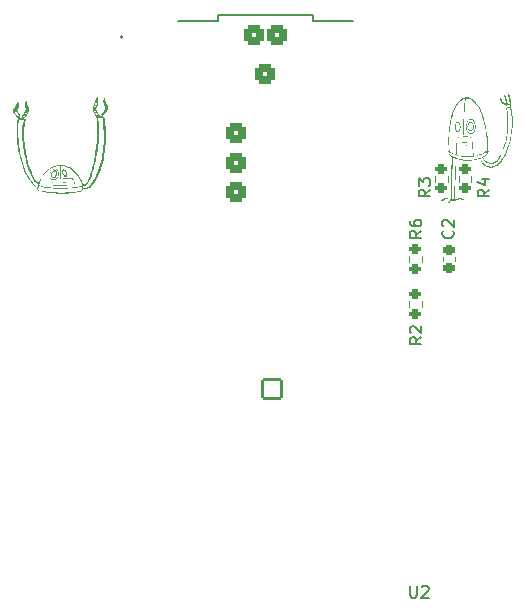
<source format=gto>
G04 #@! TF.GenerationSoftware,KiCad,Pcbnew,8.0.7*
G04 #@! TF.CreationDate,2025-02-13T09:18:49+05:30*
G04 #@! TF.ProjectId,pico_ov7670_adapter,7069636f-5f6f-4763-9736-37305f616461,Ver 1.0*
G04 #@! TF.SameCoordinates,Original*
G04 #@! TF.FileFunction,Legend,Top*
G04 #@! TF.FilePolarity,Positive*
%FSLAX46Y46*%
G04 Gerber Fmt 4.6, Leading zero omitted, Abs format (unit mm)*
G04 Created by KiCad (PCBNEW 8.0.7) date 2025-02-13 09:18:49*
%MOMM*%
%LPD*%
G01*
G04 APERTURE LIST*
G04 Aperture macros list*
%AMRoundRect*
0 Rectangle with rounded corners*
0 $1 Rounding radius*
0 $2 $3 $4 $5 $6 $7 $8 $9 X,Y pos of 4 corners*
0 Add a 4 corners polygon primitive as box body*
4,1,4,$2,$3,$4,$5,$6,$7,$8,$9,$2,$3,0*
0 Add four circle primitives for the rounded corners*
1,1,$1+$1,$2,$3*
1,1,$1+$1,$4,$5*
1,1,$1+$1,$6,$7*
1,1,$1+$1,$8,$9*
0 Add four rect primitives between the rounded corners*
20,1,$1+$1,$2,$3,$4,$5,0*
20,1,$1+$1,$4,$5,$6,$7,0*
20,1,$1+$1,$6,$7,$8,$9,0*
20,1,$1+$1,$8,$9,$2,$3,0*%
G04 Aperture macros list end*
%ADD10C,0.150000*%
%ADD11C,0.000000*%
%ADD12C,0.120000*%
%ADD13C,0.127000*%
%ADD14C,0.200000*%
%ADD15C,0.010000*%
%ADD16R,1.700000X1.700000*%
%ADD17O,1.700000X1.700000*%
%ADD18RoundRect,0.200000X0.275000X-0.200000X0.275000X0.200000X-0.275000X0.200000X-0.275000X-0.200000X0*%
%ADD19C,3.200000*%
%ADD20C,1.000000*%
%ADD21RoundRect,0.200000X-0.275000X0.200000X-0.275000X-0.200000X0.275000X-0.200000X0.275000X0.200000X0*%
%ADD22RoundRect,0.225000X0.250000X-0.225000X0.250000X0.225000X-0.250000X0.225000X-0.250000X-0.225000X0*%
%ADD23C,1.700000*%
%ADD24O,1.304000X2.004000*%
%ADD25O,1.254000X1.654000*%
%ADD26RoundRect,0.102000X-0.787400X-0.787400X0.787400X-0.787400X0.787400X0.787400X-0.787400X0.787400X0*%
%ADD27C,1.778800*%
%ADD28RoundRect,0.340800X-0.511200X-0.511200X0.511200X-0.511200X0.511200X0.511200X-0.511200X0.511200X0*%
G04 APERTURE END LIST*
D10*
X125704819Y-93416666D02*
X125228628Y-93749999D01*
X125704819Y-93988094D02*
X124704819Y-93988094D01*
X124704819Y-93988094D02*
X124704819Y-93607142D01*
X124704819Y-93607142D02*
X124752438Y-93511904D01*
X124752438Y-93511904D02*
X124800057Y-93464285D01*
X124800057Y-93464285D02*
X124895295Y-93416666D01*
X124895295Y-93416666D02*
X125038152Y-93416666D01*
X125038152Y-93416666D02*
X125133390Y-93464285D01*
X125133390Y-93464285D02*
X125181009Y-93511904D01*
X125181009Y-93511904D02*
X125228628Y-93607142D01*
X125228628Y-93607142D02*
X125228628Y-93988094D01*
X124800057Y-93035713D02*
X124752438Y-92988094D01*
X124752438Y-92988094D02*
X124704819Y-92892856D01*
X124704819Y-92892856D02*
X124704819Y-92654761D01*
X124704819Y-92654761D02*
X124752438Y-92559523D01*
X124752438Y-92559523D02*
X124800057Y-92511904D01*
X124800057Y-92511904D02*
X124895295Y-92464285D01*
X124895295Y-92464285D02*
X124990533Y-92464285D01*
X124990533Y-92464285D02*
X125133390Y-92511904D01*
X125133390Y-92511904D02*
X125704819Y-93083332D01*
X125704819Y-93083332D02*
X125704819Y-92464285D01*
X125704819Y-84416666D02*
X125228628Y-84749999D01*
X125704819Y-84988094D02*
X124704819Y-84988094D01*
X124704819Y-84988094D02*
X124704819Y-84607142D01*
X124704819Y-84607142D02*
X124752438Y-84511904D01*
X124752438Y-84511904D02*
X124800057Y-84464285D01*
X124800057Y-84464285D02*
X124895295Y-84416666D01*
X124895295Y-84416666D02*
X125038152Y-84416666D01*
X125038152Y-84416666D02*
X125133390Y-84464285D01*
X125133390Y-84464285D02*
X125181009Y-84511904D01*
X125181009Y-84511904D02*
X125228628Y-84607142D01*
X125228628Y-84607142D02*
X125228628Y-84988094D01*
X124704819Y-83559523D02*
X124704819Y-83749999D01*
X124704819Y-83749999D02*
X124752438Y-83845237D01*
X124752438Y-83845237D02*
X124800057Y-83892856D01*
X124800057Y-83892856D02*
X124942914Y-83988094D01*
X124942914Y-83988094D02*
X125133390Y-84035713D01*
X125133390Y-84035713D02*
X125514342Y-84035713D01*
X125514342Y-84035713D02*
X125609580Y-83988094D01*
X125609580Y-83988094D02*
X125657200Y-83940475D01*
X125657200Y-83940475D02*
X125704819Y-83845237D01*
X125704819Y-83845237D02*
X125704819Y-83654761D01*
X125704819Y-83654761D02*
X125657200Y-83559523D01*
X125657200Y-83559523D02*
X125609580Y-83511904D01*
X125609580Y-83511904D02*
X125514342Y-83464285D01*
X125514342Y-83464285D02*
X125276247Y-83464285D01*
X125276247Y-83464285D02*
X125181009Y-83511904D01*
X125181009Y-83511904D02*
X125133390Y-83559523D01*
X125133390Y-83559523D02*
X125085771Y-83654761D01*
X125085771Y-83654761D02*
X125085771Y-83845237D01*
X125085771Y-83845237D02*
X125133390Y-83940475D01*
X125133390Y-83940475D02*
X125181009Y-83988094D01*
X125181009Y-83988094D02*
X125276247Y-84035713D01*
X131454819Y-80916666D02*
X130978628Y-81249999D01*
X131454819Y-81488094D02*
X130454819Y-81488094D01*
X130454819Y-81488094D02*
X130454819Y-81107142D01*
X130454819Y-81107142D02*
X130502438Y-81011904D01*
X130502438Y-81011904D02*
X130550057Y-80964285D01*
X130550057Y-80964285D02*
X130645295Y-80916666D01*
X130645295Y-80916666D02*
X130788152Y-80916666D01*
X130788152Y-80916666D02*
X130883390Y-80964285D01*
X130883390Y-80964285D02*
X130931009Y-81011904D01*
X130931009Y-81011904D02*
X130978628Y-81107142D01*
X130978628Y-81107142D02*
X130978628Y-81488094D01*
X130788152Y-80059523D02*
X131454819Y-80059523D01*
X130407200Y-80297618D02*
X131121485Y-80535713D01*
X131121485Y-80535713D02*
X131121485Y-79916666D01*
X128359580Y-84416666D02*
X128407200Y-84464285D01*
X128407200Y-84464285D02*
X128454819Y-84607142D01*
X128454819Y-84607142D02*
X128454819Y-84702380D01*
X128454819Y-84702380D02*
X128407200Y-84845237D01*
X128407200Y-84845237D02*
X128311961Y-84940475D01*
X128311961Y-84940475D02*
X128216723Y-84988094D01*
X128216723Y-84988094D02*
X128026247Y-85035713D01*
X128026247Y-85035713D02*
X127883390Y-85035713D01*
X127883390Y-85035713D02*
X127692914Y-84988094D01*
X127692914Y-84988094D02*
X127597676Y-84940475D01*
X127597676Y-84940475D02*
X127502438Y-84845237D01*
X127502438Y-84845237D02*
X127454819Y-84702380D01*
X127454819Y-84702380D02*
X127454819Y-84607142D01*
X127454819Y-84607142D02*
X127502438Y-84464285D01*
X127502438Y-84464285D02*
X127550057Y-84416666D01*
X127550057Y-84035713D02*
X127502438Y-83988094D01*
X127502438Y-83988094D02*
X127454819Y-83892856D01*
X127454819Y-83892856D02*
X127454819Y-83654761D01*
X127454819Y-83654761D02*
X127502438Y-83559523D01*
X127502438Y-83559523D02*
X127550057Y-83511904D01*
X127550057Y-83511904D02*
X127645295Y-83464285D01*
X127645295Y-83464285D02*
X127740533Y-83464285D01*
X127740533Y-83464285D02*
X127883390Y-83511904D01*
X127883390Y-83511904D02*
X128454819Y-84083332D01*
X128454819Y-84083332D02*
X128454819Y-83464285D01*
X126454819Y-80916666D02*
X125978628Y-81249999D01*
X126454819Y-81488094D02*
X125454819Y-81488094D01*
X125454819Y-81488094D02*
X125454819Y-81107142D01*
X125454819Y-81107142D02*
X125502438Y-81011904D01*
X125502438Y-81011904D02*
X125550057Y-80964285D01*
X125550057Y-80964285D02*
X125645295Y-80916666D01*
X125645295Y-80916666D02*
X125788152Y-80916666D01*
X125788152Y-80916666D02*
X125883390Y-80964285D01*
X125883390Y-80964285D02*
X125931009Y-81011904D01*
X125931009Y-81011904D02*
X125978628Y-81107142D01*
X125978628Y-81107142D02*
X125978628Y-81488094D01*
X125454819Y-80583332D02*
X125454819Y-79964285D01*
X125454819Y-79964285D02*
X125835771Y-80297618D01*
X125835771Y-80297618D02*
X125835771Y-80154761D01*
X125835771Y-80154761D02*
X125883390Y-80059523D01*
X125883390Y-80059523D02*
X125931009Y-80011904D01*
X125931009Y-80011904D02*
X126026247Y-79964285D01*
X126026247Y-79964285D02*
X126264342Y-79964285D01*
X126264342Y-79964285D02*
X126359580Y-80011904D01*
X126359580Y-80011904D02*
X126407200Y-80059523D01*
X126407200Y-80059523D02*
X126454819Y-80154761D01*
X126454819Y-80154761D02*
X126454819Y-80440475D01*
X126454819Y-80440475D02*
X126407200Y-80535713D01*
X126407200Y-80535713D02*
X126359580Y-80583332D01*
X124738095Y-114454819D02*
X124738095Y-115264342D01*
X124738095Y-115264342D02*
X124785714Y-115359580D01*
X124785714Y-115359580D02*
X124833333Y-115407200D01*
X124833333Y-115407200D02*
X124928571Y-115454819D01*
X124928571Y-115454819D02*
X125119047Y-115454819D01*
X125119047Y-115454819D02*
X125214285Y-115407200D01*
X125214285Y-115407200D02*
X125261904Y-115359580D01*
X125261904Y-115359580D02*
X125309523Y-115264342D01*
X125309523Y-115264342D02*
X125309523Y-114454819D01*
X125738095Y-114550057D02*
X125785714Y-114502438D01*
X125785714Y-114502438D02*
X125880952Y-114454819D01*
X125880952Y-114454819D02*
X126119047Y-114454819D01*
X126119047Y-114454819D02*
X126214285Y-114502438D01*
X126214285Y-114502438D02*
X126261904Y-114550057D01*
X126261904Y-114550057D02*
X126309523Y-114645295D01*
X126309523Y-114645295D02*
X126309523Y-114740533D01*
X126309523Y-114740533D02*
X126261904Y-114883390D01*
X126261904Y-114883390D02*
X125690476Y-115454819D01*
X125690476Y-115454819D02*
X126309523Y-115454819D01*
D11*
G36*
X128842215Y-76450257D02*
G01*
X128862881Y-76465539D01*
X128867062Y-76482131D01*
X128860233Y-76510097D01*
X128843887Y-76529673D01*
X128822925Y-76538487D01*
X128802244Y-76534168D01*
X128789263Y-76519795D01*
X128779716Y-76488076D01*
X128782441Y-76476089D01*
X128809736Y-76476089D01*
X128812171Y-76489652D01*
X128815070Y-76492998D01*
X128829424Y-76499245D01*
X128837624Y-76489038D01*
X128837953Y-76484826D01*
X128830103Y-76471824D01*
X128823243Y-76470115D01*
X128809736Y-76476089D01*
X128782441Y-76476089D01*
X128785425Y-76462961D01*
X128803631Y-76448073D01*
X128831574Y-76447036D01*
X128842215Y-76450257D01*
G37*
G36*
X129900678Y-76453226D02*
G01*
X129914756Y-76462270D01*
X129925640Y-76482153D01*
X129919056Y-76504584D01*
X129902453Y-76524499D01*
X129880097Y-76543533D01*
X129864309Y-76547171D01*
X129850848Y-76536384D01*
X129850792Y-76536312D01*
X129835508Y-76507230D01*
X129835900Y-76504273D01*
X129860861Y-76504273D01*
X129868644Y-76514477D01*
X129878167Y-76513828D01*
X129886557Y-76500070D01*
X129887297Y-76494054D01*
X129882931Y-76484826D01*
X129897104Y-76484826D01*
X129902007Y-76489729D01*
X129906911Y-76484826D01*
X129902007Y-76479922D01*
X129897104Y-76484826D01*
X129882931Y-76484826D01*
X129881287Y-76481351D01*
X129868848Y-76482982D01*
X129862779Y-76489729D01*
X129860861Y-76504273D01*
X129835900Y-76504273D01*
X129838809Y-76482298D01*
X129848291Y-76469893D01*
X129874686Y-76453147D01*
X129900678Y-76453226D01*
G37*
G36*
X128842165Y-75195189D02*
G01*
X128867962Y-75207582D01*
X128916960Y-75250200D01*
X128955340Y-75305450D01*
X128983587Y-75374549D01*
X129002185Y-75458711D01*
X129011616Y-75559152D01*
X129012055Y-75569637D01*
X129012301Y-75663156D01*
X129004781Y-75743313D01*
X128988654Y-75815096D01*
X128963080Y-75883493D01*
X128956934Y-75896833D01*
X128919180Y-75963313D01*
X128878016Y-76010965D01*
X128833745Y-76039643D01*
X128786665Y-76049204D01*
X128737079Y-76039500D01*
X128700124Y-76020587D01*
X128664198Y-75989409D01*
X128628680Y-75944028D01*
X128596929Y-75889629D01*
X128572309Y-75831399D01*
X128567312Y-75815665D01*
X128550243Y-75735719D01*
X128542636Y-75653897D01*
X128598864Y-75653897D01*
X128616644Y-75762224D01*
X128626901Y-75799820D01*
X128647058Y-75850838D01*
X128674223Y-75896602D01*
X128705669Y-75934213D01*
X128738667Y-75960770D01*
X128770489Y-75973376D01*
X128789538Y-75972640D01*
X128806369Y-75962766D01*
X128829599Y-75942551D01*
X128847658Y-75923618D01*
X128888851Y-75862857D01*
X128919090Y-75787649D01*
X128937820Y-75700174D01*
X128944486Y-75602618D01*
X128943015Y-75548885D01*
X128932566Y-75454772D01*
X128913008Y-75377335D01*
X128884066Y-75315739D01*
X128852807Y-75276134D01*
X128815637Y-75245296D01*
X128782369Y-75232914D01*
X128750195Y-75239011D01*
X128716307Y-75263613D01*
X128702737Y-75277449D01*
X128669518Y-75316927D01*
X128646481Y-75354508D01*
X128629399Y-75398181D01*
X128618906Y-75435917D01*
X128599647Y-75546401D01*
X128598864Y-75653897D01*
X128542636Y-75653897D01*
X128541964Y-75646670D01*
X128542393Y-75554947D01*
X128551448Y-75466977D01*
X128569046Y-75389186D01*
X128572886Y-75377424D01*
X128592815Y-75327120D01*
X128615810Y-75281040D01*
X128639045Y-75244334D01*
X128657099Y-75224156D01*
X128696579Y-75201697D01*
X128745052Y-75189031D01*
X128795815Y-75186687D01*
X128842165Y-75195189D01*
G37*
G36*
X129909565Y-75163712D02*
G01*
X129937947Y-75174222D01*
X129943975Y-75178677D01*
X129960828Y-75193855D01*
X129985875Y-75215859D01*
X130003290Y-75230953D01*
X130050945Y-75284597D01*
X130087495Y-75352992D01*
X130112262Y-75434279D01*
X130124571Y-75526596D01*
X130125862Y-75567876D01*
X130124573Y-75616479D01*
X130120879Y-75664846D01*
X130115484Y-75704717D01*
X130113360Y-75714980D01*
X130088716Y-75793027D01*
X130055332Y-75859932D01*
X130014827Y-75914339D01*
X129968818Y-75954894D01*
X129918924Y-75980240D01*
X129866763Y-75989024D01*
X129813951Y-75979888D01*
X129802519Y-75975388D01*
X129749775Y-75942288D01*
X129702417Y-75892446D01*
X129661967Y-75828353D01*
X129629945Y-75752496D01*
X129607873Y-75667365D01*
X129605336Y-75652858D01*
X129598173Y-75605126D01*
X129595288Y-75572152D01*
X129663471Y-75572152D01*
X129665494Y-75628899D01*
X129670741Y-75666979D01*
X129685374Y-75718815D01*
X129706840Y-75771745D01*
X129732146Y-75819572D01*
X129758297Y-75856100D01*
X129765930Y-75863995D01*
X129794417Y-75886042D01*
X129826337Y-75903914D01*
X129855567Y-75914731D01*
X129875840Y-75915665D01*
X129894159Y-75911397D01*
X129898125Y-75911119D01*
X129909793Y-75904932D01*
X129930526Y-75888907D01*
X129949933Y-75871867D01*
X129993062Y-75819797D01*
X130025733Y-75755154D01*
X130047837Y-75681658D01*
X130059266Y-75603033D01*
X130059909Y-75523000D01*
X130049658Y-75445283D01*
X130028404Y-75373603D01*
X129996038Y-75311682D01*
X129967363Y-75276786D01*
X129948230Y-75259355D01*
X129930825Y-75250450D01*
X129907731Y-75247750D01*
X129877435Y-75248631D01*
X129816470Y-75260588D01*
X129764630Y-75289872D01*
X129722020Y-75336393D01*
X129688747Y-75400061D01*
X129683920Y-75412881D01*
X129673072Y-75456657D01*
X129666127Y-75512243D01*
X129663471Y-75572152D01*
X129595288Y-75572152D01*
X129594961Y-75568416D01*
X129595676Y-75534544D01*
X129600290Y-75495326D01*
X129604752Y-75466854D01*
X129625517Y-75376823D01*
X129655773Y-75300422D01*
X129694742Y-75238877D01*
X129741645Y-75193418D01*
X129795702Y-75165273D01*
X129796101Y-75165141D01*
X129831404Y-75158509D01*
X129871638Y-75158253D01*
X129909565Y-75163712D01*
G37*
G36*
X129895964Y-74932653D02*
G01*
X129964760Y-74944924D01*
X130026637Y-74972336D01*
X130085010Y-75016656D01*
X130113607Y-75045338D01*
X130165548Y-75109999D01*
X130207907Y-75182680D01*
X130243225Y-75268055D01*
X130256395Y-75308255D01*
X130266072Y-75340980D01*
X130273139Y-75369483D01*
X130278014Y-75397869D01*
X130281117Y-75430240D01*
X130282868Y-75470698D01*
X130283687Y-75523347D01*
X130283955Y-75577683D01*
X130283894Y-75644733D01*
X130283046Y-75696175D01*
X130281076Y-75736008D01*
X130277649Y-75768234D01*
X130272430Y-75796851D01*
X130265082Y-75825862D01*
X130262331Y-75835522D01*
X130230821Y-75923800D01*
X130190323Y-76004930D01*
X130142865Y-76075991D01*
X130090473Y-76134063D01*
X130035175Y-76176227D01*
X130020127Y-76184445D01*
X129978589Y-76199650D01*
X129930000Y-76209268D01*
X129882189Y-76212348D01*
X129842989Y-76207938D01*
X129838262Y-76206548D01*
X129764654Y-76172295D01*
X129696267Y-76120582D01*
X129634489Y-76053183D01*
X129580708Y-75971875D01*
X129536311Y-75878432D01*
X129503748Y-75778725D01*
X129492745Y-75726719D01*
X129484389Y-75667527D01*
X129478862Y-75605541D01*
X129476344Y-75545157D01*
X129476671Y-75518727D01*
X129517404Y-75518727D01*
X129522750Y-75617896D01*
X129525585Y-75645671D01*
X129543617Y-75751452D01*
X129572354Y-75848911D01*
X129610666Y-75936302D01*
X129657420Y-76011875D01*
X129711485Y-76073884D01*
X129771730Y-76120579D01*
X129837023Y-76150214D01*
X129855272Y-76155041D01*
X129900051Y-76159776D01*
X129944853Y-76152104D01*
X129996192Y-76130910D01*
X129996228Y-76130891D01*
X130052326Y-76092667D01*
X130103880Y-76037179D01*
X130149494Y-75966524D01*
X130187770Y-75882799D01*
X130212625Y-75806145D01*
X130225236Y-75741663D01*
X130232642Y-75664660D01*
X130234843Y-75581525D01*
X130231845Y-75498644D01*
X130223650Y-75422407D01*
X130212396Y-75366833D01*
X130182962Y-75277475D01*
X130145215Y-75195917D01*
X130100931Y-75124851D01*
X130051886Y-75066967D01*
X129999853Y-75024955D01*
X129979249Y-75013509D01*
X129948556Y-75003001D01*
X129908131Y-74994708D01*
X129875792Y-74991127D01*
X129804389Y-74996015D01*
X129738571Y-75019356D01*
X129678932Y-75060635D01*
X129626068Y-75119335D01*
X129580574Y-75194941D01*
X129546659Y-75276333D01*
X129529582Y-75344034D01*
X129519756Y-75426136D01*
X129517404Y-75518727D01*
X129476671Y-75518727D01*
X129477017Y-75490768D01*
X129481062Y-75446769D01*
X129488661Y-75417552D01*
X129488827Y-75417199D01*
X129499632Y-75388423D01*
X129504833Y-75362786D01*
X129504913Y-75360448D01*
X129508910Y-75335018D01*
X129519528Y-75296909D01*
X129534907Y-75251128D01*
X129553190Y-75202682D01*
X129572517Y-75156579D01*
X129591028Y-75117824D01*
X129602372Y-75097958D01*
X129655816Y-75029029D01*
X129715861Y-74978344D01*
X129782235Y-74946058D01*
X129854668Y-74932321D01*
X129895964Y-74932653D01*
G37*
G36*
X129023708Y-76874747D02*
G01*
X129039457Y-76880874D01*
X129039486Y-76880901D01*
X129057193Y-76889812D01*
X129089720Y-76899588D01*
X129132358Y-76909253D01*
X129180401Y-76917826D01*
X129229140Y-76924331D01*
X129262213Y-76927195D01*
X129327291Y-76927716D01*
X129395583Y-76922606D01*
X129423104Y-76918714D01*
X129464780Y-76912319D01*
X129493176Y-76910100D01*
X129514193Y-76912133D01*
X129533731Y-76918497D01*
X129537792Y-76920215D01*
X129562380Y-76935503D01*
X129575917Y-76953092D01*
X129576490Y-76955180D01*
X129577660Y-76971693D01*
X129578118Y-77002904D01*
X129577921Y-77043914D01*
X129577127Y-77089822D01*
X129575793Y-77135728D01*
X129573976Y-77176731D01*
X129573879Y-77178468D01*
X129564281Y-77190113D01*
X129539488Y-77203039D01*
X129503723Y-77215748D01*
X129461207Y-77226743D01*
X129416161Y-77234527D01*
X129415681Y-77234587D01*
X129375179Y-77239525D01*
X129345121Y-77242320D01*
X129319092Y-77242946D01*
X129290679Y-77241379D01*
X129253470Y-77237594D01*
X129220629Y-77233828D01*
X129145283Y-77221824D01*
X129078604Y-77204754D01*
X129023015Y-77183637D01*
X128980942Y-77159491D01*
X128954810Y-77133334D01*
X128948379Y-77119469D01*
X128948012Y-77117209D01*
X128965444Y-77117209D01*
X128973487Y-77126668D01*
X128994139Y-77140589D01*
X129012027Y-77150361D01*
X129036131Y-77161557D01*
X129061820Y-77170934D01*
X129093679Y-77179788D01*
X129136288Y-77189410D01*
X129186100Y-77199499D01*
X129217227Y-77202944D01*
X129261566Y-77204510D01*
X129313110Y-77204347D01*
X129365851Y-77202607D01*
X129413783Y-77199440D01*
X129450898Y-77194996D01*
X129462681Y-77192565D01*
X129498235Y-77181220D01*
X129528636Y-77167764D01*
X129550129Y-77154370D01*
X129558955Y-77143210D01*
X129556421Y-77138366D01*
X129551479Y-77126309D01*
X129546811Y-77099597D01*
X129543194Y-77063180D01*
X129542284Y-77048359D01*
X129539519Y-77008778D01*
X129535899Y-76976249D01*
X129532068Y-76956128D01*
X129530821Y-76953046D01*
X129521605Y-76948316D01*
X129499765Y-76945660D01*
X129463263Y-76945000D01*
X129410062Y-76946254D01*
X129384301Y-76947247D01*
X129306878Y-76949215D01*
X129242926Y-76947507D01*
X129186530Y-76941437D01*
X129131777Y-76930320D01*
X129072753Y-76913469D01*
X129061177Y-76909760D01*
X129028055Y-76899789D01*
X129002915Y-76893679D01*
X128990836Y-76892650D01*
X128990590Y-76892819D01*
X128987713Y-76904078D01*
X128984185Y-76929788D01*
X128980685Y-76964832D01*
X128980061Y-76972341D01*
X128977777Y-77016974D01*
X128979822Y-77048102D01*
X128986705Y-77071457D01*
X128989355Y-77076974D01*
X129000952Y-77103189D01*
X129004818Y-77120262D01*
X129000688Y-77125022D01*
X128992903Y-77119335D01*
X128976711Y-77108533D01*
X128966636Y-77111519D01*
X128965444Y-77117209D01*
X128948012Y-77117209D01*
X128943301Y-77088233D01*
X128941106Y-77045937D01*
X128941611Y-76999202D01*
X128944631Y-76954646D01*
X128949982Y-76918887D01*
X128954375Y-76904073D01*
X128967149Y-76881741D01*
X128984504Y-76873127D01*
X128998996Y-76872200D01*
X129023708Y-76874747D01*
G37*
G36*
X133091709Y-72860630D02*
G01*
X133127728Y-72882585D01*
X133132607Y-72886044D01*
X133180897Y-72920737D01*
X133206129Y-73026258D01*
X133219627Y-73086720D01*
X133232220Y-73150530D01*
X133243374Y-73214121D01*
X133252553Y-73273926D01*
X133259223Y-73326377D01*
X133262849Y-73367906D01*
X133262896Y-73394948D01*
X133262118Y-73399759D01*
X133260399Y-73418296D01*
X133259888Y-73452207D01*
X133260554Y-73497294D01*
X133262363Y-73549357D01*
X133263449Y-73572162D01*
X133266528Y-73634539D01*
X133269532Y-73700027D01*
X133272146Y-73761432D01*
X133274052Y-73811559D01*
X133274263Y-73817840D01*
X133276106Y-73863313D01*
X133278802Y-73893826D01*
X133283473Y-73914032D01*
X133291239Y-73928582D01*
X133303219Y-73942129D01*
X133304507Y-73943422D01*
X133322409Y-73965104D01*
X133327403Y-73985782D01*
X133325222Y-74003974D01*
X133324449Y-74029925D01*
X133328266Y-74071482D01*
X133336293Y-74125275D01*
X133343120Y-74162793D01*
X133359440Y-74254220D01*
X133374865Y-74355408D01*
X133389799Y-74469280D01*
X133404641Y-74598761D01*
X133410161Y-74650926D01*
X133414292Y-74703977D01*
X133417618Y-74773672D01*
X133420152Y-74857057D01*
X133421907Y-74951180D01*
X133422897Y-75053088D01*
X133423135Y-75159828D01*
X133422635Y-75268446D01*
X133421410Y-75375991D01*
X133419474Y-75479507D01*
X133416840Y-75576044D01*
X133413521Y-75662647D01*
X133409531Y-75736364D01*
X133404964Y-75793436D01*
X133367979Y-76101543D01*
X133320074Y-76401133D01*
X133261584Y-76691127D01*
X133192847Y-76970445D01*
X133114200Y-77238008D01*
X133025977Y-77492738D01*
X132928517Y-77733555D01*
X132822155Y-77959380D01*
X132707229Y-78169134D01*
X132621046Y-78307062D01*
X132513416Y-78461269D01*
X132406587Y-78596503D01*
X132299877Y-78713350D01*
X132192605Y-78812394D01*
X132084089Y-78894221D01*
X131973647Y-78959415D01*
X131860599Y-79008562D01*
X131772613Y-79035518D01*
X131648886Y-79057239D01*
X131526442Y-79059678D01*
X131406200Y-79043162D01*
X131289075Y-79008021D01*
X131175985Y-78954584D01*
X131067847Y-78883177D01*
X130965578Y-78794130D01*
X130899102Y-78722792D01*
X130863697Y-78678791D01*
X130823310Y-78624144D01*
X130781420Y-78563982D01*
X130741501Y-78503440D01*
X130707032Y-78447650D01*
X130681489Y-78401745D01*
X130681052Y-78400881D01*
X130664963Y-78370098D01*
X130652740Y-78352984D01*
X130639519Y-78345646D01*
X130620436Y-78344190D01*
X130610456Y-78344373D01*
X130581837Y-78347349D01*
X130541528Y-78354434D01*
X130496690Y-78364306D01*
X130480617Y-78368341D01*
X130273203Y-78414039D01*
X130057137Y-78445944D01*
X129835581Y-78464115D01*
X129611698Y-78468610D01*
X129388651Y-78459489D01*
X129169601Y-78436812D01*
X128957712Y-78400637D01*
X128756145Y-78351025D01*
X128702736Y-78334968D01*
X128669935Y-78324966D01*
X128652027Y-78320921D01*
X128645241Y-78322760D01*
X128645804Y-78330411D01*
X128646864Y-78333898D01*
X128648194Y-78347564D01*
X128649465Y-78378566D01*
X128650640Y-78424625D01*
X128651677Y-78483465D01*
X128652538Y-78552805D01*
X128653183Y-78630370D01*
X128653574Y-78713879D01*
X128653598Y-78722811D01*
X128653657Y-78831846D01*
X128653154Y-78924909D01*
X128651969Y-79005637D01*
X128649983Y-79077665D01*
X128647075Y-79144630D01*
X128643128Y-79210169D01*
X128638020Y-79277919D01*
X128633669Y-79328841D01*
X128626769Y-79410946D01*
X128619801Y-79501510D01*
X128613242Y-79593770D01*
X128607570Y-79680958D01*
X128603264Y-79756309D01*
X128602812Y-79765250D01*
X128599421Y-79832677D01*
X128595985Y-79899522D01*
X128592753Y-79961051D01*
X128589973Y-80012530D01*
X128587894Y-80049226D01*
X128587869Y-80049652D01*
X128587057Y-80070911D01*
X128586094Y-80109004D01*
X128585000Y-80162208D01*
X128583796Y-80228800D01*
X128582503Y-80307057D01*
X128581143Y-80395258D01*
X128579735Y-80491679D01*
X128578301Y-80594598D01*
X128576862Y-80702293D01*
X128575438Y-80813040D01*
X128574051Y-80925117D01*
X128572721Y-81036801D01*
X128571468Y-81146370D01*
X128570315Y-81252101D01*
X128569281Y-81352272D01*
X128568388Y-81445159D01*
X128567657Y-81529041D01*
X128567108Y-81602195D01*
X128566762Y-81662897D01*
X128566640Y-81709426D01*
X128566763Y-81740059D01*
X128567152Y-81753073D01*
X128567238Y-81753403D01*
X128576521Y-81750437D01*
X128599594Y-81740392D01*
X128632700Y-81724957D01*
X128662211Y-81710685D01*
X128717296Y-81684120D01*
X128774177Y-81657478D01*
X128829796Y-81632105D01*
X128857287Y-81619911D01*
X128976569Y-81619911D01*
X128979751Y-81627918D01*
X128994005Y-81637939D01*
X129008487Y-81630191D01*
X129009618Y-81628502D01*
X129007432Y-81617346D01*
X128999966Y-81612580D01*
X128982190Y-81610643D01*
X128976569Y-81619911D01*
X128857287Y-81619911D01*
X128881094Y-81609351D01*
X128925013Y-81590564D01*
X128958496Y-81577093D01*
X128978483Y-81570288D01*
X128981821Y-81569729D01*
X128996202Y-81575782D01*
X129017966Y-81591035D01*
X129027690Y-81599150D01*
X129049636Y-81616869D01*
X129066026Y-81627351D01*
X129069886Y-81628571D01*
X129082826Y-81633641D01*
X129104655Y-81646318D01*
X129112723Y-81651603D01*
X129135470Y-81665544D01*
X129170543Y-81685409D01*
X129212743Y-81708308D01*
X129247869Y-81726729D01*
X129292407Y-81750317D01*
X129321763Y-81767694D01*
X129338589Y-81780813D01*
X129345538Y-81791625D01*
X129345939Y-81798912D01*
X129336589Y-81815737D01*
X129313043Y-81826669D01*
X129273313Y-81832403D01*
X129246688Y-81833539D01*
X129194004Y-81825506D01*
X129141515Y-81800913D01*
X129094327Y-81762191D01*
X129092338Y-81760079D01*
X129069391Y-81738658D01*
X129039503Y-81714712D01*
X129027032Y-81705717D01*
X128992849Y-81682055D01*
X129036333Y-81682055D01*
X129045098Y-81688077D01*
X129065365Y-81702223D01*
X129090444Y-81719816D01*
X129149525Y-81757207D01*
X129197895Y-81778730D01*
X129229300Y-81784682D01*
X129237697Y-81782727D01*
X129232609Y-81774942D01*
X129212671Y-81759946D01*
X129190072Y-81745014D01*
X129152575Y-81719473D01*
X129115746Y-81692129D01*
X129088800Y-81669967D01*
X129050341Y-81635389D01*
X129042006Y-81657921D01*
X129036609Y-81675604D01*
X129036333Y-81682055D01*
X128992849Y-81682055D01*
X128985648Y-81677070D01*
X128850507Y-81735595D01*
X128760218Y-81773816D01*
X128682667Y-81804819D01*
X128618718Y-81828319D01*
X128569229Y-81844031D01*
X128535063Y-81851669D01*
X128517081Y-81850950D01*
X128514400Y-81846776D01*
X128523013Y-81839817D01*
X128546834Y-81826711D01*
X128582946Y-81808801D01*
X128628430Y-81787433D01*
X128680369Y-81763950D01*
X128735844Y-81739697D01*
X128791939Y-81716019D01*
X128843353Y-81695200D01*
X128889630Y-81675727D01*
X128923485Y-81658979D01*
X128942520Y-81646223D01*
X128945830Y-81640990D01*
X128939791Y-81632637D01*
X128920842Y-81634981D01*
X128887738Y-81648295D01*
X128867231Y-81658272D01*
X128843231Y-81669541D01*
X128807373Y-81685345D01*
X128763121Y-81704262D01*
X128713936Y-81724873D01*
X128663280Y-81745757D01*
X128614617Y-81765493D01*
X128571409Y-81782662D01*
X128537118Y-81795843D01*
X128515206Y-81803616D01*
X128509311Y-81805096D01*
X128502022Y-81813506D01*
X128501593Y-81832065D01*
X128502462Y-81854889D01*
X128496103Y-81870483D01*
X128479531Y-81880498D01*
X128449765Y-81886585D01*
X128403819Y-81890395D01*
X128395341Y-81890872D01*
X128353953Y-81893977D01*
X128319566Y-81898142D01*
X128297206Y-81902683D01*
X128292064Y-81904914D01*
X128275365Y-81906584D01*
X128244084Y-81897896D01*
X128223415Y-81889739D01*
X128166177Y-81865511D01*
X128144617Y-81921114D01*
X128132850Y-81954620D01*
X128124810Y-81983515D01*
X128122552Y-81997662D01*
X128117677Y-82021626D01*
X128107864Y-82045942D01*
X128093165Y-82065455D01*
X128071211Y-82073954D01*
X128056378Y-82075454D01*
X128024459Y-82074983D01*
X127996607Y-82070919D01*
X127994555Y-82070350D01*
X127953692Y-82056770D01*
X127930928Y-82044960D01*
X127926091Y-82035559D01*
X127955328Y-82035559D01*
X127960231Y-82040463D01*
X127965135Y-82035559D01*
X127960231Y-82030656D01*
X127994799Y-82030656D01*
X128022950Y-82030656D01*
X128039988Y-82028336D01*
X128053128Y-82018584D01*
X128066548Y-81997211D01*
X128076512Y-81976987D01*
X128096078Y-81932464D01*
X128107567Y-81899150D01*
X128110385Y-81879120D01*
X128105947Y-81874053D01*
X128098767Y-81877347D01*
X128088310Y-81888429D01*
X128072716Y-81909773D01*
X128050127Y-81943851D01*
X128030645Y-81974266D01*
X127994799Y-82030656D01*
X127960231Y-82030656D01*
X127955328Y-82035559D01*
X127926091Y-82035559D01*
X127925014Y-82033466D01*
X127934701Y-82020836D01*
X127945521Y-82013318D01*
X127960925Y-81998932D01*
X127965135Y-81988619D01*
X127971011Y-81976006D01*
X127986785Y-81952434D01*
X128009672Y-81921904D01*
X128024096Y-81903828D01*
X128049160Y-81872575D01*
X128068360Y-81847671D01*
X128079125Y-81832504D01*
X128080486Y-81829500D01*
X128074311Y-81826446D01*
X128180933Y-81826446D01*
X128188211Y-81832896D01*
X128190694Y-81834517D01*
X128212961Y-81842424D01*
X128225019Y-81843484D01*
X128244633Y-81842945D01*
X128236429Y-81839420D01*
X128367220Y-81839420D01*
X128372062Y-81848292D01*
X128389054Y-81852859D01*
X128421158Y-81854131D01*
X128453686Y-81852810D01*
X128470433Y-81848176D01*
X128475096Y-81839420D01*
X128470254Y-81830549D01*
X128453262Y-81825982D01*
X128421158Y-81824710D01*
X128388630Y-81826031D01*
X128371883Y-81830665D01*
X128367220Y-81839420D01*
X128236429Y-81839420D01*
X128225019Y-81834517D01*
X128202107Y-81827260D01*
X128190694Y-81825549D01*
X128180933Y-81826446D01*
X128074311Y-81826446D01*
X128070323Y-81824474D01*
X128045745Y-81813210D01*
X128010155Y-81797208D01*
X127994838Y-81790386D01*
X128494710Y-81790386D01*
X128499613Y-81795289D01*
X128504517Y-81790386D01*
X128499613Y-81785482D01*
X128494710Y-81790386D01*
X127994838Y-81790386D01*
X127966958Y-81777969D01*
X127919557Y-81756991D01*
X127871357Y-81735777D01*
X127825763Y-81715826D01*
X127786177Y-81698639D01*
X127756004Y-81685715D01*
X127738648Y-81678555D01*
X127735847Y-81677606D01*
X127727077Y-81683992D01*
X127707185Y-81701381D01*
X127679123Y-81727115D01*
X127645873Y-81758513D01*
X127589115Y-81810664D01*
X127543555Y-81847863D01*
X127509422Y-81869950D01*
X127486946Y-81876763D01*
X127480190Y-81874423D01*
X127465169Y-81868502D01*
X127437872Y-81862328D01*
X127417699Y-81859116D01*
X127379787Y-81850938D01*
X127361015Y-81839111D01*
X127361397Y-81823540D01*
X127362168Y-81822774D01*
X127444818Y-81822774D01*
X127452712Y-81822069D01*
X127471905Y-81821079D01*
X127479955Y-81825138D01*
X127491643Y-81826185D01*
X127516535Y-81814647D01*
X127553430Y-81791255D01*
X127601128Y-81756734D01*
X127631698Y-81733138D01*
X127663741Y-81707897D01*
X127689495Y-81687537D01*
X127705404Y-81674872D01*
X127708703Y-81672177D01*
X127706400Y-81662919D01*
X127705471Y-81661376D01*
X127761407Y-81661376D01*
X127762546Y-81664618D01*
X127772496Y-81669229D01*
X127797738Y-81679658D01*
X127835252Y-81694693D01*
X127882019Y-81713122D01*
X127927043Y-81730647D01*
X127986418Y-81753330D01*
X128030107Y-81769163D01*
X128060531Y-81778833D01*
X128080112Y-81783028D01*
X128091271Y-81782436D01*
X128095976Y-81778627D01*
X128101436Y-81764987D01*
X128100879Y-81761668D01*
X128090744Y-81757232D01*
X128066816Y-81747883D01*
X128033730Y-81735421D01*
X128023976Y-81731810D01*
X127976211Y-81712576D01*
X127923371Y-81688860D01*
X127879655Y-81667212D01*
X127831886Y-81644204D01*
X127797735Y-81633345D01*
X127775639Y-81634356D01*
X127764117Y-81646753D01*
X127761407Y-81661376D01*
X127705471Y-81661376D01*
X127697512Y-81648161D01*
X127689106Y-81637517D01*
X127680726Y-81634711D01*
X127668042Y-81641197D01*
X127646727Y-81658430D01*
X127633729Y-81669593D01*
X127567222Y-81725643D01*
X127511200Y-81770022D01*
X127469036Y-81800741D01*
X127448515Y-81816259D01*
X127444818Y-81822774D01*
X127362168Y-81822774D01*
X127380943Y-81804129D01*
X127419666Y-81780782D01*
X127428399Y-81776294D01*
X127461731Y-81756872D01*
X127494013Y-81734210D01*
X127497047Y-81731779D01*
X127557538Y-81685199D01*
X127616418Y-81645115D01*
X127644586Y-81628571D01*
X127719961Y-81628571D01*
X127727424Y-81638093D01*
X127729768Y-81638378D01*
X127739290Y-81630915D01*
X127739575Y-81628571D01*
X127732112Y-81619049D01*
X127729768Y-81618764D01*
X127720246Y-81626227D01*
X127719961Y-81628571D01*
X127644586Y-81628571D01*
X127670803Y-81613173D01*
X127717811Y-81591016D01*
X127754556Y-81580288D01*
X127764056Y-81579536D01*
X127782209Y-81584220D01*
X127811905Y-81596730D01*
X127847896Y-81614757D01*
X127863330Y-81623249D01*
X127908526Y-81647256D01*
X127957500Y-81670843D01*
X128000818Y-81689503D01*
X128007121Y-81691929D01*
X128051318Y-81709802D01*
X128101412Y-81731953D01*
X128143306Y-81751987D01*
X128177298Y-81768832D01*
X128196378Y-81777159D01*
X128203024Y-81777522D01*
X128199716Y-81770474D01*
X128194356Y-81763393D01*
X128190500Y-81757809D01*
X128187221Y-81750624D01*
X128184477Y-81740323D01*
X128182225Y-81725390D01*
X128180424Y-81704311D01*
X128179029Y-81675571D01*
X128177999Y-81637656D01*
X128177292Y-81589050D01*
X128176865Y-81528239D01*
X128176674Y-81453708D01*
X128176679Y-81363942D01*
X128176807Y-81277300D01*
X128258499Y-81277300D01*
X128258554Y-81379737D01*
X128258820Y-81465468D01*
X128259331Y-81535947D01*
X128260120Y-81592627D01*
X128261222Y-81636963D01*
X128262669Y-81670407D01*
X128264495Y-81694413D01*
X128266735Y-81710435D01*
X128269421Y-81719928D01*
X128271765Y-81723652D01*
X128290145Y-81733497D01*
X128322111Y-81742918D01*
X128361662Y-81750500D01*
X128402795Y-81754826D01*
X128404311Y-81754908D01*
X128428443Y-81751919D01*
X128457640Y-81743087D01*
X128460838Y-81741794D01*
X128488546Y-81726520D01*
X128500775Y-81707409D01*
X128499821Y-81679128D01*
X128495524Y-81661335D01*
X128493203Y-81644730D01*
X128491487Y-81613464D01*
X128490377Y-81566861D01*
X128489870Y-81504250D01*
X128489966Y-81424956D01*
X128490663Y-81328307D01*
X128491962Y-81213630D01*
X128493861Y-81080251D01*
X128494646Y-81030347D01*
X128499286Y-80774010D01*
X128504700Y-80536082D01*
X128510937Y-80315370D01*
X128518049Y-80110680D01*
X128526085Y-79920822D01*
X128535098Y-79744603D01*
X128545136Y-79580830D01*
X128556252Y-79428311D01*
X128568495Y-79285854D01*
X128569060Y-79279806D01*
X128572385Y-79236324D01*
X128575631Y-79179032D01*
X128578745Y-79110454D01*
X128581675Y-79033116D01*
X128584368Y-78949541D01*
X128586772Y-78862255D01*
X128588834Y-78773783D01*
X128590502Y-78686648D01*
X128591724Y-78603376D01*
X128592446Y-78526492D01*
X128592618Y-78458520D01*
X128592186Y-78401984D01*
X128591098Y-78359410D01*
X128589302Y-78333322D01*
X128588776Y-78329883D01*
X128581585Y-78305523D01*
X128567586Y-78290291D01*
X128540796Y-78277520D01*
X128514200Y-78265993D01*
X128476316Y-78248172D01*
X128433188Y-78226943D01*
X128407803Y-78214025D01*
X128315992Y-78166663D01*
X128321752Y-78198563D01*
X128338849Y-78316742D01*
X128350462Y-78448537D01*
X128356446Y-78588691D01*
X128356658Y-78731948D01*
X128350955Y-78873052D01*
X128342856Y-78972850D01*
X128338415Y-79022026D01*
X128333364Y-79086452D01*
X128328001Y-79161787D01*
X128322622Y-79243688D01*
X128317527Y-79327812D01*
X128313296Y-79404356D01*
X128308937Y-79485784D01*
X128304352Y-79568259D01*
X128299783Y-79647623D01*
X128295476Y-79719716D01*
X128291672Y-79780381D01*
X128288715Y-79824092D01*
X128283425Y-79909618D01*
X128278528Y-80012897D01*
X128274068Y-80132076D01*
X128270087Y-80265297D01*
X128266625Y-80410704D01*
X128263725Y-80566442D01*
X128261430Y-80730653D01*
X128259780Y-80901483D01*
X128258818Y-81077074D01*
X128258621Y-81156702D01*
X128258499Y-81277300D01*
X128176807Y-81277300D01*
X128176836Y-81257426D01*
X128177070Y-81147209D01*
X128177898Y-80947300D01*
X128179487Y-80764286D01*
X128181918Y-80595456D01*
X128185270Y-80438104D01*
X128189626Y-80289521D01*
X128195065Y-80146998D01*
X128201669Y-80007828D01*
X128209519Y-79869301D01*
X128218695Y-79728710D01*
X128219907Y-79711312D01*
X128224822Y-79634089D01*
X128229236Y-79549092D01*
X128233200Y-79454631D01*
X128236765Y-79349017D01*
X128239983Y-79230561D01*
X128242903Y-79097573D01*
X128245578Y-78948365D01*
X128248059Y-78781247D01*
X128248079Y-78779752D01*
X128251141Y-78554092D01*
X128291802Y-78554092D01*
X128292015Y-78631734D01*
X128292603Y-78695969D01*
X128293533Y-78745659D01*
X128294770Y-78779668D01*
X128296279Y-78796857D01*
X128298028Y-78796089D01*
X128298896Y-78789459D01*
X128301283Y-78756081D01*
X128303333Y-78708142D01*
X128304896Y-78650694D01*
X128305823Y-78588789D01*
X128306013Y-78549189D01*
X128305616Y-78487588D01*
X128304472Y-78427695D01*
X128302729Y-78374407D01*
X128300534Y-78332623D01*
X128298920Y-78313822D01*
X128297056Y-78305946D01*
X128295416Y-78316446D01*
X128294039Y-78344086D01*
X128292959Y-78387629D01*
X128292213Y-78445839D01*
X128291840Y-78517478D01*
X128291802Y-78554092D01*
X128251141Y-78554092D01*
X128256993Y-78122787D01*
X128236102Y-78108987D01*
X128210999Y-78088974D01*
X128177857Y-78057899D01*
X128140757Y-78020121D01*
X128103781Y-77979998D01*
X128071010Y-77941889D01*
X128046525Y-77910153D01*
X128038823Y-77898307D01*
X128018294Y-77852985D01*
X128002883Y-77798915D01*
X127996572Y-77761478D01*
X128033933Y-77761478D01*
X128039552Y-77779547D01*
X128054885Y-77808629D01*
X128077210Y-77844572D01*
X128103806Y-77883221D01*
X128131951Y-77920422D01*
X128158435Y-77951495D01*
X128229255Y-78016783D01*
X128319532Y-78080704D01*
X128429154Y-78143182D01*
X128464800Y-78161144D01*
X128513403Y-78184396D01*
X128547877Y-78199209D01*
X128571266Y-78206622D01*
X128586613Y-78207674D01*
X128594013Y-78205285D01*
X128616169Y-78199943D01*
X128629775Y-78209446D01*
X128632007Y-78220424D01*
X128641328Y-78232101D01*
X128667752Y-78246031D01*
X128708971Y-78261647D01*
X128762679Y-78278383D01*
X128826568Y-78295673D01*
X128898330Y-78312952D01*
X128975659Y-78329652D01*
X129056247Y-78345208D01*
X129137787Y-78359055D01*
X129217971Y-78370626D01*
X129269459Y-78376788D01*
X129339299Y-78382620D01*
X129424038Y-78386907D01*
X129519024Y-78389643D01*
X129619603Y-78390823D01*
X129721121Y-78390444D01*
X129818926Y-78388500D01*
X129908363Y-78384988D01*
X129984780Y-78379902D01*
X130009884Y-78377508D01*
X130208109Y-78351098D01*
X130393178Y-78315433D01*
X130416043Y-78309469D01*
X130683092Y-78309469D01*
X130686167Y-78318988D01*
X130698796Y-78341089D01*
X130718834Y-78372612D01*
X130744137Y-78410396D01*
X130772562Y-78451278D01*
X130801965Y-78492098D01*
X130830201Y-78529695D01*
X130846442Y-78550324D01*
X130946632Y-78663314D01*
X131050553Y-78758884D01*
X131157524Y-78836739D01*
X131266864Y-78896583D01*
X131377895Y-78938122D01*
X131489937Y-78961062D01*
X131602308Y-78965108D01*
X131714330Y-78949965D01*
X131748914Y-78941319D01*
X131868041Y-78898748D01*
X131986687Y-78837254D01*
X132105119Y-78756659D01*
X132223602Y-78656787D01*
X132324948Y-78556183D01*
X132444383Y-78417652D01*
X132558835Y-78261239D01*
X132667727Y-78088171D01*
X132770486Y-77899679D01*
X132866534Y-77696992D01*
X132955296Y-77481339D01*
X133036196Y-77253950D01*
X133108658Y-77016053D01*
X133172106Y-76768877D01*
X133181754Y-76726910D01*
X133198177Y-76651216D01*
X133215169Y-76567456D01*
X133231996Y-76479732D01*
X133247925Y-76392145D01*
X133262223Y-76308797D01*
X133274158Y-76233790D01*
X133282996Y-76171225D01*
X133286655Y-76139936D01*
X133290924Y-76107982D01*
X133295821Y-76085568D01*
X133299955Y-76077837D01*
X133303045Y-76068651D01*
X133306534Y-76043539D01*
X133310023Y-76006174D01*
X133313114Y-75960229D01*
X133313520Y-75952799D01*
X133317064Y-75892110D01*
X133321452Y-75826066D01*
X133326055Y-75763733D01*
X133329280Y-75724787D01*
X133335433Y-75639360D01*
X133340292Y-75539112D01*
X133343793Y-75428795D01*
X133345873Y-75313165D01*
X133346467Y-75196976D01*
X133345514Y-75084980D01*
X133342949Y-74981931D01*
X133340087Y-74916299D01*
X133330254Y-74759339D01*
X133317906Y-74613748D01*
X133302268Y-74473034D01*
X133282561Y-74330704D01*
X133258009Y-74180269D01*
X133239937Y-74079671D01*
X133219533Y-73969343D01*
X133141580Y-73969343D01*
X133080434Y-73971847D01*
X133027866Y-73978890D01*
X132987289Y-73989772D01*
X132962118Y-74003789D01*
X132959324Y-74006793D01*
X132950817Y-74022427D01*
X132948089Y-74043330D01*
X132951495Y-74072822D01*
X132961395Y-74114220D01*
X132976405Y-74165220D01*
X132988087Y-74206889D01*
X132998586Y-74253214D01*
X133008253Y-74306629D01*
X133017437Y-74369568D01*
X133026489Y-74444464D01*
X133035759Y-74533750D01*
X133045597Y-74639859D01*
X133047007Y-74655830D01*
X133050549Y-74708774D01*
X133053506Y-74778337D01*
X133055877Y-74861531D01*
X133057662Y-74955370D01*
X133058861Y-75056867D01*
X133059473Y-75163034D01*
X133059499Y-75270886D01*
X133058937Y-75377434D01*
X133057789Y-75479694D01*
X133056052Y-75574676D01*
X133053728Y-75659396D01*
X133050816Y-75730865D01*
X133047315Y-75786097D01*
X133047112Y-75788532D01*
X133016097Y-76094586D01*
X132976121Y-76388487D01*
X132927374Y-76669564D01*
X132870049Y-76937149D01*
X132804337Y-77190570D01*
X132730429Y-77429159D01*
X132648517Y-77652246D01*
X132558792Y-77859159D01*
X132461445Y-78049231D01*
X132356669Y-78221790D01*
X132348034Y-78234725D01*
X132253573Y-78364215D01*
X132157230Y-78474361D01*
X132058751Y-78565363D01*
X131957885Y-78637425D01*
X131854380Y-78690747D01*
X131747983Y-78725532D01*
X131728965Y-78729745D01*
X131657605Y-78741445D01*
X131594591Y-78744176D01*
X131530842Y-78737966D01*
X131491014Y-78730505D01*
X131388779Y-78699533D01*
X131289002Y-78650324D01*
X131191372Y-78582619D01*
X131095577Y-78496162D01*
X131001304Y-78390693D01*
X130908242Y-78265957D01*
X130882651Y-78227985D01*
X130873751Y-78230573D01*
X130851287Y-78239000D01*
X130819748Y-78251434D01*
X130783620Y-78266044D01*
X130747392Y-78280996D01*
X130715551Y-78294458D01*
X130692585Y-78304598D01*
X130683092Y-78309469D01*
X130416043Y-78309469D01*
X130564322Y-78270793D01*
X130720774Y-78217457D01*
X130861765Y-78155703D01*
X130986528Y-78085811D01*
X131094296Y-78008060D01*
X131141583Y-77966309D01*
X131185800Y-77920791D01*
X131223078Y-77875401D01*
X131252018Y-77832602D01*
X131271222Y-77794855D01*
X131279290Y-77764624D01*
X131274825Y-77744370D01*
X131270077Y-77740115D01*
X131264376Y-77727542D01*
X131260839Y-77702317D01*
X131260270Y-77685801D01*
X131260270Y-77637547D01*
X131184057Y-77699077D01*
X131057115Y-77790527D01*
X130913726Y-77873651D01*
X130755455Y-77947890D01*
X130583866Y-78012685D01*
X130400524Y-78067476D01*
X130206993Y-78111705D01*
X130004837Y-78144812D01*
X129903678Y-78156746D01*
X129846522Y-78161156D01*
X129775019Y-78164381D01*
X129693769Y-78166418D01*
X129607377Y-78167265D01*
X129520445Y-78166922D01*
X129437577Y-78165386D01*
X129363376Y-78162655D01*
X129302444Y-78158729D01*
X129284169Y-78156972D01*
X129100169Y-78131402D01*
X128925583Y-78095868D01*
X128761652Y-78050891D01*
X128609618Y-77996993D01*
X128470722Y-77934695D01*
X128346206Y-77864519D01*
X128237311Y-77786988D01*
X128145279Y-77702622D01*
X128110691Y-77663765D01*
X128060074Y-77602942D01*
X128065615Y-77683782D01*
X128067107Y-77730184D01*
X128064379Y-77760705D01*
X128057727Y-77774318D01*
X128047445Y-77769999D01*
X128042644Y-77763437D01*
X128035357Y-77756506D01*
X128033933Y-77761478D01*
X127996572Y-77761478D01*
X127993177Y-77741340D01*
X127989761Y-77685506D01*
X127993221Y-77636655D01*
X128004143Y-77600032D01*
X128005284Y-77597915D01*
X128011206Y-77592447D01*
X128013689Y-77604873D01*
X128013871Y-77611808D01*
X128015502Y-77630414D01*
X128019020Y-77635556D01*
X128019110Y-77635470D01*
X128019904Y-77624627D01*
X128019236Y-77597263D01*
X128017258Y-77556405D01*
X128014121Y-77505081D01*
X128009975Y-77446316D01*
X128009138Y-77435245D01*
X127996865Y-77233634D01*
X127995908Y-77205668D01*
X128048239Y-77205668D01*
X128048292Y-77290626D01*
X128048795Y-77361071D01*
X128049996Y-77418703D01*
X128052142Y-77465222D01*
X128055481Y-77502327D01*
X128060261Y-77531719D01*
X128066729Y-77555096D01*
X128075132Y-77574158D01*
X128085719Y-77590605D01*
X128098736Y-77606138D01*
X128114432Y-77622454D01*
X128133054Y-77641255D01*
X128145977Y-77654691D01*
X128226982Y-77730151D01*
X128323370Y-77802227D01*
X128430918Y-77868141D01*
X128545403Y-77925114D01*
X128578193Y-77939113D01*
X128646718Y-77967297D01*
X128649206Y-77750733D01*
X128650382Y-77679371D01*
X128652402Y-77591788D01*
X128655144Y-77491354D01*
X128658488Y-77381441D01*
X128662313Y-77265416D01*
X128666499Y-77146651D01*
X128670924Y-77028514D01*
X128675468Y-76914376D01*
X128680010Y-76807608D01*
X128684430Y-76711577D01*
X128688606Y-76629656D01*
X128690704Y-76592702D01*
X128693920Y-76537633D01*
X128696697Y-76488129D01*
X128698824Y-76448105D01*
X128700091Y-76421478D01*
X128700348Y-76413725D01*
X128705132Y-76396989D01*
X128722361Y-76391736D01*
X128726420Y-76391660D01*
X128752183Y-76391660D01*
X128745411Y-76639285D01*
X128743221Y-76713636D01*
X128740345Y-76802536D01*
X128736964Y-76900941D01*
X128733255Y-77003806D01*
X128729397Y-77106086D01*
X128725570Y-77202735D01*
X128724646Y-77225250D01*
X128721036Y-77312654D01*
X128717409Y-77400665D01*
X128713916Y-77485612D01*
X128710708Y-77563821D01*
X128707935Y-77631619D01*
X128705749Y-77685332D01*
X128704922Y-77705791D01*
X128701773Y-77781663D01*
X128699084Y-77840385D01*
X128696675Y-77884409D01*
X128694367Y-77916189D01*
X128691983Y-77938177D01*
X128689344Y-77952826D01*
X128686271Y-77962590D01*
X128686235Y-77962677D01*
X128685783Y-77971106D01*
X128693886Y-77979171D01*
X128713433Y-77988373D01*
X128747310Y-78000212D01*
X128775820Y-78009237D01*
X128866882Y-78034750D01*
X128968757Y-78058690D01*
X129072645Y-78079199D01*
X129169747Y-78094421D01*
X129192943Y-78097300D01*
X129236887Y-78102456D01*
X129276632Y-78107223D01*
X129305877Y-78110840D01*
X129313590Y-78111844D01*
X129339029Y-78113614D01*
X129380855Y-78114619D01*
X129435860Y-78114924D01*
X129500835Y-78114598D01*
X129572572Y-78113708D01*
X129647863Y-78112321D01*
X129723498Y-78110505D01*
X129796270Y-78108327D01*
X129862969Y-78105856D01*
X129920388Y-78103157D01*
X129965316Y-78100300D01*
X129993145Y-78097550D01*
X130037578Y-78090690D01*
X130064965Y-78084420D01*
X130077826Y-78077983D01*
X130079173Y-78071684D01*
X130077136Y-78058736D01*
X130073949Y-78028873D01*
X130069847Y-77984742D01*
X130065065Y-77928994D01*
X130059838Y-77864276D01*
X130054400Y-77793238D01*
X130053896Y-77786462D01*
X130047977Y-77707535D01*
X130040861Y-77614081D01*
X130032936Y-77511120D01*
X130024592Y-77403674D01*
X130016218Y-77296763D01*
X130008203Y-77195411D01*
X130005108Y-77156602D01*
X129997822Y-77064133D01*
X129990486Y-76968576D01*
X129983397Y-76873977D01*
X129976854Y-76784385D01*
X129971152Y-76703844D01*
X129966588Y-76636403D01*
X129964540Y-76604223D01*
X129952594Y-76409798D01*
X129809617Y-76417891D01*
X129697642Y-76422760D01*
X129575902Y-76425457D01*
X129448767Y-76426055D01*
X129320609Y-76424626D01*
X129195799Y-76421244D01*
X129078710Y-76415982D01*
X128973711Y-76408911D01*
X128909380Y-76402886D01*
X128836166Y-76394845D01*
X128780230Y-76388287D01*
X128739329Y-76382812D01*
X128711216Y-76378020D01*
X128693647Y-76373511D01*
X128684378Y-76368887D01*
X128681163Y-76363747D01*
X128681042Y-76362239D01*
X128684663Y-76354689D01*
X128697096Y-76350172D01*
X128720699Y-76348618D01*
X128757829Y-76349954D01*
X128810842Y-76354107D01*
X128844251Y-76357238D01*
X128905998Y-76362613D01*
X128979031Y-76368014D01*
X129055031Y-76372877D01*
X129125679Y-76376637D01*
X129138728Y-76377219D01*
X129297302Y-76384015D01*
X129287966Y-76346158D01*
X129272205Y-76266840D01*
X129259392Y-76169499D01*
X129249563Y-76055508D01*
X129242755Y-75926241D01*
X129239002Y-75783069D01*
X129238473Y-75658656D01*
X129283133Y-75658656D01*
X129283186Y-75743133D01*
X129284577Y-75814183D01*
X129287388Y-75868842D01*
X129287633Y-75871891D01*
X129292679Y-75934389D01*
X129298391Y-76007484D01*
X129304078Y-76082207D01*
X129309049Y-76149590D01*
X129309179Y-76151389D01*
X129313318Y-76207020D01*
X129317443Y-76259277D01*
X129321155Y-76303336D01*
X129324058Y-76334374D01*
X129324822Y-76341381D01*
X129329865Y-76384269D01*
X129424700Y-76377914D01*
X129466191Y-76375344D01*
X129519923Y-76372329D01*
X129582306Y-76369038D01*
X129649749Y-76365642D01*
X129718662Y-76362311D01*
X129785455Y-76359216D01*
X129846535Y-76356528D01*
X129898313Y-76354417D01*
X129937198Y-76353054D01*
X129957648Y-76352608D01*
X129980212Y-76353420D01*
X129990462Y-76359795D01*
X129993037Y-76377203D01*
X129992850Y-76394111D01*
X129993580Y-76416282D01*
X129996092Y-76454360D01*
X130000096Y-76504747D01*
X130005300Y-76563846D01*
X130011414Y-76628060D01*
X130013267Y-76646640D01*
X130018846Y-76704183D01*
X130025631Y-76777712D01*
X130033313Y-76863662D01*
X130041580Y-76958464D01*
X130050122Y-77058550D01*
X130058628Y-77160353D01*
X130066789Y-77260305D01*
X130068307Y-77279189D01*
X130076200Y-77377085D01*
X130084296Y-77476437D01*
X130092316Y-77573880D01*
X130099979Y-77666049D01*
X130107006Y-77749581D01*
X130113115Y-77821110D01*
X130118028Y-77877273D01*
X130119015Y-77888279D01*
X130135926Y-78075670D01*
X130244526Y-78052205D01*
X130303272Y-78038749D01*
X130369064Y-78022489D01*
X130431250Y-78006099D01*
X130456100Y-77999139D01*
X130634228Y-77940115D01*
X130803020Y-77868477D01*
X130960195Y-77785394D01*
X131103471Y-77692034D01*
X131194073Y-77621359D01*
X131260270Y-77565608D01*
X131260248Y-77334136D01*
X131253137Y-76993830D01*
X131232195Y-76648347D01*
X131197915Y-76301489D01*
X131150791Y-75957062D01*
X131091313Y-75618870D01*
X131019977Y-75290716D01*
X130970114Y-75094365D01*
X130948225Y-75017089D01*
X130921187Y-74928179D01*
X130890488Y-74832042D01*
X130857617Y-74733082D01*
X130824063Y-74635704D01*
X130791315Y-74544314D01*
X130760860Y-74463317D01*
X130735762Y-74400849D01*
X130648894Y-74207034D01*
X130557936Y-74028754D01*
X130463264Y-73866413D01*
X130365255Y-73720415D01*
X130264284Y-73591165D01*
X130160730Y-73479067D01*
X130054967Y-73384528D01*
X129947372Y-73307950D01*
X129838322Y-73249740D01*
X129728193Y-73210300D01*
X129617361Y-73190037D01*
X129608898Y-73189291D01*
X129536623Y-73183404D01*
X129500832Y-73240486D01*
X129472663Y-73291365D01*
X129449268Y-73347643D01*
X129430021Y-73411974D01*
X129414294Y-73487010D01*
X129401460Y-73575404D01*
X129390893Y-73679808D01*
X129387718Y-73719266D01*
X129383598Y-73773000D01*
X129378434Y-73839820D01*
X129372728Y-73913260D01*
X129366982Y-73986852D01*
X129363355Y-74033088D01*
X129358825Y-74096255D01*
X129353960Y-74173707D01*
X129349054Y-74260127D01*
X129344399Y-74350197D01*
X129340288Y-74438597D01*
X129337993Y-74494015D01*
X129334464Y-74577153D01*
X129330255Y-74664419D01*
X129325645Y-74750771D01*
X129320913Y-74831166D01*
X129316337Y-74900563D01*
X129313349Y-74940231D01*
X129306327Y-75035737D01*
X129300071Y-75138557D01*
X129294662Y-75245727D01*
X129290182Y-75354286D01*
X129286712Y-75461268D01*
X129284336Y-75563713D01*
X129283133Y-75658656D01*
X129238473Y-75658656D01*
X129238340Y-75627368D01*
X129240804Y-75460509D01*
X129246429Y-75283866D01*
X129255252Y-75098813D01*
X129255617Y-75092239D01*
X129259370Y-75019034D01*
X129263351Y-74930868D01*
X129267383Y-74832392D01*
X129271288Y-74728253D01*
X129274887Y-74623102D01*
X129278004Y-74521587D01*
X129279462Y-74468450D01*
X129283187Y-74341785D01*
X129287472Y-74229955D01*
X129292599Y-74128186D01*
X129298851Y-74031701D01*
X129306509Y-73935725D01*
X129315855Y-73835480D01*
X129318314Y-73810918D01*
X129330935Y-73693321D01*
X129343410Y-73593238D01*
X129356247Y-73508580D01*
X129369953Y-73437258D01*
X129385035Y-73377183D01*
X129402000Y-73326266D01*
X129421357Y-73282417D01*
X129443612Y-73243548D01*
X129462793Y-73216032D01*
X129487168Y-73183531D01*
X129449414Y-73189835D01*
X129335437Y-73218725D01*
X129224358Y-73266534D01*
X129116459Y-73332741D01*
X129012022Y-73416826D01*
X128911327Y-73518270D01*
X128814657Y-73636553D01*
X128722294Y-73771154D01*
X128634518Y-73921553D01*
X128551612Y-74087231D01*
X128473856Y-74267668D01*
X128401533Y-74462343D01*
X128334924Y-74670737D01*
X128274311Y-74892329D01*
X128219974Y-75126600D01*
X128172196Y-75373029D01*
X128132582Y-75621814D01*
X128115237Y-75746442D01*
X128100355Y-75861716D01*
X128087763Y-75970463D01*
X128077286Y-76075511D01*
X128068750Y-76179688D01*
X128061979Y-76285824D01*
X128056800Y-76396745D01*
X128053038Y-76515279D01*
X128050520Y-76644255D01*
X128049070Y-76786501D01*
X128048514Y-76944844D01*
X128048494Y-76985415D01*
X128048389Y-77104497D01*
X128048239Y-77205668D01*
X127995908Y-77205668D01*
X127989498Y-77018462D01*
X127986999Y-76795146D01*
X127989328Y-76569104D01*
X127996446Y-76345756D01*
X128008314Y-76130518D01*
X128019683Y-75984671D01*
X128048750Y-75707072D01*
X128085713Y-75439343D01*
X128130303Y-75182229D01*
X128182255Y-74936475D01*
X128241299Y-74702824D01*
X128307170Y-74482020D01*
X128379598Y-74274806D01*
X128458316Y-74081928D01*
X128543058Y-73904129D01*
X128633555Y-73742153D01*
X128729541Y-73596743D01*
X128830746Y-73468645D01*
X128936905Y-73358601D01*
X128976746Y-73323154D01*
X129086329Y-73240706D01*
X129199551Y-73176513D01*
X129315483Y-73130782D01*
X129433202Y-73103720D01*
X129551781Y-73095533D01*
X129670294Y-73106429D01*
X129787816Y-73136614D01*
X129797160Y-73139873D01*
X129911150Y-73190362D01*
X130023349Y-73259729D01*
X130133400Y-73347290D01*
X130240948Y-73452361D01*
X130345637Y-73574259D01*
X130447109Y-73712300D01*
X130545010Y-73865800D01*
X130638982Y-74034075D01*
X130728670Y-74216443D01*
X130813717Y-74412218D01*
X130893767Y-74620718D01*
X130968463Y-74841259D01*
X131037451Y-75073157D01*
X131100372Y-75315728D01*
X131156872Y-75568289D01*
X131206594Y-75830156D01*
X131210403Y-75852277D01*
X131262388Y-76196571D01*
X131302061Y-76549602D01*
X131329648Y-76913759D01*
X131344857Y-77271833D01*
X131346975Y-77339193D01*
X131349417Y-77399583D01*
X131352034Y-77450391D01*
X131354675Y-77489005D01*
X131357190Y-77512813D01*
X131359094Y-77519459D01*
X131365714Y-77528502D01*
X131371789Y-77552576D01*
X131376961Y-77587098D01*
X131380873Y-77627488D01*
X131383167Y-77669162D01*
X131383487Y-77707539D01*
X131381475Y-77738037D01*
X131377441Y-77754826D01*
X131369749Y-77771663D01*
X131357459Y-77799355D01*
X131347974Y-77821023D01*
X131332076Y-77851543D01*
X131317168Y-77869591D01*
X131310080Y-77872773D01*
X131296114Y-77880698D01*
X131278408Y-77900483D01*
X131270077Y-77912765D01*
X131250826Y-77938779D01*
X131221093Y-77973103D01*
X131185229Y-78011213D01*
X131147585Y-78048586D01*
X131112512Y-78080698D01*
X131093552Y-78096300D01*
X131074009Y-78109982D01*
X131043165Y-78130086D01*
X131006581Y-78153017D01*
X130993067Y-78161277D01*
X130961150Y-78180504D01*
X130939751Y-78195319D01*
X130929148Y-78208926D01*
X130929623Y-78224527D01*
X130941453Y-78245324D01*
X130964920Y-78274520D01*
X131000302Y-78315317D01*
X131007212Y-78323279D01*
X131102574Y-78423131D01*
X131199968Y-78505219D01*
X131298748Y-78569284D01*
X131398266Y-78615066D01*
X131497877Y-78642306D01*
X131596934Y-78650744D01*
X131694789Y-78640121D01*
X131755521Y-78623529D01*
X131842910Y-78586893D01*
X131928305Y-78536334D01*
X132014465Y-78470042D01*
X132077786Y-78412269D01*
X132187676Y-78294062D01*
X132291940Y-78157819D01*
X132390221Y-78004395D01*
X132482165Y-77834648D01*
X132567417Y-77649433D01*
X132645620Y-77449606D01*
X132716419Y-77236024D01*
X132779460Y-77009542D01*
X132834386Y-76771016D01*
X132880842Y-76521304D01*
X132892129Y-76450501D01*
X132919043Y-76263284D01*
X132940540Y-76085070D01*
X132956997Y-75910746D01*
X132968789Y-75735196D01*
X132976291Y-75553306D01*
X132979879Y-75359960D01*
X132980322Y-75249150D01*
X132976773Y-74986672D01*
X132966296Y-74740907D01*
X132948767Y-74510174D01*
X132924062Y-74292792D01*
X132897536Y-74118459D01*
X132889431Y-74069342D01*
X132884902Y-74035754D01*
X132883821Y-74013964D01*
X132886056Y-74000242D01*
X132891479Y-73990856D01*
X132893026Y-73989069D01*
X132904930Y-73971575D01*
X132907837Y-73962033D01*
X132915504Y-73949238D01*
X132918494Y-73947812D01*
X132921982Y-73936504D01*
X132918168Y-73907254D01*
X132907083Y-73860122D01*
X132895971Y-73819515D01*
X132886946Y-73793730D01*
X132877576Y-73778500D01*
X132865427Y-73769560D01*
X132852352Y-73764173D01*
X132828014Y-73757778D01*
X132811405Y-73757662D01*
X132810215Y-73758218D01*
X132792749Y-73758138D01*
X132777630Y-73751838D01*
X132922087Y-73751838D01*
X132925828Y-73770907D01*
X132938381Y-73801818D01*
X132946166Y-73818487D01*
X132962473Y-73854582D01*
X132975508Y-73887017D01*
X132982561Y-73909023D01*
X132982701Y-73909690D01*
X132987769Y-73935019D01*
X133087552Y-73933517D01*
X133132945Y-73932781D01*
X133173631Y-73932027D01*
X133203861Y-73931367D01*
X133214496Y-73931065D01*
X133233580Y-73928045D01*
X133238378Y-73916668D01*
X133236495Y-73903146D01*
X133233017Y-73879722D01*
X133228903Y-73844465D01*
X133225126Y-73805890D01*
X133221283Y-73770163D01*
X133217005Y-73742229D01*
X133213175Y-73727763D01*
X133212934Y-73727384D01*
X133200803Y-73724055D01*
X133173525Y-73722445D01*
X133135473Y-73722345D01*
X133091020Y-73723546D01*
X133044537Y-73725840D01*
X133000398Y-73729017D01*
X132962975Y-73732870D01*
X132936641Y-73737189D01*
X132926244Y-73741068D01*
X132922087Y-73751838D01*
X132777630Y-73751838D01*
X132762228Y-73745420D01*
X132719880Y-73720871D01*
X132710192Y-73714362D01*
X132848996Y-73714362D01*
X132856897Y-73723158D01*
X132863127Y-73724169D01*
X132879824Y-73718193D01*
X132883320Y-73714362D01*
X132880317Y-73706643D01*
X132869188Y-73704555D01*
X132852941Y-73708557D01*
X132848996Y-73714362D01*
X132710192Y-73714362D01*
X132666933Y-73685297D01*
X132604613Y-73639503D01*
X132534148Y-73584296D01*
X132506519Y-73561726D01*
X132565173Y-73561726D01*
X132572793Y-73572716D01*
X132593999Y-73590017D01*
X132620776Y-73608885D01*
X132663292Y-73636282D01*
X132705448Y-73660593D01*
X132743046Y-73679651D01*
X132771892Y-73691289D01*
X132785250Y-73693844D01*
X132801799Y-73690099D01*
X132814671Y-73685615D01*
X132823805Y-73680112D01*
X132822206Y-73675135D01*
X132937258Y-73675135D01*
X132944721Y-73684657D01*
X132947065Y-73684942D01*
X132956587Y-73677479D01*
X132956872Y-73675135D01*
X132949409Y-73665613D01*
X132947065Y-73665328D01*
X132937543Y-73672791D01*
X132937258Y-73675135D01*
X132822206Y-73675135D01*
X132821488Y-73672899D01*
X132805512Y-73661169D01*
X132786314Y-73649528D01*
X132755271Y-73630193D01*
X132715744Y-73604194D01*
X132675108Y-73576405D01*
X132665583Y-73569710D01*
X132633112Y-73547046D01*
X132607089Y-73529470D01*
X132591329Y-73519532D01*
X132588516Y-73518223D01*
X132584649Y-73526197D01*
X132584208Y-73532447D01*
X132576572Y-73549105D01*
X132569231Y-73555051D01*
X132565173Y-73561726D01*
X132506519Y-73561726D01*
X132487954Y-73546561D01*
X132479061Y-73529447D01*
X132477532Y-73509887D01*
X132476809Y-73504348D01*
X132520418Y-73504348D01*
X132521197Y-73509604D01*
X132531965Y-73513983D01*
X132542719Y-73506294D01*
X132544980Y-73498339D01*
X132537773Y-73493430D01*
X132530326Y-73495041D01*
X132520418Y-73504348D01*
X132476809Y-73504348D01*
X132473279Y-73477301D01*
X132454331Y-73437537D01*
X132419852Y-73388866D01*
X132417436Y-73385830D01*
X132396166Y-73355699D01*
X132372850Y-73317134D01*
X132350221Y-73275374D01*
X132331010Y-73235660D01*
X132326868Y-73225375D01*
X132373633Y-73225375D01*
X132374698Y-73236892D01*
X132384369Y-73260954D01*
X132400451Y-73293731D01*
X132420752Y-73331394D01*
X132443078Y-73370115D01*
X132465237Y-73406064D01*
X132485036Y-73435412D01*
X132500281Y-73454330D01*
X132507651Y-73459382D01*
X132511600Y-73451246D01*
X132509419Y-73432413D01*
X132497787Y-73396750D01*
X132480167Y-73357497D01*
X132458734Y-73317971D01*
X132435663Y-73281486D01*
X132413127Y-73251358D01*
X132393303Y-73230904D01*
X132378363Y-73223438D01*
X132373633Y-73225375D01*
X132326868Y-73225375D01*
X132317950Y-73203232D01*
X132313879Y-73187239D01*
X132314087Y-73173119D01*
X132320739Y-73167073D01*
X132336641Y-73169418D01*
X132364604Y-73180476D01*
X132400126Y-73197046D01*
X132430611Y-73212901D01*
X132454235Y-73229427D01*
X132473431Y-73250057D01*
X132490633Y-73278228D01*
X132508275Y-73317375D01*
X132528791Y-73370932D01*
X132534627Y-73386899D01*
X132549488Y-73422046D01*
X132565892Y-73452296D01*
X132577663Y-73468106D01*
X132601438Y-73487642D01*
X132639051Y-73513504D01*
X132686701Y-73543441D01*
X132740591Y-73575195D01*
X132796921Y-73606514D01*
X132851891Y-73635142D01*
X132890425Y-73653714D01*
X132893765Y-73647079D01*
X132894488Y-73626084D01*
X132893066Y-73595741D01*
X132889967Y-73561061D01*
X132885663Y-73527054D01*
X132881712Y-73504858D01*
X132918875Y-73504858D01*
X132921215Y-73534303D01*
X132925058Y-73567296D01*
X132927254Y-73595734D01*
X132927451Y-73602951D01*
X132932820Y-73621641D01*
X132942162Y-73626100D01*
X132955196Y-73619824D01*
X132956872Y-73614432D01*
X132954992Y-73599023D01*
X132950130Y-73571245D01*
X132945103Y-73545783D01*
X132936244Y-73511809D01*
X132927837Y-73493144D01*
X132921506Y-73490567D01*
X132918875Y-73504858D01*
X132881712Y-73504858D01*
X132880622Y-73498732D01*
X132875316Y-73481104D01*
X132874035Y-73478996D01*
X132856836Y-73450648D01*
X132851838Y-73439768D01*
X132898030Y-73439768D01*
X132905069Y-73449294D01*
X132907259Y-73449575D01*
X132920540Y-73442446D01*
X132922548Y-73439768D01*
X132920325Y-73431372D01*
X132913320Y-73429961D01*
X132899902Y-73435081D01*
X132898030Y-73439768D01*
X132851838Y-73439768D01*
X132836969Y-73407397D01*
X132816040Y-73353482D01*
X132795654Y-73293143D01*
X132777417Y-73230621D01*
X132771913Y-73209305D01*
X132757759Y-73155474D01*
X132742104Y-73100822D01*
X132727049Y-73052462D01*
X132716810Y-73022972D01*
X132698716Y-72974472D01*
X132686964Y-72940942D01*
X132683559Y-72928637D01*
X132729423Y-72928637D01*
X132733406Y-72951041D01*
X132736362Y-72959227D01*
X132757219Y-73015700D01*
X132781522Y-73085270D01*
X132807319Y-73162177D01*
X132832656Y-73240664D01*
X132843555Y-73275501D01*
X132861012Y-73328862D01*
X132875323Y-73364799D01*
X132887538Y-73385048D01*
X132898705Y-73391346D01*
X132909874Y-73385427D01*
X132909963Y-73385339D01*
X132911595Y-73371686D01*
X132907064Y-73342982D01*
X132897427Y-73302411D01*
X132883740Y-73253160D01*
X132867057Y-73198413D01*
X132848435Y-73141357D01*
X132828930Y-73085177D01*
X132809596Y-73033059D01*
X132791490Y-72988189D01*
X132775667Y-72953751D01*
X132763184Y-72932933D01*
X132758631Y-72928681D01*
X132737740Y-72921310D01*
X132729423Y-72928637D01*
X132683559Y-72928637D01*
X132680900Y-72919029D01*
X132679874Y-72905380D01*
X132683233Y-72896641D01*
X132690326Y-72889457D01*
X132690783Y-72889065D01*
X132711240Y-72880325D01*
X132743323Y-72875810D01*
X132755649Y-72875527D01*
X132784982Y-72876678D01*
X132800703Y-72881687D01*
X132808799Y-72893695D01*
X132812413Y-72905289D01*
X132819152Y-72927636D01*
X132830317Y-72962509D01*
X132843965Y-73003885D01*
X132850382Y-73022972D01*
X132874577Y-73097019D01*
X132897772Y-73172667D01*
X132918579Y-73245069D01*
X132935610Y-73309375D01*
X132947480Y-73360738D01*
X132948572Y-73366216D01*
X132955934Y-73398229D01*
X132963461Y-73421803D01*
X132968540Y-73430716D01*
X132972210Y-73436272D01*
X132976084Y-73449551D01*
X132980537Y-73472840D01*
X132985946Y-73508421D01*
X132992686Y-73558580D01*
X133001135Y-73625601D01*
X133002606Y-73637514D01*
X133008240Y-73683253D01*
X133083077Y-73677855D01*
X133119189Y-73674885D01*
X133146842Y-73671923D01*
X133160971Y-73669528D01*
X133161718Y-73669175D01*
X133163827Y-73658608D01*
X133166396Y-73632868D01*
X133169030Y-73596379D01*
X133170461Y-73571462D01*
X133170428Y-73562463D01*
X133206949Y-73562463D01*
X133207547Y-73606841D01*
X133209173Y-73642989D01*
X133211573Y-73667031D01*
X133214305Y-73675135D01*
X133217335Y-73666007D01*
X133219758Y-73641335D01*
X133221283Y-73605185D01*
X133221660Y-73572964D01*
X133222214Y-73528757D01*
X133223707Y-73490896D01*
X133225890Y-73464319D01*
X133227655Y-73455169D01*
X133228157Y-73443938D01*
X133220300Y-73444669D01*
X133214188Y-73451941D01*
X133210136Y-73470017D01*
X133207835Y-73501623D01*
X133206976Y-73549488D01*
X133206949Y-73562463D01*
X133170428Y-73562463D01*
X133170105Y-73475809D01*
X133158234Y-73379739D01*
X133133982Y-73276344D01*
X133133052Y-73273050D01*
X133119674Y-73223053D01*
X133105284Y-73164612D01*
X133091046Y-73102968D01*
X133078127Y-73043363D01*
X133067692Y-72991037D01*
X133060906Y-72951232D01*
X133059999Y-72944517D01*
X133057835Y-72928558D01*
X133096382Y-72928558D01*
X133097827Y-72940149D01*
X133103544Y-72967365D01*
X133112763Y-73006874D01*
X133124716Y-73055343D01*
X133134174Y-73092340D01*
X133148761Y-73148940D01*
X133162437Y-73202582D01*
X133174062Y-73248761D01*
X133182499Y-73282969D01*
X133185389Y-73295136D01*
X133194151Y-73324151D01*
X133202593Y-73333631D01*
X133205951Y-73331909D01*
X133210164Y-73315676D01*
X133208859Y-73280839D01*
X133203608Y-73237884D01*
X133190838Y-73159430D01*
X133176583Y-73088972D01*
X133161509Y-73028964D01*
X133146288Y-72981854D01*
X133131586Y-72950096D01*
X133121829Y-72938209D01*
X133104987Y-72928269D01*
X133096388Y-72928540D01*
X133096382Y-72928558D01*
X133057835Y-72928558D01*
X133055452Y-72910980D01*
X133050980Y-72882385D01*
X133049316Y-72873416D01*
X133051133Y-72855838D01*
X133065721Y-72851646D01*
X133091709Y-72860630D01*
G37*
D12*
X124677500Y-90837258D02*
X124677500Y-90362742D01*
X125722500Y-90837258D02*
X125722500Y-90362742D01*
X124677500Y-87037258D02*
X124677500Y-86562742D01*
X125722500Y-87037258D02*
X125722500Y-86562742D01*
D11*
G36*
X96138593Y-80021514D02*
G01*
X96160657Y-80031746D01*
X96166527Y-80039046D01*
X96175712Y-80063589D01*
X96170290Y-80083144D01*
X96157065Y-80098532D01*
X96132000Y-80115748D01*
X96108905Y-80113939D01*
X96094020Y-80102735D01*
X96080959Y-80078674D01*
X96080763Y-80069111D01*
X96108030Y-80069111D01*
X96115493Y-80078633D01*
X96117837Y-80078918D01*
X96127359Y-80071456D01*
X96127644Y-80069111D01*
X96120181Y-80059590D01*
X96117837Y-80059305D01*
X96108315Y-80066767D01*
X96108030Y-80069111D01*
X96080763Y-80069111D01*
X96080394Y-80051139D01*
X96090378Y-80031845D01*
X96112109Y-80021258D01*
X96138593Y-80021514D01*
G37*
G36*
X95392123Y-79201266D02*
G01*
X95460806Y-79216284D01*
X95518828Y-79244856D01*
X95567724Y-79285498D01*
X95632917Y-79362903D01*
X95682301Y-79448004D01*
X95714685Y-79538133D01*
X95728877Y-79630624D01*
X95729409Y-79647413D01*
X95725041Y-79718710D01*
X95710367Y-79775446D01*
X95686006Y-79816873D01*
X95652572Y-79842244D01*
X95610685Y-79850814D01*
X95567093Y-79843797D01*
X95514935Y-79819001D01*
X95462885Y-79777905D01*
X95412945Y-79723729D01*
X95367113Y-79659694D01*
X95327391Y-79589023D01*
X95295779Y-79514936D01*
X95274276Y-79440655D01*
X95264883Y-79369401D01*
X95264633Y-79356686D01*
X95264760Y-79355150D01*
X95358307Y-79355150D01*
X95363211Y-79399433D01*
X95375796Y-79450298D01*
X95395208Y-79504365D01*
X95420594Y-79558251D01*
X95451099Y-79608577D01*
X95453988Y-79612705D01*
X95484961Y-79651544D01*
X95519083Y-79686479D01*
X95552527Y-79714233D01*
X95581467Y-79731532D01*
X95597642Y-79735675D01*
X95614315Y-79726760D01*
X95628752Y-79703803D01*
X95641125Y-79653094D01*
X95640813Y-79594544D01*
X95629420Y-79531640D01*
X95608554Y-79467870D01*
X95579819Y-79406721D01*
X95544821Y-79351680D01*
X95505167Y-79306235D01*
X95462462Y-79273872D01*
X95423956Y-79259049D01*
X95401914Y-79256464D01*
X95393168Y-79262084D01*
X95392123Y-79269990D01*
X95384772Y-79289549D01*
X95374961Y-79299857D01*
X95361939Y-79320831D01*
X95358307Y-79355150D01*
X95264760Y-79355150D01*
X95269116Y-79302521D01*
X95284018Y-79259968D01*
X95311515Y-79222839D01*
X95311840Y-79222497D01*
X95328649Y-79206649D01*
X95344530Y-79199353D01*
X95366870Y-79198656D01*
X95392123Y-79201266D01*
G37*
G36*
X94744503Y-79287301D02*
G01*
X94760897Y-79296646D01*
X94797407Y-79332592D01*
X94826513Y-79383062D01*
X94847397Y-79444107D01*
X94859241Y-79511775D01*
X94861229Y-79582117D01*
X94852543Y-79651181D01*
X94842189Y-79689402D01*
X94823238Y-79736304D01*
X94797429Y-79786885D01*
X94767901Y-79836052D01*
X94737793Y-79878713D01*
X94710244Y-79909774D01*
X94702067Y-79916751D01*
X94671827Y-79933810D01*
X94629978Y-79950083D01*
X94584452Y-79963075D01*
X94543177Y-79970293D01*
X94529503Y-79971005D01*
X94503787Y-79965768D01*
X94476034Y-79953164D01*
X94475173Y-79952634D01*
X94427505Y-79914009D01*
X94388154Y-79861638D01*
X94365921Y-79819034D01*
X94347203Y-79770040D01*
X94337449Y-79721268D01*
X94337353Y-79715836D01*
X94421450Y-79715836D01*
X94426589Y-79743108D01*
X94439358Y-79778572D01*
X94456325Y-79814228D01*
X94474055Y-79842073D01*
X94477232Y-79845827D01*
X94501349Y-79860039D01*
X94537610Y-79861661D01*
X94580114Y-79852977D01*
X94617747Y-79833257D01*
X94656517Y-79795309D01*
X94695272Y-79740383D01*
X94714102Y-79707287D01*
X94742716Y-79645046D01*
X94757315Y-79588890D01*
X94758901Y-79532285D01*
X94749804Y-79474538D01*
X94732831Y-79417783D01*
X94710874Y-79379642D01*
X94683166Y-79359575D01*
X94648938Y-79357039D01*
X94607422Y-79371493D01*
X94605210Y-79372616D01*
X94571402Y-79393728D01*
X94535593Y-79421875D01*
X94503730Y-79451853D01*
X94481764Y-79478456D01*
X94479005Y-79483054D01*
X94471442Y-79502512D01*
X94461404Y-79535732D01*
X94450245Y-79577240D01*
X94439319Y-79621560D01*
X94429978Y-79663218D01*
X94423578Y-79696739D01*
X94421450Y-79715836D01*
X94337353Y-79715836D01*
X94336503Y-79668002D01*
X94344202Y-79605523D01*
X94356643Y-79545027D01*
X94370905Y-79488639D01*
X94384523Y-79448884D01*
X94399153Y-79422912D01*
X94416451Y-79407879D01*
X94438073Y-79400937D01*
X94440663Y-79400561D01*
X94462200Y-79391363D01*
X94486571Y-79372271D01*
X94493838Y-79364697D01*
X94539553Y-79323487D01*
X94591361Y-79294153D01*
X94645378Y-79277684D01*
X94697720Y-79275070D01*
X94744503Y-79287301D01*
G37*
G36*
X94741633Y-79156544D02*
G01*
X94813585Y-79178905D01*
X94875063Y-79217604D01*
X94926435Y-79272942D01*
X94964941Y-79338494D01*
X94994288Y-79420141D01*
X95008247Y-79505925D01*
X95007932Y-79593633D01*
X94994454Y-79681053D01*
X94968926Y-79765971D01*
X94932462Y-79846176D01*
X94886175Y-79919454D01*
X94831177Y-79983593D01*
X94768581Y-80036380D01*
X94699500Y-80075604D01*
X94625047Y-80099050D01*
X94579627Y-80104559D01*
X94541847Y-80105069D01*
X94508719Y-80103130D01*
X94489820Y-80099763D01*
X94412265Y-80064624D01*
X94346890Y-80014800D01*
X94294592Y-79951647D01*
X94256265Y-79876520D01*
X94232804Y-79790776D01*
X94225096Y-79698616D01*
X94225347Y-79690577D01*
X94269227Y-79690577D01*
X94269608Y-79742625D01*
X94271254Y-79780140D01*
X94274919Y-79808198D01*
X94281359Y-79831874D01*
X94291327Y-79856242D01*
X94295070Y-79864342D01*
X94336386Y-79934078D01*
X94387348Y-79988906D01*
X94446330Y-80027280D01*
X94480013Y-80040335D01*
X94503776Y-80044730D01*
X94537779Y-80047824D01*
X94559666Y-80048655D01*
X94594628Y-80047064D01*
X94626917Y-80039687D01*
X94664336Y-80024404D01*
X94683907Y-80014894D01*
X94760235Y-79966051D01*
X94826149Y-79902336D01*
X94880128Y-79826358D01*
X94920650Y-79740726D01*
X94946195Y-79648050D01*
X94955243Y-79550938D01*
X94955245Y-79549343D01*
X94948269Y-79457465D01*
X94927454Y-79378997D01*
X94892978Y-79314209D01*
X94845014Y-79263369D01*
X94783738Y-79226748D01*
X94735233Y-79210278D01*
X94693905Y-79201406D01*
X94660457Y-79199444D01*
X94624587Y-79203947D01*
X94618104Y-79205203D01*
X94533409Y-79231971D01*
X94456166Y-79276785D01*
X94402661Y-79322871D01*
X94373071Y-79356038D01*
X94344715Y-79393904D01*
X94320035Y-79432398D01*
X94301475Y-79467449D01*
X94291477Y-79494984D01*
X94291196Y-79508631D01*
X94290433Y-79526348D01*
X94282626Y-79546891D01*
X94275712Y-79569876D01*
X94271337Y-79609024D01*
X94269371Y-79665745D01*
X94269227Y-79690577D01*
X94225347Y-79690577D01*
X94226467Y-79654743D01*
X94230154Y-79609566D01*
X94235521Y-79567310D01*
X94241931Y-79532203D01*
X94248747Y-79508470D01*
X94254988Y-79500308D01*
X94261921Y-79492134D01*
X94274893Y-79470347D01*
X94291522Y-79439050D01*
X94297917Y-79426303D01*
X94346022Y-79346213D01*
X94404249Y-79278054D01*
X94470388Y-79223168D01*
X94542232Y-79182897D01*
X94617572Y-79158584D01*
X94694201Y-79151571D01*
X94741633Y-79156544D01*
G37*
G36*
X95298084Y-80276714D02*
G01*
X95381170Y-80277902D01*
X95450573Y-80280205D01*
X95507774Y-80283790D01*
X95554254Y-80288825D01*
X95591495Y-80295479D01*
X95620978Y-80303918D01*
X95644184Y-80314311D01*
X95662595Y-80326825D01*
X95677691Y-80341628D01*
X95690956Y-80358888D01*
X95693160Y-80362117D01*
X95709578Y-80395133D01*
X95720196Y-80433393D01*
X95723826Y-80469954D01*
X95719280Y-80497870D01*
X95717107Y-80502092D01*
X95707748Y-80524978D01*
X95705945Y-80537260D01*
X95698734Y-80553284D01*
X95680465Y-80574100D01*
X95669169Y-80583976D01*
X95652876Y-80596414D01*
X95638012Y-80604775D01*
X95620248Y-80609914D01*
X95595254Y-80612685D01*
X95558701Y-80613944D01*
X95514710Y-80614468D01*
X95459614Y-80614348D01*
X95392771Y-80613259D01*
X95322016Y-80611375D01*
X95255180Y-80608873D01*
X95245019Y-80608411D01*
X95176738Y-80605661D01*
X95097824Y-80603197D01*
X95017258Y-80601261D01*
X94944022Y-80600095D01*
X94932169Y-80599985D01*
X94868305Y-80598549D01*
X94799592Y-80595428D01*
X94729548Y-80590939D01*
X94661687Y-80585400D01*
X94599525Y-80579128D01*
X94546577Y-80572442D01*
X94506359Y-80565659D01*
X94483047Y-80559375D01*
X94455419Y-80538197D01*
X94434437Y-80502749D01*
X94421353Y-80457699D01*
X94461070Y-80457699D01*
X94462869Y-80486786D01*
X94468004Y-80503138D01*
X94471623Y-80507345D01*
X94486506Y-80514262D01*
X94515652Y-80523943D01*
X94554187Y-80534856D01*
X94579676Y-80541330D01*
X94601770Y-80546600D01*
X94622204Y-80550991D01*
X94642936Y-80554575D01*
X94665922Y-80557426D01*
X94693118Y-80559618D01*
X94726480Y-80561223D01*
X94767964Y-80562314D01*
X94819528Y-80562965D01*
X94883126Y-80563248D01*
X94960715Y-80563238D01*
X95054252Y-80563007D01*
X95150622Y-80562681D01*
X95245588Y-80562224D01*
X95334646Y-80561563D01*
X95415860Y-80560727D01*
X95487293Y-80559748D01*
X95547008Y-80558657D01*
X95593071Y-80557484D01*
X95623544Y-80556260D01*
X95636491Y-80555017D01*
X95636708Y-80554919D01*
X95648704Y-80540270D01*
X95661864Y-80514203D01*
X95673272Y-80484174D01*
X95680015Y-80457641D01*
X95680088Y-80443932D01*
X95663876Y-80402485D01*
X95643579Y-80372814D01*
X95615310Y-80352063D01*
X95575185Y-80337374D01*
X95519613Y-80325941D01*
X95493908Y-80323159D01*
X95452649Y-80320564D01*
X95398052Y-80318175D01*
X95332331Y-80316010D01*
X95257702Y-80314090D01*
X95176381Y-80312434D01*
X95090580Y-80311060D01*
X95002517Y-80309988D01*
X94914405Y-80309239D01*
X94828459Y-80308830D01*
X94746896Y-80308782D01*
X94671928Y-80309113D01*
X94605773Y-80309844D01*
X94550644Y-80310993D01*
X94508756Y-80312580D01*
X94482325Y-80314624D01*
X94473619Y-80316800D01*
X94469820Y-80331562D01*
X94466083Y-80360556D01*
X94463045Y-80398408D01*
X94462275Y-80412530D01*
X94461070Y-80457699D01*
X94421353Y-80457699D01*
X94421327Y-80457610D01*
X94417319Y-80407362D01*
X94423640Y-80356585D01*
X94426146Y-80347132D01*
X94436259Y-80317315D01*
X94446215Y-80295838D01*
X94451380Y-80289320D01*
X94462937Y-80287981D01*
X94492198Y-80286547D01*
X94537254Y-80285062D01*
X94596197Y-80283568D01*
X94667116Y-80282108D01*
X94748102Y-80280724D01*
X94837247Y-80279458D01*
X94932642Y-80278354D01*
X94951910Y-80278160D01*
X95084935Y-80277011D01*
X95199832Y-80276473D01*
X95298084Y-80276714D01*
G37*
G36*
X98280693Y-73099311D02*
G01*
X98290160Y-73106312D01*
X98295677Y-73120186D01*
X98304411Y-73147332D01*
X98314540Y-73182066D01*
X98315256Y-73184644D01*
X98322856Y-73216103D01*
X98328192Y-73249453D01*
X98331604Y-73288919D01*
X98333431Y-73338724D01*
X98334015Y-73403093D01*
X98334014Y-73417424D01*
X98332566Y-73517223D01*
X98327945Y-73601711D01*
X98319347Y-73675047D01*
X98305969Y-73741390D01*
X98287009Y-73804898D01*
X98261664Y-73869731D01*
X98235756Y-73926376D01*
X98209658Y-73975604D01*
X98186016Y-74008596D01*
X98165306Y-74026690D01*
X98143900Y-74039296D01*
X98131769Y-74041269D01*
X98122064Y-74033150D01*
X98119742Y-74030275D01*
X98110972Y-74020708D01*
X98109688Y-74026160D01*
X98112980Y-74041905D01*
X98124215Y-74070983D01*
X98139441Y-74095843D01*
X98152873Y-74115545D01*
X98173208Y-74148529D01*
X98198816Y-74191863D01*
X98228067Y-74242615D01*
X98259330Y-74297853D01*
X98290977Y-74354644D01*
X98321376Y-74410058D01*
X98348897Y-74461160D01*
X98371911Y-74505021D01*
X98388788Y-74538707D01*
X98397897Y-74559285D01*
X98398880Y-74562509D01*
X98407724Y-74591115D01*
X98421213Y-74623324D01*
X98423667Y-74628315D01*
X98435756Y-74659564D01*
X98441893Y-74689843D01*
X98442084Y-74694512D01*
X98444581Y-74715659D01*
X98455532Y-74723498D01*
X98467745Y-74724324D01*
X98485546Y-74722144D01*
X98489535Y-74711557D01*
X98486765Y-74697355D01*
X98477189Y-74651182D01*
X98476974Y-74642130D01*
X98525444Y-74642130D01*
X98562503Y-74679587D01*
X98584302Y-74700826D01*
X98597757Y-74709752D01*
X98608091Y-74708215D01*
X98618893Y-74699550D01*
X98633663Y-74679655D01*
X98638223Y-74663752D01*
X98629650Y-74644456D01*
X98607604Y-74632206D01*
X98577598Y-74629123D01*
X98557526Y-74632713D01*
X98525444Y-74642130D01*
X98476974Y-74642130D01*
X98476414Y-74618614D01*
X98486083Y-74594992D01*
X98507839Y-74575659D01*
X98535227Y-74560060D01*
X98540878Y-74556181D01*
X98669108Y-74556181D01*
X98670777Y-74565357D01*
X98675636Y-74571202D01*
X98688727Y-74581133D01*
X98700895Y-74577311D01*
X98710057Y-74569664D01*
X98722372Y-74556345D01*
X98744122Y-74530510D01*
X98772813Y-74495209D01*
X98805951Y-74453496D01*
X98828056Y-74425212D01*
X98865719Y-74376927D01*
X98903306Y-74329120D01*
X98937384Y-74286129D01*
X98964522Y-74252295D01*
X98973877Y-74240822D01*
X98996337Y-74213015D01*
X99012912Y-74191519D01*
X99020516Y-74180359D01*
X99020694Y-74179781D01*
X99012990Y-74172908D01*
X98994378Y-74162031D01*
X98993640Y-74161648D01*
X98966586Y-74147658D01*
X98924452Y-74223088D01*
X98845759Y-74346131D01*
X98752995Y-74460352D01*
X98721566Y-74493511D01*
X98692545Y-74523571D01*
X98675711Y-74543357D01*
X98669108Y-74556181D01*
X98540878Y-74556181D01*
X98574695Y-74532967D01*
X98619483Y-74490933D01*
X98667399Y-74437133D01*
X98716247Y-74374741D01*
X98763832Y-74306935D01*
X98807961Y-74236888D01*
X98846439Y-74167777D01*
X98877072Y-74102777D01*
X98897664Y-74045063D01*
X98901446Y-74030135D01*
X98911319Y-73997409D01*
X98913005Y-73993596D01*
X98987697Y-73993596D01*
X98993721Y-73999782D01*
X98994118Y-74000007D01*
X99007290Y-74016392D01*
X99010888Y-74032934D01*
X99019234Y-74056595D01*
X99039112Y-74073404D01*
X99052315Y-74076767D01*
X99061177Y-74069184D01*
X99073231Y-74050316D01*
X99074381Y-74048131D01*
X99088130Y-74014356D01*
X99087162Y-73992796D01*
X99070597Y-73982352D01*
X99037554Y-73981924D01*
X99022843Y-73983800D01*
X98996637Y-73988702D01*
X98987697Y-73993596D01*
X98913005Y-73993596D01*
X98924013Y-73968709D01*
X98927039Y-73963655D01*
X98936523Y-73946746D01*
X98936012Y-73933596D01*
X98924167Y-73916305D01*
X98917687Y-73908518D01*
X98873672Y-73843218D01*
X98837330Y-73762700D01*
X98809136Y-73669989D01*
X98789562Y-73568112D01*
X98779082Y-73460094D01*
X98778793Y-73424903D01*
X98852805Y-73424903D01*
X98859154Y-73507943D01*
X98868711Y-73585169D01*
X98884990Y-73664982D01*
X98906338Y-73741034D01*
X98931101Y-73806976D01*
X98944066Y-73833836D01*
X98959916Y-73867015D01*
X98970380Y-73895674D01*
X98973196Y-73913614D01*
X98973194Y-73913630D01*
X98974345Y-73927304D01*
X98986432Y-73926391D01*
X99009224Y-73918915D01*
X99026509Y-73914145D01*
X99045156Y-73907209D01*
X99048318Y-73896409D01*
X99037148Y-73876602D01*
X99035462Y-73874177D01*
X99026293Y-73857163D01*
X99011501Y-73825178D01*
X98992475Y-73781572D01*
X98970606Y-73729691D01*
X98947286Y-73672882D01*
X98923904Y-73614494D01*
X98901851Y-73557873D01*
X98882517Y-73506366D01*
X98881418Y-73503359D01*
X98852805Y-73424903D01*
X98778793Y-73424903D01*
X98778168Y-73348961D01*
X98787294Y-73237739D01*
X98800460Y-73158748D01*
X98812434Y-73139604D01*
X98834045Y-73130629D01*
X98858868Y-73131295D01*
X98880478Y-73141071D01*
X98892451Y-73159426D01*
X98893204Y-73166397D01*
X98897153Y-73195131D01*
X98908240Y-73238573D01*
X98925330Y-73293647D01*
X98947285Y-73357279D01*
X98972970Y-73426393D01*
X99001247Y-73497914D01*
X99030979Y-73568768D01*
X99061031Y-73635879D01*
X99085672Y-73687076D01*
X99111978Y-73742230D01*
X99128605Y-73784702D01*
X99136426Y-73818341D01*
X99136310Y-73846999D01*
X99129129Y-73874528D01*
X99128467Y-73876297D01*
X99123973Y-73896548D01*
X99130373Y-73914756D01*
X99143177Y-73931626D01*
X99162115Y-73968483D01*
X99168022Y-74015761D01*
X99160751Y-74069091D01*
X99148997Y-74104668D01*
X99136553Y-74137585D01*
X99126870Y-74167577D01*
X99124343Y-74177387D01*
X99114967Y-74198912D01*
X99096498Y-74227865D01*
X99076948Y-74253081D01*
X99013784Y-74326875D01*
X98951806Y-74398172D01*
X98893715Y-74463919D01*
X98842216Y-74521059D01*
X98800010Y-74566539D01*
X98794504Y-74572316D01*
X98762051Y-74607543D01*
X98741404Y-74634017D01*
X98729751Y-74656064D01*
X98724280Y-74678009D01*
X98723896Y-74680922D01*
X98719008Y-74720879D01*
X98761374Y-74732210D01*
X98804356Y-74753072D01*
X98839892Y-74787871D01*
X98864025Y-74831343D01*
X98872795Y-74878222D01*
X98872764Y-74880357D01*
X98873951Y-74907784D01*
X98877980Y-74948882D01*
X98884213Y-74998019D01*
X98891748Y-75047953D01*
X98933658Y-75348471D01*
X98963536Y-75661873D01*
X98981558Y-75985689D01*
X98987897Y-76317449D01*
X98982726Y-76654682D01*
X98966219Y-76994919D01*
X98938550Y-77335690D01*
X98899893Y-77674524D01*
X98850422Y-78008952D01*
X98790310Y-78336502D01*
X98719731Y-78654706D01*
X98638858Y-78961092D01*
X98609466Y-79060753D01*
X98547954Y-79251978D01*
X98480871Y-79438951D01*
X98409153Y-79619707D01*
X98333738Y-79792278D01*
X98255560Y-79954696D01*
X98175558Y-80104993D01*
X98094667Y-80241202D01*
X98013824Y-80361356D01*
X97952131Y-80441776D01*
X97845552Y-80562792D01*
X97739576Y-80664759D01*
X97633538Y-80748199D01*
X97526778Y-80813633D01*
X97420896Y-80860765D01*
X97389803Y-80871462D01*
X97362180Y-80878839D01*
X97333112Y-80883519D01*
X97297680Y-80886124D01*
X97250968Y-80887277D01*
X97209317Y-80887553D01*
X97154410Y-80887871D01*
X97115895Y-80888737D01*
X97090552Y-80890623D01*
X97075159Y-80894002D01*
X97066494Y-80899348D01*
X97061337Y-80907133D01*
X97060252Y-80909441D01*
X97043611Y-80931888D01*
X97013721Y-80959505D01*
X96975006Y-80988951D01*
X96931887Y-81016885D01*
X96888789Y-81039969D01*
X96885221Y-81041622D01*
X96779398Y-81083735D01*
X96655056Y-81121993D01*
X96512934Y-81156261D01*
X96353771Y-81186404D01*
X96178304Y-81212288D01*
X95987272Y-81233780D01*
X95781415Y-81250745D01*
X95708776Y-81255422D01*
X95661719Y-81257572D01*
X95599102Y-81259426D01*
X95524206Y-81260969D01*
X95440315Y-81262188D01*
X95350708Y-81263068D01*
X95258668Y-81263596D01*
X95167477Y-81263756D01*
X95080415Y-81263535D01*
X95000765Y-81262919D01*
X94931808Y-81261894D01*
X94876826Y-81260445D01*
X94847837Y-81259137D01*
X94654000Y-81246056D01*
X94469973Y-81230289D01*
X94297422Y-81212046D01*
X94138015Y-81191538D01*
X93993418Y-81168978D01*
X93865298Y-81144577D01*
X93770597Y-81122546D01*
X93697592Y-81104145D01*
X93640223Y-81090692D01*
X93595296Y-81081647D01*
X93559614Y-81076473D01*
X93529985Y-81074629D01*
X93503212Y-81075577D01*
X93496131Y-81076234D01*
X93454021Y-81077209D01*
X93409434Y-81070388D01*
X93370464Y-81059848D01*
X93333148Y-81048771D01*
X93301350Y-81039796D01*
X93281270Y-81034665D01*
X93279834Y-81034369D01*
X93253655Y-81021094D01*
X93226995Y-80994637D01*
X93204064Y-80960863D01*
X93189074Y-80925634D01*
X93185559Y-80903093D01*
X93182388Y-80886934D01*
X93177867Y-80883088D01*
X93165478Y-80874423D01*
X93159501Y-80864504D01*
X93249090Y-80864504D01*
X93255708Y-80885330D01*
X93268060Y-80910815D01*
X93285020Y-80941603D01*
X93302770Y-80965698D01*
X93324133Y-80984328D01*
X93351928Y-80998719D01*
X93388976Y-81010099D01*
X93438099Y-81019694D01*
X93502116Y-81028733D01*
X93553320Y-81034923D01*
X93615061Y-81042278D01*
X93681150Y-81050400D01*
X93743591Y-81058293D01*
X93793590Y-81064852D01*
X93838713Y-81070405D01*
X93897560Y-81076854D01*
X93964300Y-81083604D01*
X94033101Y-81090056D01*
X94077992Y-81093962D01*
X94144352Y-81099860D01*
X94212115Y-81106474D01*
X94275607Y-81113208D01*
X94329154Y-81119470D01*
X94357490Y-81123226D01*
X94419515Y-81131294D01*
X94488667Y-81138635D01*
X94566622Y-81145352D01*
X94655054Y-81151546D01*
X94755636Y-81157317D01*
X94870043Y-81162769D01*
X94999950Y-81168001D01*
X95147030Y-81173115D01*
X95220501Y-81175443D01*
X95239904Y-81175321D01*
X95276151Y-81174400D01*
X95326497Y-81172777D01*
X95388193Y-81170547D01*
X95458491Y-81167808D01*
X95534643Y-81164656D01*
X95568648Y-81163192D01*
X95685369Y-81157454D01*
X95790121Y-81150980D01*
X95880915Y-81143921D01*
X95955762Y-81136429D01*
X96005057Y-81129880D01*
X96059548Y-81122492D01*
X96126940Y-81115026D01*
X96200537Y-81108131D01*
X96273639Y-81102456D01*
X96313976Y-81099934D01*
X96422044Y-81091726D01*
X96519101Y-81079075D01*
X96612640Y-81060567D01*
X96710148Y-81034786D01*
X96789613Y-81010080D01*
X96853104Y-80982281D01*
X96907457Y-80944575D01*
X96950152Y-80899690D01*
X96978667Y-80850359D01*
X96990478Y-80799310D01*
X96990656Y-80792431D01*
X96988637Y-80766197D01*
X96979640Y-80751905D01*
X96961530Y-80742901D01*
X96941908Y-80732137D01*
X96931340Y-80714587D01*
X96926092Y-80689814D01*
X96921839Y-80664299D01*
X96918521Y-80649348D01*
X96917708Y-80647722D01*
X96908140Y-80650640D01*
X96884690Y-80658367D01*
X96852034Y-80669358D01*
X96844864Y-80671792D01*
X96760504Y-80696671D01*
X96657806Y-80720326D01*
X96538018Y-80742583D01*
X96402388Y-80763266D01*
X96252164Y-80782202D01*
X96088595Y-80799215D01*
X95912927Y-80814132D01*
X95745173Y-80825640D01*
X95677138Y-80828979D01*
X95593472Y-80831734D01*
X95497253Y-80833904D01*
X95391560Y-80835490D01*
X95279472Y-80836492D01*
X95164069Y-80836909D01*
X95048429Y-80836743D01*
X94935632Y-80835994D01*
X94828755Y-80834660D01*
X94730879Y-80832743D01*
X94645082Y-80830243D01*
X94574444Y-80827159D01*
X94548725Y-80825601D01*
X94344048Y-80809688D01*
X94157210Y-80790922D01*
X93988427Y-80769344D01*
X93837914Y-80744996D01*
X93705886Y-80717919D01*
X93592559Y-80688154D01*
X93498147Y-80655743D01*
X93422867Y-80620728D01*
X93394056Y-80603317D01*
X93367221Y-80584072D01*
X93348565Y-80567969D01*
X93342471Y-80559359D01*
X93336449Y-80549905D01*
X93334684Y-80549652D01*
X93329570Y-80558612D01*
X93321349Y-80583030D01*
X93311144Y-80619208D01*
X93300074Y-80663451D01*
X93299736Y-80664884D01*
X93287634Y-80714455D01*
X93275497Y-80761134D01*
X93264842Y-80799261D01*
X93257954Y-80821068D01*
X93250145Y-80845804D01*
X93249090Y-80864504D01*
X93159501Y-80864504D01*
X93152191Y-80852374D01*
X93140573Y-80822864D01*
X93133190Y-80791817D01*
X93131875Y-80776954D01*
X93127574Y-80743391D01*
X93115701Y-80725763D01*
X93114284Y-80724902D01*
X93074655Y-80698679D01*
X93025378Y-80659671D01*
X92969065Y-80610399D01*
X92908334Y-80553386D01*
X92845796Y-80491153D01*
X92784069Y-80426222D01*
X92725765Y-80361115D01*
X92678401Y-80304478D01*
X92541683Y-80121921D01*
X92410563Y-79921765D01*
X92285504Y-79705344D01*
X92166970Y-79473987D01*
X92055425Y-79229029D01*
X91951330Y-78971799D01*
X91855150Y-78703630D01*
X91767349Y-78425854D01*
X91688389Y-78139802D01*
X91618734Y-77846807D01*
X91558848Y-77548200D01*
X91509193Y-77245312D01*
X91470233Y-76939477D01*
X91455164Y-76788687D01*
X91442737Y-76631248D01*
X91433059Y-76464943D01*
X91426132Y-76292967D01*
X91421962Y-76118512D01*
X91420551Y-75944773D01*
X91421000Y-75888512D01*
X91563647Y-75888512D01*
X91565506Y-76024880D01*
X91569425Y-76164823D01*
X91575055Y-76298339D01*
X91585436Y-76494039D01*
X91596623Y-76673016D01*
X91608946Y-76838155D01*
X91622735Y-76992342D01*
X91638321Y-77138462D01*
X91656033Y-77279400D01*
X91676202Y-77418041D01*
X91699157Y-77557270D01*
X91725229Y-77699973D01*
X91749511Y-77823320D01*
X91812131Y-78107901D01*
X91882901Y-78384324D01*
X91961380Y-78651667D01*
X92047127Y-78909005D01*
X92139699Y-79155416D01*
X92238655Y-79389976D01*
X92343553Y-79611762D01*
X92453952Y-79819850D01*
X92569411Y-80013317D01*
X92689487Y-80191239D01*
X92813739Y-80352694D01*
X92941725Y-80496758D01*
X93073004Y-80622507D01*
X93098974Y-80644836D01*
X93137025Y-80678260D01*
X93162204Y-80704186D01*
X93177680Y-80726398D01*
X93186624Y-80748678D01*
X93186943Y-80749813D01*
X93198045Y-80789922D01*
X93219969Y-80672239D01*
X93229585Y-80622260D01*
X93239126Y-80575504D01*
X93247429Y-80537510D01*
X93252899Y-80515328D01*
X93261365Y-80481376D01*
X93358378Y-80481376D01*
X93363237Y-80504135D01*
X93386585Y-80533880D01*
X93428330Y-80562665D01*
X93487272Y-80590346D01*
X93562212Y-80616779D01*
X93651949Y-80641818D01*
X93755284Y-80665319D01*
X93871017Y-80687138D01*
X93997947Y-80707131D01*
X94134876Y-80725152D01*
X94280603Y-80741058D01*
X94433929Y-80754703D01*
X94593653Y-80765943D01*
X94758576Y-80774635D01*
X94927498Y-80780632D01*
X95099219Y-80783791D01*
X95272539Y-80783967D01*
X95446258Y-80781015D01*
X95612779Y-80775084D01*
X95734416Y-80769154D01*
X95842250Y-80762863D01*
X95942091Y-80755770D01*
X96039751Y-80747435D01*
X96141040Y-80737418D01*
X96213455Y-80729588D01*
X96271978Y-80722755D01*
X96313545Y-80716972D01*
X96340746Y-80711681D01*
X96356174Y-80706327D01*
X96362419Y-80700354D01*
X96362927Y-80697506D01*
X96361651Y-80669233D01*
X96358418Y-80627170D01*
X96353798Y-80576893D01*
X96348364Y-80523982D01*
X96342689Y-80474016D01*
X96337345Y-80432571D01*
X96332985Y-80405627D01*
X96326186Y-80378050D01*
X96314722Y-80337779D01*
X96299812Y-80288554D01*
X96282679Y-80234115D01*
X96264542Y-80178204D01*
X96246622Y-80124560D01*
X96230140Y-80076924D01*
X96216317Y-80039037D01*
X96206373Y-80014639D01*
X96203656Y-80009328D01*
X96194304Y-79999456D01*
X96178872Y-79993934D01*
X96154467Y-79992756D01*
X96118193Y-79995913D01*
X96067158Y-80003399D01*
X96034478Y-80008887D01*
X95973126Y-80017461D01*
X95900081Y-80024525D01*
X95821065Y-80029803D01*
X95741802Y-80033022D01*
X95668014Y-80033907D01*
X95605423Y-80032181D01*
X95583359Y-80030566D01*
X95480757Y-80021085D01*
X95395990Y-80013404D01*
X95327367Y-80007439D01*
X95273200Y-80003108D01*
X95231797Y-80000328D01*
X95201471Y-79999017D01*
X95180531Y-79999092D01*
X95167289Y-80000470D01*
X95160054Y-80003069D01*
X95157137Y-80006807D01*
X95156756Y-80009709D01*
X95153755Y-80018505D01*
X95145498Y-80012741D01*
X95141363Y-79999072D01*
X95137454Y-79967991D01*
X95133832Y-79921699D01*
X95130554Y-79862397D01*
X95127680Y-79792286D01*
X95125269Y-79713567D01*
X95123378Y-79628442D01*
X95122067Y-79539111D01*
X95121395Y-79447775D01*
X95121420Y-79356637D01*
X95122202Y-79267896D01*
X95123588Y-79192399D01*
X95130046Y-78918813D01*
X94998749Y-78924674D01*
X94845979Y-78939901D01*
X94695702Y-78971224D01*
X94550936Y-79017594D01*
X94414697Y-79077965D01*
X94290005Y-79151289D01*
X94237788Y-79188748D01*
X94201268Y-79216573D01*
X94154061Y-79252428D01*
X94101145Y-79292537D01*
X94047498Y-79333127D01*
X94022036Y-79352362D01*
X93933646Y-79421757D01*
X93858941Y-79486733D01*
X93793864Y-79551234D01*
X93734357Y-79619201D01*
X93692975Y-79672109D01*
X93646738Y-79736081D01*
X93605975Y-79798235D01*
X93569069Y-79861834D01*
X93534409Y-79930140D01*
X93500380Y-80006417D01*
X93465367Y-80093927D01*
X93427758Y-80195935D01*
X93412319Y-80239550D01*
X93387495Y-80316317D01*
X93369969Y-80383618D01*
X93360133Y-80439342D01*
X93358378Y-80481376D01*
X93261365Y-80481376D01*
X93261420Y-80481157D01*
X93262762Y-80461637D01*
X93256571Y-80453031D01*
X93246853Y-80451490D01*
X93217174Y-80443862D01*
X93178282Y-80422675D01*
X93132699Y-80390088D01*
X93082945Y-80348259D01*
X93031543Y-80299346D01*
X92981013Y-80245508D01*
X92933877Y-80188902D01*
X92922200Y-80173612D01*
X92827587Y-80036205D01*
X92735358Y-79880414D01*
X92645870Y-79707363D01*
X92559476Y-79518178D01*
X92476532Y-79313982D01*
X92397393Y-79095901D01*
X92322414Y-78865058D01*
X92251950Y-78622579D01*
X92186356Y-78369588D01*
X92125986Y-78107210D01*
X92071197Y-77836569D01*
X92022343Y-77558790D01*
X91979778Y-77274997D01*
X91960447Y-77127027D01*
X91936055Y-76918650D01*
X91916556Y-76724745D01*
X91901656Y-76540864D01*
X91891058Y-76362566D01*
X91884466Y-76185403D01*
X91881584Y-76004933D01*
X91881397Y-75940386D01*
X91881477Y-75858510D01*
X91881818Y-75793151D01*
X91882638Y-75741215D01*
X91884156Y-75699604D01*
X91886592Y-75665223D01*
X91890164Y-75634975D01*
X91895091Y-75605766D01*
X91901592Y-75574497D01*
X91909834Y-75538301D01*
X91922569Y-75485847D01*
X91939207Y-75421058D01*
X91958041Y-75350390D01*
X91977361Y-75280302D01*
X91988174Y-75242262D01*
X92004154Y-75185715D01*
X92018019Y-75134591D01*
X92028889Y-75092301D01*
X92035886Y-75062256D01*
X92038146Y-75048332D01*
X92030993Y-75029935D01*
X92008458Y-75017322D01*
X91968932Y-75009759D01*
X91949884Y-75008108D01*
X91882769Y-75005741D01*
X91816485Y-75007313D01*
X91754939Y-75012401D01*
X91702040Y-75020581D01*
X91661698Y-75031431D01*
X91641427Y-75041499D01*
X91626916Y-75062109D01*
X91613697Y-75100840D01*
X91601845Y-75156238D01*
X91591439Y-75226849D01*
X91582555Y-75311217D01*
X91575269Y-75407888D01*
X91569658Y-75515408D01*
X91565800Y-75632322D01*
X91563770Y-75757175D01*
X91563647Y-75888512D01*
X91421000Y-75888512D01*
X91421905Y-75774943D01*
X91426028Y-75612215D01*
X91432924Y-75459784D01*
X91442597Y-75320843D01*
X91453077Y-75215123D01*
X91458880Y-75157569D01*
X91460836Y-75116224D01*
X91458999Y-75088075D01*
X91455685Y-75075125D01*
X91450450Y-75051174D01*
X91456482Y-75030503D01*
X91476032Y-75009449D01*
X91511351Y-74984354D01*
X91511577Y-74984208D01*
X91536726Y-74966827D01*
X91553390Y-74953053D01*
X91557425Y-74947568D01*
X91552254Y-74933647D01*
X91537953Y-74907383D01*
X91516830Y-74872369D01*
X91491193Y-74832195D01*
X91488993Y-74828896D01*
X91602146Y-74828896D01*
X91606339Y-74845756D01*
X91621188Y-74869005D01*
X91629425Y-74878783D01*
X91649425Y-74896941D01*
X91660948Y-74898439D01*
X91662951Y-74883439D01*
X91661105Y-74873880D01*
X91647553Y-74845189D01*
X91626017Y-74826484D01*
X91609977Y-74822393D01*
X91602146Y-74828896D01*
X91488993Y-74828896D01*
X91463349Y-74790451D01*
X91435607Y-74750730D01*
X91410274Y-74716622D01*
X91403362Y-74707862D01*
X91371794Y-74668487D01*
X91334053Y-74621241D01*
X91296134Y-74573634D01*
X91278114Y-74550951D01*
X91243922Y-74509110D01*
X91207694Y-74466822D01*
X91174774Y-74430238D01*
X91158653Y-74413405D01*
X91157789Y-74412460D01*
X91303719Y-74412460D01*
X91305811Y-74423048D01*
X91314032Y-74439116D01*
X91329670Y-74463029D01*
X91354011Y-74497151D01*
X91388345Y-74543845D01*
X91402387Y-74562821D01*
X91439018Y-74612904D01*
X91473359Y-74660965D01*
X91502941Y-74703463D01*
X91525293Y-74736858D01*
X91536785Y-74755480D01*
X91553650Y-74782162D01*
X91564868Y-74791437D01*
X91569923Y-74788119D01*
X91584183Y-74776671D01*
X91606699Y-74768442D01*
X91624572Y-74762132D01*
X91633749Y-74750722D01*
X91634525Y-74730791D01*
X91627190Y-74698919D01*
X91615747Y-74662721D01*
X91604233Y-74633395D01*
X91585435Y-74591246D01*
X91561524Y-74540636D01*
X91534670Y-74485925D01*
X91507044Y-74431477D01*
X91480816Y-74381652D01*
X91458157Y-74340812D01*
X91443696Y-74316988D01*
X91431089Y-74300637D01*
X91420927Y-74299462D01*
X91410848Y-74307215D01*
X91390678Y-74319392D01*
X91378108Y-74322239D01*
X91362909Y-74330224D01*
X91347840Y-74349621D01*
X91346903Y-74351375D01*
X91330116Y-74377918D01*
X91312774Y-74398271D01*
X91306470Y-74404989D01*
X91303719Y-74412460D01*
X91157789Y-74412460D01*
X91130535Y-74382638D01*
X91106241Y-74351625D01*
X91091431Y-74327802D01*
X91083210Y-74308469D01*
X91080259Y-74291663D01*
X91082824Y-74271044D01*
X91085088Y-74262678D01*
X91224169Y-74262678D01*
X91232282Y-74272195D01*
X91241332Y-74275583D01*
X91259610Y-74277321D01*
X91261898Y-74269742D01*
X91258897Y-74264050D01*
X91246526Y-74255253D01*
X91231676Y-74254538D01*
X91224178Y-74262294D01*
X91224169Y-74262678D01*
X91085088Y-74262678D01*
X91091149Y-74240277D01*
X91095342Y-74226354D01*
X91108639Y-74186705D01*
X91124876Y-74147166D01*
X91134055Y-74128433D01*
X91294437Y-74128433D01*
X91320596Y-74151474D01*
X91340140Y-74166945D01*
X91353731Y-74174646D01*
X91354791Y-74174825D01*
X91361779Y-74166583D01*
X91375022Y-74143867D01*
X91392674Y-74110068D01*
X91412891Y-74068573D01*
X91414665Y-74064806D01*
X91449447Y-73987754D01*
X91475080Y-73923576D01*
X91492920Y-73868584D01*
X91503772Y-73822084D01*
X91505464Y-73808115D01*
X91502323Y-73806511D01*
X91493015Y-73818710D01*
X91476206Y-73846149D01*
X91467316Y-73861312D01*
X91443237Y-73901265D01*
X91412611Y-73950112D01*
X91380028Y-74000604D01*
X91359453Y-74031649D01*
X91294437Y-74128433D01*
X91134055Y-74128433D01*
X91145656Y-74104756D01*
X91172584Y-74056494D01*
X91207264Y-73999396D01*
X91251301Y-73930482D01*
X91269606Y-73902431D01*
X91307883Y-73843836D01*
X91337127Y-73798197D01*
X91359107Y-73762099D01*
X91375593Y-73732126D01*
X91388355Y-73704864D01*
X91399163Y-73676897D01*
X91409786Y-73644812D01*
X91419618Y-73612979D01*
X91436229Y-73563713D01*
X91452235Y-73530704D01*
X91470427Y-73510890D01*
X91493594Y-73501208D01*
X91523859Y-73498600D01*
X91546105Y-73499467D01*
X91562806Y-73504007D01*
X91574955Y-73514758D01*
X91583544Y-73534257D01*
X91589566Y-73565043D01*
X91594014Y-73609654D01*
X91597881Y-73670629D01*
X91598978Y-73690663D01*
X91601765Y-73749496D01*
X91603695Y-73804963D01*
X91604664Y-73852604D01*
X91604569Y-73887956D01*
X91603910Y-73901959D01*
X91596395Y-73935871D01*
X91578611Y-73985371D01*
X91550903Y-74049552D01*
X91534627Y-74084369D01*
X91512091Y-74132216D01*
X91492922Y-74174063D01*
X91478586Y-74206620D01*
X91470548Y-74226594D01*
X91469343Y-74230986D01*
X91475972Y-74244097D01*
X91490072Y-74259425D01*
X91507847Y-74279425D01*
X91532724Y-74312714D01*
X91562234Y-74355462D01*
X91593908Y-74403838D01*
X91625277Y-74454012D01*
X91653871Y-74502152D01*
X91677222Y-74544429D01*
X91688739Y-74567643D01*
X91726353Y-74662803D01*
X91747522Y-74749419D01*
X91752058Y-74826720D01*
X91752047Y-74826922D01*
X91748841Y-74886547D01*
X91792972Y-74881439D01*
X91819979Y-74877337D01*
X91832285Y-74870829D01*
X91834754Y-74858122D01*
X91833964Y-74849470D01*
X91835602Y-74833018D01*
X91910954Y-74833018D01*
X91914512Y-74850202D01*
X91922731Y-74859029D01*
X91927900Y-74857453D01*
X91927020Y-74846835D01*
X91921660Y-74835388D01*
X91913638Y-74824082D01*
X91911062Y-74829940D01*
X91910954Y-74833018D01*
X91835602Y-74833018D01*
X91836543Y-74823563D01*
X91846870Y-74792915D01*
X91850392Y-74785725D01*
X91866119Y-74752846D01*
X91868732Y-74746595D01*
X91948998Y-74746595D01*
X91950297Y-74754892D01*
X91954110Y-74757031D01*
X91969697Y-74769983D01*
X91980808Y-74787452D01*
X91991948Y-74811902D01*
X92019433Y-74792331D01*
X92039669Y-74775240D01*
X92066934Y-74748772D01*
X92095530Y-74718476D01*
X92097152Y-74716670D01*
X92179262Y-74611758D01*
X92242927Y-74500838D01*
X92268472Y-74441631D01*
X92285290Y-74397904D01*
X92295797Y-74369283D01*
X92300721Y-74352567D01*
X92300794Y-74344555D01*
X92296743Y-74342047D01*
X92291212Y-74341853D01*
X92277052Y-74335552D01*
X92256805Y-74319957D01*
X92251967Y-74315484D01*
X92233738Y-74299047D01*
X92223214Y-74295298D01*
X92214157Y-74303133D01*
X92210384Y-74308129D01*
X92200751Y-74324798D01*
X92185810Y-74354842D01*
X92167836Y-74393552D01*
X92154103Y-74424587D01*
X92108307Y-74520997D01*
X92060256Y-74604761D01*
X92011558Y-74673234D01*
X91982758Y-74705820D01*
X91959280Y-74731199D01*
X91948998Y-74746595D01*
X91868732Y-74746595D01*
X91882087Y-74714644D01*
X91886793Y-74702108D01*
X91900139Y-74671603D01*
X91920612Y-74632149D01*
X91944360Y-74591048D01*
X91950792Y-74580685D01*
X91972450Y-74543601D01*
X91998780Y-74494270D01*
X92026799Y-74438506D01*
X92053522Y-74382119D01*
X92059559Y-74368812D01*
X92086471Y-74310486D01*
X92108402Y-74267150D01*
X92127326Y-74235455D01*
X92145212Y-74212049D01*
X92147032Y-74210229D01*
X92294966Y-74210229D01*
X92298030Y-74224169D01*
X92304992Y-74238655D01*
X92309628Y-74240358D01*
X92310902Y-74228303D01*
X92307837Y-74214362D01*
X92300875Y-74199877D01*
X92296240Y-74198174D01*
X92294966Y-74210229D01*
X92147032Y-74210229D01*
X92161232Y-74196027D01*
X92188088Y-74169359D01*
X92211155Y-74141730D01*
X92219152Y-74129832D01*
X92225618Y-74118719D01*
X92229860Y-74108821D01*
X92231230Y-74097447D01*
X92229079Y-74081905D01*
X92222757Y-74059506D01*
X92211615Y-74027559D01*
X92195006Y-73983372D01*
X92172278Y-73924256D01*
X92165031Y-73905444D01*
X92146026Y-73854190D01*
X92133441Y-73813849D01*
X92125713Y-73777417D01*
X92121277Y-73737893D01*
X92119056Y-73699498D01*
X92118759Y-73689842D01*
X92226522Y-73689842D01*
X92227016Y-73725536D01*
X92232440Y-73766024D01*
X92243628Y-73816095D01*
X92257319Y-73866367D01*
X92271020Y-73915367D01*
X92283187Y-73960989D01*
X92292464Y-73998020D01*
X92297399Y-74020675D01*
X92303849Y-74045307D01*
X92314466Y-74055723D01*
X92327896Y-74057451D01*
X92346112Y-74054002D01*
X92351969Y-74047539D01*
X92348944Y-74034833D01*
X92340715Y-74007647D01*
X92328552Y-73970017D01*
X92314210Y-73927404D01*
X92295896Y-73871606D01*
X92277175Y-73810664D01*
X92260759Y-73753572D01*
X92252916Y-73724015D01*
X92229382Y-73630849D01*
X92226522Y-73689842D01*
X92118759Y-73689842D01*
X92117546Y-73650328D01*
X92118715Y-73614288D01*
X92123263Y-73584996D01*
X92131889Y-73556069D01*
X92135987Y-73544885D01*
X92163309Y-73487706D01*
X92195191Y-73447597D01*
X92230727Y-73425301D01*
X92269009Y-73421557D01*
X92283100Y-73424833D01*
X92297663Y-73438606D01*
X92303346Y-73463597D01*
X92299358Y-73493156D01*
X92293028Y-73508447D01*
X92290900Y-73519422D01*
X92293073Y-73538548D01*
X92300121Y-73568022D01*
X92312623Y-73610043D01*
X92331154Y-73666809D01*
X92346240Y-73711296D01*
X92367549Y-73772586D01*
X92388686Y-73831697D01*
X92408135Y-73884509D01*
X92424379Y-73926901D01*
X92435776Y-73954478D01*
X92454842Y-74012934D01*
X92462027Y-74073186D01*
X92456814Y-74128484D01*
X92450733Y-74148790D01*
X92445308Y-74169389D01*
X92450840Y-74179435D01*
X92455051Y-74181437D01*
X92466314Y-74191581D01*
X92468175Y-74211034D01*
X92460193Y-74241540D01*
X92441929Y-74284841D01*
X92415514Y-74337766D01*
X92390978Y-74385828D01*
X92367045Y-74434554D01*
X92346865Y-74477433D01*
X92336027Y-74501987D01*
X92298173Y-74576352D01*
X92247076Y-74653631D01*
X92187174Y-74728240D01*
X92122902Y-74794596D01*
X92066026Y-74841890D01*
X92030161Y-74867977D01*
X92063051Y-74894220D01*
X92087977Y-74910725D01*
X92109980Y-74919836D01*
X92114877Y-74920463D01*
X92136860Y-74927363D01*
X92145534Y-74934584D01*
X92164586Y-74947588D01*
X92178607Y-74951747D01*
X92195507Y-74963001D01*
X92203143Y-74989005D01*
X92201760Y-75027354D01*
X92191604Y-75075644D01*
X92172920Y-75131469D01*
X92156313Y-75170667D01*
X92143606Y-75207728D01*
X92130929Y-75262239D01*
X92118532Y-75332036D01*
X92106665Y-75414957D01*
X92095576Y-75508838D01*
X92085517Y-75611517D01*
X92076735Y-75720830D01*
X92069482Y-75834614D01*
X92064007Y-75950707D01*
X92062953Y-75979613D01*
X92061171Y-76074350D01*
X92061593Y-76184344D01*
X92064060Y-76305382D01*
X92068412Y-76433251D01*
X92074489Y-76563736D01*
X92082131Y-76692624D01*
X92091179Y-76815703D01*
X92097344Y-76886386D01*
X92121885Y-77118149D01*
X92152135Y-77350125D01*
X92187737Y-77581240D01*
X92228339Y-77810421D01*
X92273584Y-78036592D01*
X92323118Y-78258680D01*
X92376587Y-78475611D01*
X92433635Y-78686311D01*
X92493909Y-78889705D01*
X92557053Y-79084721D01*
X92622714Y-79270282D01*
X92690535Y-79445317D01*
X92760163Y-79608749D01*
X92831244Y-79759507D01*
X92903421Y-79896515D01*
X92976341Y-80018699D01*
X93049649Y-80124985D01*
X93122990Y-80214300D01*
X93196010Y-80285569D01*
X93228200Y-80311120D01*
X93263392Y-80336104D01*
X93285983Y-80349421D01*
X93298386Y-80352024D01*
X93303011Y-80344870D01*
X93303243Y-80340843D01*
X93307120Y-80322653D01*
X93317826Y-80290072D01*
X93333973Y-80246516D01*
X93354172Y-80195403D01*
X93377034Y-80140150D01*
X93401173Y-80084176D01*
X93425199Y-80030898D01*
X93447724Y-79983732D01*
X93450865Y-79977442D01*
X93544019Y-79810639D01*
X93650895Y-79652539D01*
X93769714Y-79505128D01*
X93898696Y-79370388D01*
X94036059Y-79250304D01*
X94180024Y-79146860D01*
X94216840Y-79123831D01*
X94383565Y-79033385D01*
X94553825Y-78961772D01*
X94694023Y-78918743D01*
X95156756Y-78918743D01*
X95156842Y-79398310D01*
X95156986Y-79495412D01*
X95157369Y-79588087D01*
X95157963Y-79674172D01*
X95158743Y-79751507D01*
X95159683Y-79817930D01*
X95160756Y-79871279D01*
X95161937Y-79909392D01*
X95163200Y-79930109D01*
X95163233Y-79930391D01*
X95169539Y-79982906D01*
X95503939Y-79978089D01*
X95617362Y-79976078D01*
X95714666Y-79973460D01*
X95799340Y-79970063D01*
X95874875Y-79965713D01*
X95944760Y-79960234D01*
X96012485Y-79953455D01*
X96023973Y-79952167D01*
X96082800Y-79945815D01*
X96135377Y-79940774D01*
X96178427Y-79937306D01*
X96208672Y-79935674D01*
X96222832Y-79936142D01*
X96222987Y-79936196D01*
X96231271Y-79944214D01*
X96226042Y-79960606D01*
X96225355Y-79961905D01*
X96219675Y-79982175D01*
X96228721Y-79998827D01*
X96243331Y-80021977D01*
X96262007Y-80062088D01*
X96283934Y-80117122D01*
X96308301Y-80185043D01*
X96333382Y-80260950D01*
X96348729Y-80311903D01*
X96361151Y-80360507D01*
X96371373Y-80410971D01*
X96380122Y-80467509D01*
X96388123Y-80534331D01*
X96396101Y-80615650D01*
X96397847Y-80635027D01*
X96404142Y-80705692D01*
X96435063Y-80700249D01*
X96456586Y-80696233D01*
X96492368Y-80689316D01*
X96537443Y-80680465D01*
X96586841Y-80670649D01*
X96587130Y-80670592D01*
X96646759Y-80657873D01*
X96706632Y-80643684D01*
X96763603Y-80628926D01*
X96814520Y-80614498D01*
X96856235Y-80601299D01*
X96885600Y-80590230D01*
X96899465Y-80582189D01*
X96900054Y-80581188D01*
X96910683Y-80575705D01*
X96925168Y-80576339D01*
X96939615Y-80575929D01*
X96947774Y-80568881D01*
X97058108Y-80568881D01*
X97060288Y-80600646D01*
X97067144Y-80645167D01*
X97078227Y-80699416D01*
X97089952Y-80748243D01*
X97098000Y-80776105D01*
X97106829Y-80789802D01*
X97121478Y-80794315D01*
X97136961Y-80794681D01*
X97165425Y-80792300D01*
X97203612Y-80786267D01*
X97235830Y-80779557D01*
X97333132Y-80747105D01*
X97431411Y-80695411D01*
X97530308Y-80624800D01*
X97629459Y-80535597D01*
X97728503Y-80428127D01*
X97827078Y-80302715D01*
X97924824Y-80159688D01*
X97925032Y-80159363D01*
X98034574Y-79975075D01*
X98138661Y-79773292D01*
X98236861Y-79555480D01*
X98328742Y-79323106D01*
X98413872Y-79077635D01*
X98491818Y-78820532D01*
X98562148Y-78553264D01*
X98624429Y-78277297D01*
X98678231Y-77994095D01*
X98723119Y-77705125D01*
X98758662Y-77411852D01*
X98770159Y-77293745D01*
X98785851Y-77086802D01*
X98796660Y-76869643D01*
X98802626Y-76646191D01*
X98803790Y-76420367D01*
X98800193Y-76196093D01*
X98791874Y-75977290D01*
X98778876Y-75767880D01*
X98761238Y-75571785D01*
X98751402Y-75485702D01*
X98746668Y-75439389D01*
X98744165Y-75397906D01*
X98744118Y-75366568D01*
X98745806Y-75352993D01*
X98751182Y-75324150D01*
X98755620Y-75281373D01*
X98758972Y-75229687D01*
X98761084Y-75174118D01*
X98761808Y-75119691D01*
X98760992Y-75071431D01*
X98758484Y-75034364D01*
X98755846Y-75018532D01*
X98747644Y-74985239D01*
X98740875Y-74955420D01*
X98739395Y-74948202D01*
X98728559Y-74922880D01*
X98709900Y-74899167D01*
X98699053Y-74890039D01*
X98686971Y-74883732D01*
X98670022Y-74879726D01*
X98644573Y-74877503D01*
X98606991Y-74876544D01*
X98553642Y-74876332D01*
X98549932Y-74876332D01*
X98500133Y-74875826D01*
X98457457Y-74874438D01*
X98425694Y-74872363D01*
X98408638Y-74869796D01*
X98406972Y-74868976D01*
X98390224Y-74862820D01*
X98364443Y-74862348D01*
X98339914Y-74867574D01*
X98328351Y-74882037D01*
X98324836Y-74911620D01*
X98329365Y-74953557D01*
X98340125Y-74998918D01*
X98356170Y-75059295D01*
X98368577Y-75117653D01*
X98378131Y-75179202D01*
X98385618Y-75249147D01*
X98391826Y-75332696D01*
X98392717Y-75347065D01*
X98397241Y-75410656D01*
X98403001Y-75475258D01*
X98409392Y-75534983D01*
X98415813Y-75583946D01*
X98418850Y-75602567D01*
X98423364Y-75629752D01*
X98426747Y-75656670D01*
X98429032Y-75686008D01*
X98430255Y-75720454D01*
X98430449Y-75762698D01*
X98429649Y-75815426D01*
X98427888Y-75881326D01*
X98425202Y-75963088D01*
X98423914Y-75999749D01*
X98420667Y-76081499D01*
X98416832Y-76162111D01*
X98412623Y-76238079D01*
X98408255Y-76305901D01*
X98403939Y-76362071D01*
X98399890Y-76403087D01*
X98398869Y-76411119D01*
X98393780Y-76455982D01*
X98388363Y-76517455D01*
X98382799Y-76592541D01*
X98377268Y-76678245D01*
X98371950Y-76771568D01*
X98367026Y-76869514D01*
X98362676Y-76969087D01*
X98359081Y-77067289D01*
X98358736Y-77077992D01*
X98355433Y-77133247D01*
X98348655Y-77205425D01*
X98338704Y-77292204D01*
X98325883Y-77391261D01*
X98310495Y-77500273D01*
X98292844Y-77616916D01*
X98273232Y-77738869D01*
X98269790Y-77759575D01*
X98224988Y-78014137D01*
X98176831Y-78262103D01*
X98125620Y-78502548D01*
X98071661Y-78734548D01*
X98015256Y-78957178D01*
X97956710Y-79169513D01*
X97896326Y-79370628D01*
X97834408Y-79559600D01*
X97771259Y-79735504D01*
X97707184Y-79897414D01*
X97642485Y-80044407D01*
X97577468Y-80175557D01*
X97512434Y-80289941D01*
X97447689Y-80386633D01*
X97383536Y-80464710D01*
X97379950Y-80468531D01*
X97319985Y-80523451D01*
X97262038Y-80559064D01*
X97205669Y-80575525D01*
X97150440Y-80572987D01*
X97115295Y-80561377D01*
X97085352Y-80549947D01*
X97067916Y-80548445D01*
X97061051Y-80552896D01*
X97058108Y-80568881D01*
X96947774Y-80568881D01*
X96951538Y-80565630D01*
X96964792Y-80541586D01*
X96968957Y-80532551D01*
X96981439Y-80500497D01*
X96989223Y-80471961D01*
X96990533Y-80460705D01*
X96985964Y-80444403D01*
X96973245Y-80413611D01*
X96953726Y-80371000D01*
X96928760Y-80319238D01*
X96899700Y-80260993D01*
X96867898Y-80198935D01*
X96834706Y-80135732D01*
X96801476Y-80074054D01*
X96769562Y-80016569D01*
X96740314Y-79965947D01*
X96737123Y-79960586D01*
X96710649Y-79919054D01*
X96674883Y-79866915D01*
X96632471Y-79807671D01*
X96586059Y-79744828D01*
X96538296Y-79681887D01*
X96491827Y-79622355D01*
X96449301Y-79569733D01*
X96413363Y-79527526D01*
X96394445Y-79506980D01*
X96364853Y-79478726D01*
X96323070Y-79441871D01*
X96272751Y-79399375D01*
X96217551Y-79354197D01*
X96161124Y-79309296D01*
X96107125Y-79267632D01*
X96059207Y-79232165D01*
X96029523Y-79211455D01*
X95897652Y-79130716D01*
X95761041Y-79061553D01*
X95622746Y-79005103D01*
X95485823Y-78962500D01*
X95353329Y-78934881D01*
X95257277Y-78924598D01*
X95156756Y-78918743D01*
X94694023Y-78918743D01*
X94726612Y-78908741D01*
X94900919Y-78874046D01*
X95075739Y-78857435D01*
X95250064Y-78858662D01*
X95422886Y-78877477D01*
X95593199Y-78913631D01*
X95759994Y-78966876D01*
X95922265Y-79036962D01*
X96079003Y-79123642D01*
X96229202Y-79226666D01*
X96371854Y-79345786D01*
X96505951Y-79480752D01*
X96630486Y-79631317D01*
X96706612Y-79738602D01*
X96766642Y-79835282D01*
X96825962Y-79943083D01*
X96880884Y-80054726D01*
X96927718Y-80162933D01*
X96946170Y-80211312D01*
X96965657Y-80264465D01*
X96980938Y-80303329D01*
X96994249Y-80332138D01*
X97007831Y-80355127D01*
X97023922Y-80376533D01*
X97044761Y-80400589D01*
X97048321Y-80404561D01*
X97091591Y-80447097D01*
X97130526Y-80471563D01*
X97167920Y-80478164D01*
X97206565Y-80467104D01*
X97249253Y-80438587D01*
X97269844Y-80420739D01*
X97329149Y-80357037D01*
X97388603Y-80274708D01*
X97447971Y-80174737D01*
X97507015Y-80058106D01*
X97565499Y-79925801D01*
X97623186Y-79778803D01*
X97679839Y-79618097D01*
X97735223Y-79444667D01*
X97789100Y-79259497D01*
X97841235Y-79063569D01*
X97891389Y-78857868D01*
X97939328Y-78643377D01*
X97984813Y-78421080D01*
X98027609Y-78191961D01*
X98067479Y-77957003D01*
X98104187Y-77717190D01*
X98137496Y-77473505D01*
X98167169Y-77226933D01*
X98192969Y-76978457D01*
X98214661Y-76729061D01*
X98232007Y-76479728D01*
X98236536Y-76401312D01*
X98239815Y-76328278D01*
X98242482Y-76241891D01*
X98244537Y-76145265D01*
X98245978Y-76041516D01*
X98246806Y-75933760D01*
X98247019Y-75825113D01*
X98246615Y-75718689D01*
X98245594Y-75617605D01*
X98243955Y-75524975D01*
X98241697Y-75443916D01*
X98238819Y-75377542D01*
X98236870Y-75347065D01*
X98232222Y-75284389D01*
X98226857Y-75210648D01*
X98221388Y-75134346D01*
X98216428Y-75063988D01*
X98215674Y-75053149D01*
X98209807Y-74981137D01*
X98203478Y-74927120D01*
X98196765Y-74891673D01*
X98191051Y-74876894D01*
X98178308Y-74844414D01*
X98183830Y-74812843D01*
X98197852Y-74794201D01*
X98210515Y-74779964D01*
X98213256Y-74765298D01*
X98207218Y-74741936D01*
X98205713Y-74737429D01*
X98191236Y-74707654D01*
X98178917Y-74689545D01*
X98311926Y-74689545D01*
X98324720Y-74714964D01*
X98345109Y-74735525D01*
X98361362Y-74737825D01*
X98370412Y-74723099D01*
X98369936Y-74696750D01*
X98361644Y-74664655D01*
X98349214Y-74650164D01*
X98331703Y-74651208D01*
X98313367Y-74666274D01*
X98311926Y-74689545D01*
X98178917Y-74689545D01*
X98168935Y-74674872D01*
X98156897Y-74660579D01*
X98102263Y-74594773D01*
X98042304Y-74510255D01*
X97977115Y-74407163D01*
X97958638Y-74376177D01*
X97933056Y-74333204D01*
X97910758Y-74296534D01*
X97893735Y-74269384D01*
X97883977Y-74254970D01*
X97882739Y-74253590D01*
X97869466Y-74234911D01*
X97864169Y-74217600D01*
X97932123Y-74217600D01*
X97937722Y-74229301D01*
X97953122Y-74253683D01*
X97976227Y-74287835D01*
X98004944Y-74328842D01*
X98037176Y-74373792D01*
X98070828Y-74419773D01*
X98103806Y-74463871D01*
X98134014Y-74503174D01*
X98159358Y-74534769D01*
X98165546Y-74542129D01*
X98237154Y-74626041D01*
X98263615Y-74609502D01*
X98282790Y-74597524D01*
X98292865Y-74591243D01*
X98292995Y-74591163D01*
X98289726Y-74582432D01*
X98278643Y-74560086D01*
X98261534Y-74527613D01*
X98242444Y-74492577D01*
X98213942Y-74440645D01*
X98182490Y-74382806D01*
X98153130Y-74328348D01*
X98141247Y-74306113D01*
X98093519Y-74216435D01*
X98070576Y-74235012D01*
X98036720Y-74251408D01*
X97998743Y-74248842D01*
X97965153Y-74233176D01*
X97944495Y-74221479D01*
X97932980Y-74217036D01*
X97932123Y-74217600D01*
X97864169Y-74217600D01*
X97860381Y-74205223D01*
X97855518Y-74169411D01*
X97855467Y-74166322D01*
X97905480Y-74166322D01*
X97907538Y-74176149D01*
X97908236Y-74178009D01*
X97916005Y-74190018D01*
X97920422Y-74190105D01*
X97919322Y-74179730D01*
X97913726Y-74172519D01*
X97905480Y-74166322D01*
X97855467Y-74166322D01*
X97854909Y-74132360D01*
X97858589Y-74098954D01*
X97860994Y-74091477D01*
X97948784Y-74091477D01*
X97960378Y-74105813D01*
X97973814Y-74115172D01*
X98004432Y-74131727D01*
X98023125Y-74133991D01*
X98031309Y-74122054D01*
X98031746Y-74118745D01*
X98031248Y-74080567D01*
X98021180Y-74059429D01*
X98001386Y-74055158D01*
X97979908Y-74063001D01*
X97955159Y-74078355D01*
X97948784Y-74091477D01*
X97860994Y-74091477D01*
X97866590Y-74074079D01*
X97878945Y-74062618D01*
X97881436Y-74062355D01*
X97897825Y-74053941D01*
X97907182Y-74033781D01*
X97906721Y-74013287D01*
X97907818Y-73998069D01*
X97912377Y-73974362D01*
X97968597Y-73974362D01*
X97972409Y-73980969D01*
X97989029Y-73981741D01*
X98007750Y-73980388D01*
X98036668Y-73980433D01*
X98057702Y-73984687D01*
X98062085Y-73987352D01*
X98075611Y-73993512D01*
X98084863Y-73988388D01*
X98083263Y-73977592D01*
X98084661Y-73964005D01*
X98096068Y-73946397D01*
X98110990Y-73924200D01*
X98129927Y-73888438D01*
X98150633Y-73844135D01*
X98170864Y-73796313D01*
X98188375Y-73749998D01*
X98199827Y-73714208D01*
X98219078Y-73627631D01*
X98233334Y-73523864D01*
X98242263Y-73406304D01*
X98247764Y-73297413D01*
X98227949Y-73328357D01*
X98210909Y-73358848D01*
X98188743Y-73404317D01*
X98162930Y-73461275D01*
X98134947Y-73526230D01*
X98106274Y-73595695D01*
X98078390Y-73666178D01*
X98052773Y-73734190D01*
X98035866Y-73781685D01*
X98017415Y-73834970D01*
X98000552Y-73883316D01*
X97986594Y-73922981D01*
X97976853Y-73950222D01*
X97973450Y-73959382D01*
X97968597Y-73974362D01*
X97912377Y-73974362D01*
X97913737Y-73967287D01*
X97923628Y-73924154D01*
X97936642Y-73871882D01*
X97951928Y-73813683D01*
X97968638Y-73752769D01*
X97985919Y-73692352D01*
X98002924Y-73635646D01*
X98018802Y-73585861D01*
X98023475Y-73572007D01*
X98036128Y-73536552D01*
X98053859Y-73488783D01*
X98074448Y-73434596D01*
X98095678Y-73379882D01*
X98098654Y-73372315D01*
X98118857Y-73320575D01*
X98132559Y-73283386D01*
X98140596Y-73257109D01*
X98143803Y-73238104D01*
X98143015Y-73222733D01*
X98139067Y-73207355D01*
X98137574Y-73202745D01*
X98131539Y-73170553D01*
X98139782Y-73148758D01*
X98164058Y-73135116D01*
X98195561Y-73128651D01*
X98223521Y-73121850D01*
X98235839Y-73111781D01*
X98236139Y-73109789D01*
X98244079Y-73100176D01*
X98261920Y-73096491D01*
X98280693Y-73099311D01*
G37*
D12*
X128877500Y-79762742D02*
X128877500Y-80237258D01*
X129922500Y-79762742D02*
X129922500Y-80237258D01*
X127490000Y-86940580D02*
X127490000Y-86659420D01*
X128510000Y-86940580D02*
X128510000Y-86659420D01*
X126877500Y-79762742D02*
X126877500Y-80237258D01*
X127922500Y-79762742D02*
X127922500Y-80237258D01*
D13*
X105050000Y-66630000D02*
X108500000Y-66630000D01*
X108500000Y-66130000D02*
X116500000Y-66130000D01*
X108500000Y-66630000D02*
X108500000Y-66130000D01*
X116500000Y-66130000D02*
X116500000Y-66630000D01*
X116500000Y-66630000D02*
X119950000Y-66630000D01*
D14*
X100410000Y-68000000D02*
G75*
G02*
X100210000Y-68000000I-100000J0D01*
G01*
X100210000Y-68000000D02*
G75*
G02*
X100410000Y-68000000I100000J0D01*
G01*
%LPC*%
D15*
X103657000Y-67101000D02*
X103704000Y-67105000D01*
X103751000Y-67111000D01*
X103797000Y-67120000D01*
X103843000Y-67131000D01*
X103888000Y-67144000D01*
X103933000Y-67160000D01*
X103976000Y-67178000D01*
X104019000Y-67198000D01*
X104060000Y-67221000D01*
X104100000Y-67245000D01*
X104139000Y-67272000D01*
X104176000Y-67301000D01*
X104212000Y-67331000D01*
X104246000Y-67364000D01*
X104279000Y-67398000D01*
X104309000Y-67434000D01*
X104338000Y-67471000D01*
X104365000Y-67510000D01*
X104389000Y-67550000D01*
X104412000Y-67591000D01*
X104432000Y-67634000D01*
X104450000Y-67677000D01*
X104466000Y-67722000D01*
X104479000Y-67767000D01*
X104490000Y-67813000D01*
X104499000Y-67859000D01*
X104505000Y-67906000D01*
X104509000Y-67953000D01*
X104510000Y-68000000D01*
X104509000Y-68047000D01*
X104505000Y-68094000D01*
X104499000Y-68141000D01*
X104490000Y-68187000D01*
X104479000Y-68233000D01*
X104466000Y-68278000D01*
X104450000Y-68323000D01*
X104432000Y-68366000D01*
X104412000Y-68409000D01*
X104389000Y-68450000D01*
X104365000Y-68490000D01*
X104338000Y-68529000D01*
X104309000Y-68566000D01*
X104279000Y-68602000D01*
X104246000Y-68636000D01*
X104212000Y-68669000D01*
X104176000Y-68699000D01*
X104139000Y-68728000D01*
X104100000Y-68755000D01*
X104060000Y-68779000D01*
X104019000Y-68802000D01*
X103976000Y-68822000D01*
X103933000Y-68840000D01*
X103888000Y-68856000D01*
X103843000Y-68869000D01*
X103797000Y-68880000D01*
X103751000Y-68889000D01*
X103704000Y-68895000D01*
X103657000Y-68899000D01*
X103610000Y-68900000D01*
X101110000Y-68900000D01*
X101110000Y-67100000D01*
X103610000Y-67100000D01*
X103657000Y-67101000D01*
G36*
X103657000Y-67101000D02*
G01*
X103704000Y-67105000D01*
X103751000Y-67111000D01*
X103797000Y-67120000D01*
X103843000Y-67131000D01*
X103888000Y-67144000D01*
X103933000Y-67160000D01*
X103976000Y-67178000D01*
X104019000Y-67198000D01*
X104060000Y-67221000D01*
X104100000Y-67245000D01*
X104139000Y-67272000D01*
X104176000Y-67301000D01*
X104212000Y-67331000D01*
X104246000Y-67364000D01*
X104279000Y-67398000D01*
X104309000Y-67434000D01*
X104338000Y-67471000D01*
X104365000Y-67510000D01*
X104389000Y-67550000D01*
X104412000Y-67591000D01*
X104432000Y-67634000D01*
X104450000Y-67677000D01*
X104466000Y-67722000D01*
X104479000Y-67767000D01*
X104490000Y-67813000D01*
X104499000Y-67859000D01*
X104505000Y-67906000D01*
X104509000Y-67953000D01*
X104510000Y-68000000D01*
X104509000Y-68047000D01*
X104505000Y-68094000D01*
X104499000Y-68141000D01*
X104490000Y-68187000D01*
X104479000Y-68233000D01*
X104466000Y-68278000D01*
X104450000Y-68323000D01*
X104432000Y-68366000D01*
X104412000Y-68409000D01*
X104389000Y-68450000D01*
X104365000Y-68490000D01*
X104338000Y-68529000D01*
X104309000Y-68566000D01*
X104279000Y-68602000D01*
X104246000Y-68636000D01*
X104212000Y-68669000D01*
X104176000Y-68699000D01*
X104139000Y-68728000D01*
X104100000Y-68755000D01*
X104060000Y-68779000D01*
X104019000Y-68802000D01*
X103976000Y-68822000D01*
X103933000Y-68840000D01*
X103888000Y-68856000D01*
X103843000Y-68869000D01*
X103797000Y-68880000D01*
X103751000Y-68889000D01*
X103704000Y-68895000D01*
X103657000Y-68899000D01*
X103610000Y-68900000D01*
X101110000Y-68900000D01*
X101110000Y-67100000D01*
X103610000Y-67100000D01*
X103657000Y-67101000D01*
G37*
X103657000Y-69641000D02*
X103704000Y-69645000D01*
X103751000Y-69651000D01*
X103797000Y-69660000D01*
X103843000Y-69671000D01*
X103888000Y-69684000D01*
X103933000Y-69700000D01*
X103976000Y-69718000D01*
X104019000Y-69738000D01*
X104060000Y-69761000D01*
X104100000Y-69785000D01*
X104139000Y-69812000D01*
X104176000Y-69841000D01*
X104212000Y-69871000D01*
X104246000Y-69904000D01*
X104279000Y-69938000D01*
X104309000Y-69974000D01*
X104338000Y-70011000D01*
X104365000Y-70050000D01*
X104389000Y-70090000D01*
X104412000Y-70131000D01*
X104432000Y-70174000D01*
X104450000Y-70217000D01*
X104466000Y-70262000D01*
X104479000Y-70307000D01*
X104490000Y-70353000D01*
X104499000Y-70399000D01*
X104505000Y-70446000D01*
X104509000Y-70493000D01*
X104510000Y-70540000D01*
X104509000Y-70587000D01*
X104505000Y-70634000D01*
X104499000Y-70681000D01*
X104490000Y-70727000D01*
X104479000Y-70773000D01*
X104466000Y-70818000D01*
X104450000Y-70863000D01*
X104432000Y-70906000D01*
X104412000Y-70949000D01*
X104389000Y-70990000D01*
X104365000Y-71030000D01*
X104338000Y-71069000D01*
X104309000Y-71106000D01*
X104279000Y-71142000D01*
X104246000Y-71176000D01*
X104212000Y-71209000D01*
X104176000Y-71239000D01*
X104139000Y-71268000D01*
X104100000Y-71295000D01*
X104060000Y-71319000D01*
X104019000Y-71342000D01*
X103976000Y-71362000D01*
X103933000Y-71380000D01*
X103888000Y-71396000D01*
X103843000Y-71409000D01*
X103797000Y-71420000D01*
X103751000Y-71429000D01*
X103704000Y-71435000D01*
X103657000Y-71439000D01*
X103610000Y-71440000D01*
X101110000Y-71440000D01*
X101110000Y-69640000D01*
X103610000Y-69640000D01*
X103657000Y-69641000D01*
G36*
X103657000Y-69641000D02*
G01*
X103704000Y-69645000D01*
X103751000Y-69651000D01*
X103797000Y-69660000D01*
X103843000Y-69671000D01*
X103888000Y-69684000D01*
X103933000Y-69700000D01*
X103976000Y-69718000D01*
X104019000Y-69738000D01*
X104060000Y-69761000D01*
X104100000Y-69785000D01*
X104139000Y-69812000D01*
X104176000Y-69841000D01*
X104212000Y-69871000D01*
X104246000Y-69904000D01*
X104279000Y-69938000D01*
X104309000Y-69974000D01*
X104338000Y-70011000D01*
X104365000Y-70050000D01*
X104389000Y-70090000D01*
X104412000Y-70131000D01*
X104432000Y-70174000D01*
X104450000Y-70217000D01*
X104466000Y-70262000D01*
X104479000Y-70307000D01*
X104490000Y-70353000D01*
X104499000Y-70399000D01*
X104505000Y-70446000D01*
X104509000Y-70493000D01*
X104510000Y-70540000D01*
X104509000Y-70587000D01*
X104505000Y-70634000D01*
X104499000Y-70681000D01*
X104490000Y-70727000D01*
X104479000Y-70773000D01*
X104466000Y-70818000D01*
X104450000Y-70863000D01*
X104432000Y-70906000D01*
X104412000Y-70949000D01*
X104389000Y-70990000D01*
X104365000Y-71030000D01*
X104338000Y-71069000D01*
X104309000Y-71106000D01*
X104279000Y-71142000D01*
X104246000Y-71176000D01*
X104212000Y-71209000D01*
X104176000Y-71239000D01*
X104139000Y-71268000D01*
X104100000Y-71295000D01*
X104060000Y-71319000D01*
X104019000Y-71342000D01*
X103976000Y-71362000D01*
X103933000Y-71380000D01*
X103888000Y-71396000D01*
X103843000Y-71409000D01*
X103797000Y-71420000D01*
X103751000Y-71429000D01*
X103704000Y-71435000D01*
X103657000Y-71439000D01*
X103610000Y-71440000D01*
X101110000Y-71440000D01*
X101110000Y-69640000D01*
X103610000Y-69640000D01*
X103657000Y-69641000D01*
G37*
X103657000Y-74721000D02*
X103704000Y-74725000D01*
X103751000Y-74731000D01*
X103797000Y-74740000D01*
X103843000Y-74751000D01*
X103888000Y-74764000D01*
X103933000Y-74780000D01*
X103976000Y-74798000D01*
X104019000Y-74818000D01*
X104060000Y-74841000D01*
X104100000Y-74865000D01*
X104139000Y-74892000D01*
X104176000Y-74921000D01*
X104212000Y-74951000D01*
X104246000Y-74984000D01*
X104279000Y-75018000D01*
X104309000Y-75054000D01*
X104338000Y-75091000D01*
X104365000Y-75130000D01*
X104389000Y-75170000D01*
X104412000Y-75211000D01*
X104432000Y-75254000D01*
X104450000Y-75297000D01*
X104466000Y-75342000D01*
X104479000Y-75387000D01*
X104490000Y-75433000D01*
X104499000Y-75479000D01*
X104505000Y-75526000D01*
X104509000Y-75573000D01*
X104510000Y-75620000D01*
X104509000Y-75667000D01*
X104505000Y-75714000D01*
X104499000Y-75761000D01*
X104490000Y-75807000D01*
X104479000Y-75853000D01*
X104466000Y-75898000D01*
X104450000Y-75943000D01*
X104432000Y-75986000D01*
X104412000Y-76029000D01*
X104389000Y-76070000D01*
X104365000Y-76110000D01*
X104338000Y-76149000D01*
X104309000Y-76186000D01*
X104279000Y-76222000D01*
X104246000Y-76256000D01*
X104212000Y-76289000D01*
X104176000Y-76319000D01*
X104139000Y-76348000D01*
X104100000Y-76375000D01*
X104060000Y-76399000D01*
X104019000Y-76422000D01*
X103976000Y-76442000D01*
X103933000Y-76460000D01*
X103888000Y-76476000D01*
X103843000Y-76489000D01*
X103797000Y-76500000D01*
X103751000Y-76509000D01*
X103704000Y-76515000D01*
X103657000Y-76519000D01*
X103610000Y-76520000D01*
X101110000Y-76520000D01*
X101110000Y-74720000D01*
X103610000Y-74720000D01*
X103657000Y-74721000D01*
G36*
X103657000Y-74721000D02*
G01*
X103704000Y-74725000D01*
X103751000Y-74731000D01*
X103797000Y-74740000D01*
X103843000Y-74751000D01*
X103888000Y-74764000D01*
X103933000Y-74780000D01*
X103976000Y-74798000D01*
X104019000Y-74818000D01*
X104060000Y-74841000D01*
X104100000Y-74865000D01*
X104139000Y-74892000D01*
X104176000Y-74921000D01*
X104212000Y-74951000D01*
X104246000Y-74984000D01*
X104279000Y-75018000D01*
X104309000Y-75054000D01*
X104338000Y-75091000D01*
X104365000Y-75130000D01*
X104389000Y-75170000D01*
X104412000Y-75211000D01*
X104432000Y-75254000D01*
X104450000Y-75297000D01*
X104466000Y-75342000D01*
X104479000Y-75387000D01*
X104490000Y-75433000D01*
X104499000Y-75479000D01*
X104505000Y-75526000D01*
X104509000Y-75573000D01*
X104510000Y-75620000D01*
X104509000Y-75667000D01*
X104505000Y-75714000D01*
X104499000Y-75761000D01*
X104490000Y-75807000D01*
X104479000Y-75853000D01*
X104466000Y-75898000D01*
X104450000Y-75943000D01*
X104432000Y-75986000D01*
X104412000Y-76029000D01*
X104389000Y-76070000D01*
X104365000Y-76110000D01*
X104338000Y-76149000D01*
X104309000Y-76186000D01*
X104279000Y-76222000D01*
X104246000Y-76256000D01*
X104212000Y-76289000D01*
X104176000Y-76319000D01*
X104139000Y-76348000D01*
X104100000Y-76375000D01*
X104060000Y-76399000D01*
X104019000Y-76422000D01*
X103976000Y-76442000D01*
X103933000Y-76460000D01*
X103888000Y-76476000D01*
X103843000Y-76489000D01*
X103797000Y-76500000D01*
X103751000Y-76509000D01*
X103704000Y-76515000D01*
X103657000Y-76519000D01*
X103610000Y-76520000D01*
X101110000Y-76520000D01*
X101110000Y-74720000D01*
X103610000Y-74720000D01*
X103657000Y-74721000D01*
G37*
X103657000Y-77261000D02*
X103704000Y-77265000D01*
X103751000Y-77271000D01*
X103797000Y-77280000D01*
X103843000Y-77291000D01*
X103888000Y-77304000D01*
X103933000Y-77320000D01*
X103976000Y-77338000D01*
X104019000Y-77358000D01*
X104060000Y-77381000D01*
X104100000Y-77405000D01*
X104139000Y-77432000D01*
X104176000Y-77461000D01*
X104212000Y-77491000D01*
X104246000Y-77524000D01*
X104279000Y-77558000D01*
X104309000Y-77594000D01*
X104338000Y-77631000D01*
X104365000Y-77670000D01*
X104389000Y-77710000D01*
X104412000Y-77751000D01*
X104432000Y-77794000D01*
X104450000Y-77837000D01*
X104466000Y-77882000D01*
X104479000Y-77927000D01*
X104490000Y-77973000D01*
X104499000Y-78019000D01*
X104505000Y-78066000D01*
X104509000Y-78113000D01*
X104510000Y-78160000D01*
X104509000Y-78207000D01*
X104505000Y-78254000D01*
X104499000Y-78301000D01*
X104490000Y-78347000D01*
X104479000Y-78393000D01*
X104466000Y-78438000D01*
X104450000Y-78483000D01*
X104432000Y-78526000D01*
X104412000Y-78569000D01*
X104389000Y-78610000D01*
X104365000Y-78650000D01*
X104338000Y-78689000D01*
X104309000Y-78726000D01*
X104279000Y-78762000D01*
X104246000Y-78796000D01*
X104212000Y-78829000D01*
X104176000Y-78859000D01*
X104139000Y-78888000D01*
X104100000Y-78915000D01*
X104060000Y-78939000D01*
X104019000Y-78962000D01*
X103976000Y-78982000D01*
X103933000Y-79000000D01*
X103888000Y-79016000D01*
X103843000Y-79029000D01*
X103797000Y-79040000D01*
X103751000Y-79049000D01*
X103704000Y-79055000D01*
X103657000Y-79059000D01*
X103610000Y-79060000D01*
X101110000Y-79060000D01*
X101110000Y-77260000D01*
X103610000Y-77260000D01*
X103657000Y-77261000D01*
G36*
X103657000Y-77261000D02*
G01*
X103704000Y-77265000D01*
X103751000Y-77271000D01*
X103797000Y-77280000D01*
X103843000Y-77291000D01*
X103888000Y-77304000D01*
X103933000Y-77320000D01*
X103976000Y-77338000D01*
X104019000Y-77358000D01*
X104060000Y-77381000D01*
X104100000Y-77405000D01*
X104139000Y-77432000D01*
X104176000Y-77461000D01*
X104212000Y-77491000D01*
X104246000Y-77524000D01*
X104279000Y-77558000D01*
X104309000Y-77594000D01*
X104338000Y-77631000D01*
X104365000Y-77670000D01*
X104389000Y-77710000D01*
X104412000Y-77751000D01*
X104432000Y-77794000D01*
X104450000Y-77837000D01*
X104466000Y-77882000D01*
X104479000Y-77927000D01*
X104490000Y-77973000D01*
X104499000Y-78019000D01*
X104505000Y-78066000D01*
X104509000Y-78113000D01*
X104510000Y-78160000D01*
X104509000Y-78207000D01*
X104505000Y-78254000D01*
X104499000Y-78301000D01*
X104490000Y-78347000D01*
X104479000Y-78393000D01*
X104466000Y-78438000D01*
X104450000Y-78483000D01*
X104432000Y-78526000D01*
X104412000Y-78569000D01*
X104389000Y-78610000D01*
X104365000Y-78650000D01*
X104338000Y-78689000D01*
X104309000Y-78726000D01*
X104279000Y-78762000D01*
X104246000Y-78796000D01*
X104212000Y-78829000D01*
X104176000Y-78859000D01*
X104139000Y-78888000D01*
X104100000Y-78915000D01*
X104060000Y-78939000D01*
X104019000Y-78962000D01*
X103976000Y-78982000D01*
X103933000Y-79000000D01*
X103888000Y-79016000D01*
X103843000Y-79029000D01*
X103797000Y-79040000D01*
X103751000Y-79049000D01*
X103704000Y-79055000D01*
X103657000Y-79059000D01*
X103610000Y-79060000D01*
X101110000Y-79060000D01*
X101110000Y-77260000D01*
X103610000Y-77260000D01*
X103657000Y-77261000D01*
G37*
X103657000Y-79801000D02*
X103704000Y-79805000D01*
X103751000Y-79811000D01*
X103797000Y-79820000D01*
X103843000Y-79831000D01*
X103888000Y-79844000D01*
X103933000Y-79860000D01*
X103976000Y-79878000D01*
X104019000Y-79898000D01*
X104060000Y-79921000D01*
X104100000Y-79945000D01*
X104139000Y-79972000D01*
X104176000Y-80001000D01*
X104212000Y-80031000D01*
X104246000Y-80064000D01*
X104279000Y-80098000D01*
X104309000Y-80134000D01*
X104338000Y-80171000D01*
X104365000Y-80210000D01*
X104389000Y-80250000D01*
X104412000Y-80291000D01*
X104432000Y-80334000D01*
X104450000Y-80377000D01*
X104466000Y-80422000D01*
X104479000Y-80467000D01*
X104490000Y-80513000D01*
X104499000Y-80559000D01*
X104505000Y-80606000D01*
X104509000Y-80653000D01*
X104510000Y-80700000D01*
X104509000Y-80747000D01*
X104505000Y-80794000D01*
X104499000Y-80841000D01*
X104490000Y-80887000D01*
X104479000Y-80933000D01*
X104466000Y-80978000D01*
X104450000Y-81023000D01*
X104432000Y-81066000D01*
X104412000Y-81109000D01*
X104389000Y-81150000D01*
X104365000Y-81190000D01*
X104338000Y-81229000D01*
X104309000Y-81266000D01*
X104279000Y-81302000D01*
X104246000Y-81336000D01*
X104212000Y-81369000D01*
X104176000Y-81399000D01*
X104139000Y-81428000D01*
X104100000Y-81455000D01*
X104060000Y-81479000D01*
X104019000Y-81502000D01*
X103976000Y-81522000D01*
X103933000Y-81540000D01*
X103888000Y-81556000D01*
X103843000Y-81569000D01*
X103797000Y-81580000D01*
X103751000Y-81589000D01*
X103704000Y-81595000D01*
X103657000Y-81599000D01*
X103610000Y-81600000D01*
X101110000Y-81600000D01*
X101110000Y-79800000D01*
X103610000Y-79800000D01*
X103657000Y-79801000D01*
G36*
X103657000Y-79801000D02*
G01*
X103704000Y-79805000D01*
X103751000Y-79811000D01*
X103797000Y-79820000D01*
X103843000Y-79831000D01*
X103888000Y-79844000D01*
X103933000Y-79860000D01*
X103976000Y-79878000D01*
X104019000Y-79898000D01*
X104060000Y-79921000D01*
X104100000Y-79945000D01*
X104139000Y-79972000D01*
X104176000Y-80001000D01*
X104212000Y-80031000D01*
X104246000Y-80064000D01*
X104279000Y-80098000D01*
X104309000Y-80134000D01*
X104338000Y-80171000D01*
X104365000Y-80210000D01*
X104389000Y-80250000D01*
X104412000Y-80291000D01*
X104432000Y-80334000D01*
X104450000Y-80377000D01*
X104466000Y-80422000D01*
X104479000Y-80467000D01*
X104490000Y-80513000D01*
X104499000Y-80559000D01*
X104505000Y-80606000D01*
X104509000Y-80653000D01*
X104510000Y-80700000D01*
X104509000Y-80747000D01*
X104505000Y-80794000D01*
X104499000Y-80841000D01*
X104490000Y-80887000D01*
X104479000Y-80933000D01*
X104466000Y-80978000D01*
X104450000Y-81023000D01*
X104432000Y-81066000D01*
X104412000Y-81109000D01*
X104389000Y-81150000D01*
X104365000Y-81190000D01*
X104338000Y-81229000D01*
X104309000Y-81266000D01*
X104279000Y-81302000D01*
X104246000Y-81336000D01*
X104212000Y-81369000D01*
X104176000Y-81399000D01*
X104139000Y-81428000D01*
X104100000Y-81455000D01*
X104060000Y-81479000D01*
X104019000Y-81502000D01*
X103976000Y-81522000D01*
X103933000Y-81540000D01*
X103888000Y-81556000D01*
X103843000Y-81569000D01*
X103797000Y-81580000D01*
X103751000Y-81589000D01*
X103704000Y-81595000D01*
X103657000Y-81599000D01*
X103610000Y-81600000D01*
X101110000Y-81600000D01*
X101110000Y-79800000D01*
X103610000Y-79800000D01*
X103657000Y-79801000D01*
G37*
X103657000Y-82341000D02*
X103704000Y-82345000D01*
X103751000Y-82351000D01*
X103797000Y-82360000D01*
X103843000Y-82371000D01*
X103888000Y-82384000D01*
X103933000Y-82400000D01*
X103976000Y-82418000D01*
X104019000Y-82438000D01*
X104060000Y-82461000D01*
X104100000Y-82485000D01*
X104139000Y-82512000D01*
X104176000Y-82541000D01*
X104212000Y-82571000D01*
X104246000Y-82604000D01*
X104279000Y-82638000D01*
X104309000Y-82674000D01*
X104338000Y-82711000D01*
X104365000Y-82750000D01*
X104389000Y-82790000D01*
X104412000Y-82831000D01*
X104432000Y-82874000D01*
X104450000Y-82917000D01*
X104466000Y-82962000D01*
X104479000Y-83007000D01*
X104490000Y-83053000D01*
X104499000Y-83099000D01*
X104505000Y-83146000D01*
X104509000Y-83193000D01*
X104510000Y-83240000D01*
X104509000Y-83287000D01*
X104505000Y-83334000D01*
X104499000Y-83381000D01*
X104490000Y-83427000D01*
X104479000Y-83473000D01*
X104466000Y-83518000D01*
X104450000Y-83563000D01*
X104432000Y-83606000D01*
X104412000Y-83649000D01*
X104389000Y-83690000D01*
X104365000Y-83730000D01*
X104338000Y-83769000D01*
X104309000Y-83806000D01*
X104279000Y-83842000D01*
X104246000Y-83876000D01*
X104212000Y-83909000D01*
X104176000Y-83939000D01*
X104139000Y-83968000D01*
X104100000Y-83995000D01*
X104060000Y-84019000D01*
X104019000Y-84042000D01*
X103976000Y-84062000D01*
X103933000Y-84080000D01*
X103888000Y-84096000D01*
X103843000Y-84109000D01*
X103797000Y-84120000D01*
X103751000Y-84129000D01*
X103704000Y-84135000D01*
X103657000Y-84139000D01*
X103610000Y-84140000D01*
X101110000Y-84140000D01*
X101110000Y-82340000D01*
X103610000Y-82340000D01*
X103657000Y-82341000D01*
G36*
X103657000Y-82341000D02*
G01*
X103704000Y-82345000D01*
X103751000Y-82351000D01*
X103797000Y-82360000D01*
X103843000Y-82371000D01*
X103888000Y-82384000D01*
X103933000Y-82400000D01*
X103976000Y-82418000D01*
X104019000Y-82438000D01*
X104060000Y-82461000D01*
X104100000Y-82485000D01*
X104139000Y-82512000D01*
X104176000Y-82541000D01*
X104212000Y-82571000D01*
X104246000Y-82604000D01*
X104279000Y-82638000D01*
X104309000Y-82674000D01*
X104338000Y-82711000D01*
X104365000Y-82750000D01*
X104389000Y-82790000D01*
X104412000Y-82831000D01*
X104432000Y-82874000D01*
X104450000Y-82917000D01*
X104466000Y-82962000D01*
X104479000Y-83007000D01*
X104490000Y-83053000D01*
X104499000Y-83099000D01*
X104505000Y-83146000D01*
X104509000Y-83193000D01*
X104510000Y-83240000D01*
X104509000Y-83287000D01*
X104505000Y-83334000D01*
X104499000Y-83381000D01*
X104490000Y-83427000D01*
X104479000Y-83473000D01*
X104466000Y-83518000D01*
X104450000Y-83563000D01*
X104432000Y-83606000D01*
X104412000Y-83649000D01*
X104389000Y-83690000D01*
X104365000Y-83730000D01*
X104338000Y-83769000D01*
X104309000Y-83806000D01*
X104279000Y-83842000D01*
X104246000Y-83876000D01*
X104212000Y-83909000D01*
X104176000Y-83939000D01*
X104139000Y-83968000D01*
X104100000Y-83995000D01*
X104060000Y-84019000D01*
X104019000Y-84042000D01*
X103976000Y-84062000D01*
X103933000Y-84080000D01*
X103888000Y-84096000D01*
X103843000Y-84109000D01*
X103797000Y-84120000D01*
X103751000Y-84129000D01*
X103704000Y-84135000D01*
X103657000Y-84139000D01*
X103610000Y-84140000D01*
X101110000Y-84140000D01*
X101110000Y-82340000D01*
X103610000Y-82340000D01*
X103657000Y-82341000D01*
G37*
X103657000Y-87421000D02*
X103704000Y-87425000D01*
X103751000Y-87431000D01*
X103797000Y-87440000D01*
X103843000Y-87451000D01*
X103888000Y-87464000D01*
X103933000Y-87480000D01*
X103976000Y-87498000D01*
X104019000Y-87518000D01*
X104060000Y-87541000D01*
X104100000Y-87565000D01*
X104139000Y-87592000D01*
X104176000Y-87621000D01*
X104212000Y-87651000D01*
X104246000Y-87684000D01*
X104279000Y-87718000D01*
X104309000Y-87754000D01*
X104338000Y-87791000D01*
X104365000Y-87830000D01*
X104389000Y-87870000D01*
X104412000Y-87911000D01*
X104432000Y-87954000D01*
X104450000Y-87997000D01*
X104466000Y-88042000D01*
X104479000Y-88087000D01*
X104490000Y-88133000D01*
X104499000Y-88179000D01*
X104505000Y-88226000D01*
X104509000Y-88273000D01*
X104510000Y-88320000D01*
X104509000Y-88367000D01*
X104505000Y-88414000D01*
X104499000Y-88461000D01*
X104490000Y-88507000D01*
X104479000Y-88553000D01*
X104466000Y-88598000D01*
X104450000Y-88643000D01*
X104432000Y-88686000D01*
X104412000Y-88729000D01*
X104389000Y-88770000D01*
X104365000Y-88810000D01*
X104338000Y-88849000D01*
X104309000Y-88886000D01*
X104279000Y-88922000D01*
X104246000Y-88956000D01*
X104212000Y-88989000D01*
X104176000Y-89019000D01*
X104139000Y-89048000D01*
X104100000Y-89075000D01*
X104060000Y-89099000D01*
X104019000Y-89122000D01*
X103976000Y-89142000D01*
X103933000Y-89160000D01*
X103888000Y-89176000D01*
X103843000Y-89189000D01*
X103797000Y-89200000D01*
X103751000Y-89209000D01*
X103704000Y-89215000D01*
X103657000Y-89219000D01*
X103610000Y-89220000D01*
X101110000Y-89220000D01*
X101110000Y-87420000D01*
X103610000Y-87420000D01*
X103657000Y-87421000D01*
G36*
X103657000Y-87421000D02*
G01*
X103704000Y-87425000D01*
X103751000Y-87431000D01*
X103797000Y-87440000D01*
X103843000Y-87451000D01*
X103888000Y-87464000D01*
X103933000Y-87480000D01*
X103976000Y-87498000D01*
X104019000Y-87518000D01*
X104060000Y-87541000D01*
X104100000Y-87565000D01*
X104139000Y-87592000D01*
X104176000Y-87621000D01*
X104212000Y-87651000D01*
X104246000Y-87684000D01*
X104279000Y-87718000D01*
X104309000Y-87754000D01*
X104338000Y-87791000D01*
X104365000Y-87830000D01*
X104389000Y-87870000D01*
X104412000Y-87911000D01*
X104432000Y-87954000D01*
X104450000Y-87997000D01*
X104466000Y-88042000D01*
X104479000Y-88087000D01*
X104490000Y-88133000D01*
X104499000Y-88179000D01*
X104505000Y-88226000D01*
X104509000Y-88273000D01*
X104510000Y-88320000D01*
X104509000Y-88367000D01*
X104505000Y-88414000D01*
X104499000Y-88461000D01*
X104490000Y-88507000D01*
X104479000Y-88553000D01*
X104466000Y-88598000D01*
X104450000Y-88643000D01*
X104432000Y-88686000D01*
X104412000Y-88729000D01*
X104389000Y-88770000D01*
X104365000Y-88810000D01*
X104338000Y-88849000D01*
X104309000Y-88886000D01*
X104279000Y-88922000D01*
X104246000Y-88956000D01*
X104212000Y-88989000D01*
X104176000Y-89019000D01*
X104139000Y-89048000D01*
X104100000Y-89075000D01*
X104060000Y-89099000D01*
X104019000Y-89122000D01*
X103976000Y-89142000D01*
X103933000Y-89160000D01*
X103888000Y-89176000D01*
X103843000Y-89189000D01*
X103797000Y-89200000D01*
X103751000Y-89209000D01*
X103704000Y-89215000D01*
X103657000Y-89219000D01*
X103610000Y-89220000D01*
X101110000Y-89220000D01*
X101110000Y-87420000D01*
X103610000Y-87420000D01*
X103657000Y-87421000D01*
G37*
X103657000Y-89961000D02*
X103704000Y-89965000D01*
X103751000Y-89971000D01*
X103797000Y-89980000D01*
X103843000Y-89991000D01*
X103888000Y-90004000D01*
X103933000Y-90020000D01*
X103976000Y-90038000D01*
X104019000Y-90058000D01*
X104060000Y-90081000D01*
X104100000Y-90105000D01*
X104139000Y-90132000D01*
X104176000Y-90161000D01*
X104212000Y-90191000D01*
X104246000Y-90224000D01*
X104279000Y-90258000D01*
X104309000Y-90294000D01*
X104338000Y-90331000D01*
X104365000Y-90370000D01*
X104389000Y-90410000D01*
X104412000Y-90451000D01*
X104432000Y-90494000D01*
X104450000Y-90537000D01*
X104466000Y-90582000D01*
X104479000Y-90627000D01*
X104490000Y-90673000D01*
X104499000Y-90719000D01*
X104505000Y-90766000D01*
X104509000Y-90813000D01*
X104510000Y-90860000D01*
X104509000Y-90907000D01*
X104505000Y-90954000D01*
X104499000Y-91001000D01*
X104490000Y-91047000D01*
X104479000Y-91093000D01*
X104466000Y-91138000D01*
X104450000Y-91183000D01*
X104432000Y-91226000D01*
X104412000Y-91269000D01*
X104389000Y-91310000D01*
X104365000Y-91350000D01*
X104338000Y-91389000D01*
X104309000Y-91426000D01*
X104279000Y-91462000D01*
X104246000Y-91496000D01*
X104212000Y-91529000D01*
X104176000Y-91559000D01*
X104139000Y-91588000D01*
X104100000Y-91615000D01*
X104060000Y-91639000D01*
X104019000Y-91662000D01*
X103976000Y-91682000D01*
X103933000Y-91700000D01*
X103888000Y-91716000D01*
X103843000Y-91729000D01*
X103797000Y-91740000D01*
X103751000Y-91749000D01*
X103704000Y-91755000D01*
X103657000Y-91759000D01*
X103610000Y-91760000D01*
X101110000Y-91760000D01*
X101110000Y-89960000D01*
X103610000Y-89960000D01*
X103657000Y-89961000D01*
G36*
X103657000Y-89961000D02*
G01*
X103704000Y-89965000D01*
X103751000Y-89971000D01*
X103797000Y-89980000D01*
X103843000Y-89991000D01*
X103888000Y-90004000D01*
X103933000Y-90020000D01*
X103976000Y-90038000D01*
X104019000Y-90058000D01*
X104060000Y-90081000D01*
X104100000Y-90105000D01*
X104139000Y-90132000D01*
X104176000Y-90161000D01*
X104212000Y-90191000D01*
X104246000Y-90224000D01*
X104279000Y-90258000D01*
X104309000Y-90294000D01*
X104338000Y-90331000D01*
X104365000Y-90370000D01*
X104389000Y-90410000D01*
X104412000Y-90451000D01*
X104432000Y-90494000D01*
X104450000Y-90537000D01*
X104466000Y-90582000D01*
X104479000Y-90627000D01*
X104490000Y-90673000D01*
X104499000Y-90719000D01*
X104505000Y-90766000D01*
X104509000Y-90813000D01*
X104510000Y-90860000D01*
X104509000Y-90907000D01*
X104505000Y-90954000D01*
X104499000Y-91001000D01*
X104490000Y-91047000D01*
X104479000Y-91093000D01*
X104466000Y-91138000D01*
X104450000Y-91183000D01*
X104432000Y-91226000D01*
X104412000Y-91269000D01*
X104389000Y-91310000D01*
X104365000Y-91350000D01*
X104338000Y-91389000D01*
X104309000Y-91426000D01*
X104279000Y-91462000D01*
X104246000Y-91496000D01*
X104212000Y-91529000D01*
X104176000Y-91559000D01*
X104139000Y-91588000D01*
X104100000Y-91615000D01*
X104060000Y-91639000D01*
X104019000Y-91662000D01*
X103976000Y-91682000D01*
X103933000Y-91700000D01*
X103888000Y-91716000D01*
X103843000Y-91729000D01*
X103797000Y-91740000D01*
X103751000Y-91749000D01*
X103704000Y-91755000D01*
X103657000Y-91759000D01*
X103610000Y-91760000D01*
X101110000Y-91760000D01*
X101110000Y-89960000D01*
X103610000Y-89960000D01*
X103657000Y-89961000D01*
G37*
X103657000Y-92501000D02*
X103704000Y-92505000D01*
X103751000Y-92511000D01*
X103797000Y-92520000D01*
X103843000Y-92531000D01*
X103888000Y-92544000D01*
X103933000Y-92560000D01*
X103976000Y-92578000D01*
X104019000Y-92598000D01*
X104060000Y-92621000D01*
X104100000Y-92645000D01*
X104139000Y-92672000D01*
X104176000Y-92701000D01*
X104212000Y-92731000D01*
X104246000Y-92764000D01*
X104279000Y-92798000D01*
X104309000Y-92834000D01*
X104338000Y-92871000D01*
X104365000Y-92910000D01*
X104389000Y-92950000D01*
X104412000Y-92991000D01*
X104432000Y-93034000D01*
X104450000Y-93077000D01*
X104466000Y-93122000D01*
X104479000Y-93167000D01*
X104490000Y-93213000D01*
X104499000Y-93259000D01*
X104505000Y-93306000D01*
X104509000Y-93353000D01*
X104510000Y-93400000D01*
X104509000Y-93447000D01*
X104505000Y-93494000D01*
X104499000Y-93541000D01*
X104490000Y-93587000D01*
X104479000Y-93633000D01*
X104466000Y-93678000D01*
X104450000Y-93723000D01*
X104432000Y-93766000D01*
X104412000Y-93809000D01*
X104389000Y-93850000D01*
X104365000Y-93890000D01*
X104338000Y-93929000D01*
X104309000Y-93966000D01*
X104279000Y-94002000D01*
X104246000Y-94036000D01*
X104212000Y-94069000D01*
X104176000Y-94099000D01*
X104139000Y-94128000D01*
X104100000Y-94155000D01*
X104060000Y-94179000D01*
X104019000Y-94202000D01*
X103976000Y-94222000D01*
X103933000Y-94240000D01*
X103888000Y-94256000D01*
X103843000Y-94269000D01*
X103797000Y-94280000D01*
X103751000Y-94289000D01*
X103704000Y-94295000D01*
X103657000Y-94299000D01*
X103610000Y-94300000D01*
X101110000Y-94300000D01*
X101110000Y-92500000D01*
X103610000Y-92500000D01*
X103657000Y-92501000D01*
G36*
X103657000Y-92501000D02*
G01*
X103704000Y-92505000D01*
X103751000Y-92511000D01*
X103797000Y-92520000D01*
X103843000Y-92531000D01*
X103888000Y-92544000D01*
X103933000Y-92560000D01*
X103976000Y-92578000D01*
X104019000Y-92598000D01*
X104060000Y-92621000D01*
X104100000Y-92645000D01*
X104139000Y-92672000D01*
X104176000Y-92701000D01*
X104212000Y-92731000D01*
X104246000Y-92764000D01*
X104279000Y-92798000D01*
X104309000Y-92834000D01*
X104338000Y-92871000D01*
X104365000Y-92910000D01*
X104389000Y-92950000D01*
X104412000Y-92991000D01*
X104432000Y-93034000D01*
X104450000Y-93077000D01*
X104466000Y-93122000D01*
X104479000Y-93167000D01*
X104490000Y-93213000D01*
X104499000Y-93259000D01*
X104505000Y-93306000D01*
X104509000Y-93353000D01*
X104510000Y-93400000D01*
X104509000Y-93447000D01*
X104505000Y-93494000D01*
X104499000Y-93541000D01*
X104490000Y-93587000D01*
X104479000Y-93633000D01*
X104466000Y-93678000D01*
X104450000Y-93723000D01*
X104432000Y-93766000D01*
X104412000Y-93809000D01*
X104389000Y-93850000D01*
X104365000Y-93890000D01*
X104338000Y-93929000D01*
X104309000Y-93966000D01*
X104279000Y-94002000D01*
X104246000Y-94036000D01*
X104212000Y-94069000D01*
X104176000Y-94099000D01*
X104139000Y-94128000D01*
X104100000Y-94155000D01*
X104060000Y-94179000D01*
X104019000Y-94202000D01*
X103976000Y-94222000D01*
X103933000Y-94240000D01*
X103888000Y-94256000D01*
X103843000Y-94269000D01*
X103797000Y-94280000D01*
X103751000Y-94289000D01*
X103704000Y-94295000D01*
X103657000Y-94299000D01*
X103610000Y-94300000D01*
X101110000Y-94300000D01*
X101110000Y-92500000D01*
X103610000Y-92500000D01*
X103657000Y-92501000D01*
G37*
X103657000Y-95041000D02*
X103704000Y-95045000D01*
X103751000Y-95051000D01*
X103797000Y-95060000D01*
X103843000Y-95071000D01*
X103888000Y-95084000D01*
X103933000Y-95100000D01*
X103976000Y-95118000D01*
X104019000Y-95138000D01*
X104060000Y-95161000D01*
X104100000Y-95185000D01*
X104139000Y-95212000D01*
X104176000Y-95241000D01*
X104212000Y-95271000D01*
X104246000Y-95304000D01*
X104279000Y-95338000D01*
X104309000Y-95374000D01*
X104338000Y-95411000D01*
X104365000Y-95450000D01*
X104389000Y-95490000D01*
X104412000Y-95531000D01*
X104432000Y-95574000D01*
X104450000Y-95617000D01*
X104466000Y-95662000D01*
X104479000Y-95707000D01*
X104490000Y-95753000D01*
X104499000Y-95799000D01*
X104505000Y-95846000D01*
X104509000Y-95893000D01*
X104510000Y-95940000D01*
X104509000Y-95987000D01*
X104505000Y-96034000D01*
X104499000Y-96081000D01*
X104490000Y-96127000D01*
X104479000Y-96173000D01*
X104466000Y-96218000D01*
X104450000Y-96263000D01*
X104432000Y-96306000D01*
X104412000Y-96349000D01*
X104389000Y-96390000D01*
X104365000Y-96430000D01*
X104338000Y-96469000D01*
X104309000Y-96506000D01*
X104279000Y-96542000D01*
X104246000Y-96576000D01*
X104212000Y-96609000D01*
X104176000Y-96639000D01*
X104139000Y-96668000D01*
X104100000Y-96695000D01*
X104060000Y-96719000D01*
X104019000Y-96742000D01*
X103976000Y-96762000D01*
X103933000Y-96780000D01*
X103888000Y-96796000D01*
X103843000Y-96809000D01*
X103797000Y-96820000D01*
X103751000Y-96829000D01*
X103704000Y-96835000D01*
X103657000Y-96839000D01*
X103610000Y-96840000D01*
X101110000Y-96840000D01*
X101110000Y-95040000D01*
X103610000Y-95040000D01*
X103657000Y-95041000D01*
G36*
X103657000Y-95041000D02*
G01*
X103704000Y-95045000D01*
X103751000Y-95051000D01*
X103797000Y-95060000D01*
X103843000Y-95071000D01*
X103888000Y-95084000D01*
X103933000Y-95100000D01*
X103976000Y-95118000D01*
X104019000Y-95138000D01*
X104060000Y-95161000D01*
X104100000Y-95185000D01*
X104139000Y-95212000D01*
X104176000Y-95241000D01*
X104212000Y-95271000D01*
X104246000Y-95304000D01*
X104279000Y-95338000D01*
X104309000Y-95374000D01*
X104338000Y-95411000D01*
X104365000Y-95450000D01*
X104389000Y-95490000D01*
X104412000Y-95531000D01*
X104432000Y-95574000D01*
X104450000Y-95617000D01*
X104466000Y-95662000D01*
X104479000Y-95707000D01*
X104490000Y-95753000D01*
X104499000Y-95799000D01*
X104505000Y-95846000D01*
X104509000Y-95893000D01*
X104510000Y-95940000D01*
X104509000Y-95987000D01*
X104505000Y-96034000D01*
X104499000Y-96081000D01*
X104490000Y-96127000D01*
X104479000Y-96173000D01*
X104466000Y-96218000D01*
X104450000Y-96263000D01*
X104432000Y-96306000D01*
X104412000Y-96349000D01*
X104389000Y-96390000D01*
X104365000Y-96430000D01*
X104338000Y-96469000D01*
X104309000Y-96506000D01*
X104279000Y-96542000D01*
X104246000Y-96576000D01*
X104212000Y-96609000D01*
X104176000Y-96639000D01*
X104139000Y-96668000D01*
X104100000Y-96695000D01*
X104060000Y-96719000D01*
X104019000Y-96742000D01*
X103976000Y-96762000D01*
X103933000Y-96780000D01*
X103888000Y-96796000D01*
X103843000Y-96809000D01*
X103797000Y-96820000D01*
X103751000Y-96829000D01*
X103704000Y-96835000D01*
X103657000Y-96839000D01*
X103610000Y-96840000D01*
X101110000Y-96840000D01*
X101110000Y-95040000D01*
X103610000Y-95040000D01*
X103657000Y-95041000D01*
G37*
X103657000Y-100121000D02*
X103704000Y-100125000D01*
X103751000Y-100131000D01*
X103797000Y-100140000D01*
X103843000Y-100151000D01*
X103888000Y-100164000D01*
X103933000Y-100180000D01*
X103976000Y-100198000D01*
X104019000Y-100218000D01*
X104060000Y-100241000D01*
X104100000Y-100265000D01*
X104139000Y-100292000D01*
X104176000Y-100321000D01*
X104212000Y-100351000D01*
X104246000Y-100384000D01*
X104279000Y-100418000D01*
X104309000Y-100454000D01*
X104338000Y-100491000D01*
X104365000Y-100530000D01*
X104389000Y-100570000D01*
X104412000Y-100611000D01*
X104432000Y-100654000D01*
X104450000Y-100697000D01*
X104466000Y-100742000D01*
X104479000Y-100787000D01*
X104490000Y-100833000D01*
X104499000Y-100879000D01*
X104505000Y-100926000D01*
X104509000Y-100973000D01*
X104510000Y-101020000D01*
X104509000Y-101067000D01*
X104505000Y-101114000D01*
X104499000Y-101161000D01*
X104490000Y-101207000D01*
X104479000Y-101253000D01*
X104466000Y-101298000D01*
X104450000Y-101343000D01*
X104432000Y-101386000D01*
X104412000Y-101429000D01*
X104389000Y-101470000D01*
X104365000Y-101510000D01*
X104338000Y-101549000D01*
X104309000Y-101586000D01*
X104279000Y-101622000D01*
X104246000Y-101656000D01*
X104212000Y-101689000D01*
X104176000Y-101719000D01*
X104139000Y-101748000D01*
X104100000Y-101775000D01*
X104060000Y-101799000D01*
X104019000Y-101822000D01*
X103976000Y-101842000D01*
X103933000Y-101860000D01*
X103888000Y-101876000D01*
X103843000Y-101889000D01*
X103797000Y-101900000D01*
X103751000Y-101909000D01*
X103704000Y-101915000D01*
X103657000Y-101919000D01*
X103610000Y-101920000D01*
X101110000Y-101920000D01*
X101110000Y-100120000D01*
X103610000Y-100120000D01*
X103657000Y-100121000D01*
G36*
X103657000Y-100121000D02*
G01*
X103704000Y-100125000D01*
X103751000Y-100131000D01*
X103797000Y-100140000D01*
X103843000Y-100151000D01*
X103888000Y-100164000D01*
X103933000Y-100180000D01*
X103976000Y-100198000D01*
X104019000Y-100218000D01*
X104060000Y-100241000D01*
X104100000Y-100265000D01*
X104139000Y-100292000D01*
X104176000Y-100321000D01*
X104212000Y-100351000D01*
X104246000Y-100384000D01*
X104279000Y-100418000D01*
X104309000Y-100454000D01*
X104338000Y-100491000D01*
X104365000Y-100530000D01*
X104389000Y-100570000D01*
X104412000Y-100611000D01*
X104432000Y-100654000D01*
X104450000Y-100697000D01*
X104466000Y-100742000D01*
X104479000Y-100787000D01*
X104490000Y-100833000D01*
X104499000Y-100879000D01*
X104505000Y-100926000D01*
X104509000Y-100973000D01*
X104510000Y-101020000D01*
X104509000Y-101067000D01*
X104505000Y-101114000D01*
X104499000Y-101161000D01*
X104490000Y-101207000D01*
X104479000Y-101253000D01*
X104466000Y-101298000D01*
X104450000Y-101343000D01*
X104432000Y-101386000D01*
X104412000Y-101429000D01*
X104389000Y-101470000D01*
X104365000Y-101510000D01*
X104338000Y-101549000D01*
X104309000Y-101586000D01*
X104279000Y-101622000D01*
X104246000Y-101656000D01*
X104212000Y-101689000D01*
X104176000Y-101719000D01*
X104139000Y-101748000D01*
X104100000Y-101775000D01*
X104060000Y-101799000D01*
X104019000Y-101822000D01*
X103976000Y-101842000D01*
X103933000Y-101860000D01*
X103888000Y-101876000D01*
X103843000Y-101889000D01*
X103797000Y-101900000D01*
X103751000Y-101909000D01*
X103704000Y-101915000D01*
X103657000Y-101919000D01*
X103610000Y-101920000D01*
X101110000Y-101920000D01*
X101110000Y-100120000D01*
X103610000Y-100120000D01*
X103657000Y-100121000D01*
G37*
X103657000Y-102661000D02*
X103704000Y-102665000D01*
X103751000Y-102671000D01*
X103797000Y-102680000D01*
X103843000Y-102691000D01*
X103888000Y-102704000D01*
X103933000Y-102720000D01*
X103976000Y-102738000D01*
X104019000Y-102758000D01*
X104060000Y-102781000D01*
X104100000Y-102805000D01*
X104139000Y-102832000D01*
X104176000Y-102861000D01*
X104212000Y-102891000D01*
X104246000Y-102924000D01*
X104279000Y-102958000D01*
X104309000Y-102994000D01*
X104338000Y-103031000D01*
X104365000Y-103070000D01*
X104389000Y-103110000D01*
X104412000Y-103151000D01*
X104432000Y-103194000D01*
X104450000Y-103237000D01*
X104466000Y-103282000D01*
X104479000Y-103327000D01*
X104490000Y-103373000D01*
X104499000Y-103419000D01*
X104505000Y-103466000D01*
X104509000Y-103513000D01*
X104510000Y-103560000D01*
X104509000Y-103607000D01*
X104505000Y-103654000D01*
X104499000Y-103701000D01*
X104490000Y-103747000D01*
X104479000Y-103793000D01*
X104466000Y-103838000D01*
X104450000Y-103883000D01*
X104432000Y-103926000D01*
X104412000Y-103969000D01*
X104389000Y-104010000D01*
X104365000Y-104050000D01*
X104338000Y-104089000D01*
X104309000Y-104126000D01*
X104279000Y-104162000D01*
X104246000Y-104196000D01*
X104212000Y-104229000D01*
X104176000Y-104259000D01*
X104139000Y-104288000D01*
X104100000Y-104315000D01*
X104060000Y-104339000D01*
X104019000Y-104362000D01*
X103976000Y-104382000D01*
X103933000Y-104400000D01*
X103888000Y-104416000D01*
X103843000Y-104429000D01*
X103797000Y-104440000D01*
X103751000Y-104449000D01*
X103704000Y-104455000D01*
X103657000Y-104459000D01*
X103610000Y-104460000D01*
X101110000Y-104460000D01*
X101110000Y-102660000D01*
X103610000Y-102660000D01*
X103657000Y-102661000D01*
G36*
X103657000Y-102661000D02*
G01*
X103704000Y-102665000D01*
X103751000Y-102671000D01*
X103797000Y-102680000D01*
X103843000Y-102691000D01*
X103888000Y-102704000D01*
X103933000Y-102720000D01*
X103976000Y-102738000D01*
X104019000Y-102758000D01*
X104060000Y-102781000D01*
X104100000Y-102805000D01*
X104139000Y-102832000D01*
X104176000Y-102861000D01*
X104212000Y-102891000D01*
X104246000Y-102924000D01*
X104279000Y-102958000D01*
X104309000Y-102994000D01*
X104338000Y-103031000D01*
X104365000Y-103070000D01*
X104389000Y-103110000D01*
X104412000Y-103151000D01*
X104432000Y-103194000D01*
X104450000Y-103237000D01*
X104466000Y-103282000D01*
X104479000Y-103327000D01*
X104490000Y-103373000D01*
X104499000Y-103419000D01*
X104505000Y-103466000D01*
X104509000Y-103513000D01*
X104510000Y-103560000D01*
X104509000Y-103607000D01*
X104505000Y-103654000D01*
X104499000Y-103701000D01*
X104490000Y-103747000D01*
X104479000Y-103793000D01*
X104466000Y-103838000D01*
X104450000Y-103883000D01*
X104432000Y-103926000D01*
X104412000Y-103969000D01*
X104389000Y-104010000D01*
X104365000Y-104050000D01*
X104338000Y-104089000D01*
X104309000Y-104126000D01*
X104279000Y-104162000D01*
X104246000Y-104196000D01*
X104212000Y-104229000D01*
X104176000Y-104259000D01*
X104139000Y-104288000D01*
X104100000Y-104315000D01*
X104060000Y-104339000D01*
X104019000Y-104362000D01*
X103976000Y-104382000D01*
X103933000Y-104400000D01*
X103888000Y-104416000D01*
X103843000Y-104429000D01*
X103797000Y-104440000D01*
X103751000Y-104449000D01*
X103704000Y-104455000D01*
X103657000Y-104459000D01*
X103610000Y-104460000D01*
X101110000Y-104460000D01*
X101110000Y-102660000D01*
X103610000Y-102660000D01*
X103657000Y-102661000D01*
G37*
X103657000Y-105201000D02*
X103704000Y-105205000D01*
X103751000Y-105211000D01*
X103797000Y-105220000D01*
X103843000Y-105231000D01*
X103888000Y-105244000D01*
X103933000Y-105260000D01*
X103976000Y-105278000D01*
X104019000Y-105298000D01*
X104060000Y-105321000D01*
X104100000Y-105345000D01*
X104139000Y-105372000D01*
X104176000Y-105401000D01*
X104212000Y-105431000D01*
X104246000Y-105464000D01*
X104279000Y-105498000D01*
X104309000Y-105534000D01*
X104338000Y-105571000D01*
X104365000Y-105610000D01*
X104389000Y-105650000D01*
X104412000Y-105691000D01*
X104432000Y-105734000D01*
X104450000Y-105777000D01*
X104466000Y-105822000D01*
X104479000Y-105867000D01*
X104490000Y-105913000D01*
X104499000Y-105959000D01*
X104505000Y-106006000D01*
X104509000Y-106053000D01*
X104510000Y-106100000D01*
X104509000Y-106147000D01*
X104505000Y-106194000D01*
X104499000Y-106241000D01*
X104490000Y-106287000D01*
X104479000Y-106333000D01*
X104466000Y-106378000D01*
X104450000Y-106423000D01*
X104432000Y-106466000D01*
X104412000Y-106509000D01*
X104389000Y-106550000D01*
X104365000Y-106590000D01*
X104338000Y-106629000D01*
X104309000Y-106666000D01*
X104279000Y-106702000D01*
X104246000Y-106736000D01*
X104212000Y-106769000D01*
X104176000Y-106799000D01*
X104139000Y-106828000D01*
X104100000Y-106855000D01*
X104060000Y-106879000D01*
X104019000Y-106902000D01*
X103976000Y-106922000D01*
X103933000Y-106940000D01*
X103888000Y-106956000D01*
X103843000Y-106969000D01*
X103797000Y-106980000D01*
X103751000Y-106989000D01*
X103704000Y-106995000D01*
X103657000Y-106999000D01*
X103610000Y-107000000D01*
X101110000Y-107000000D01*
X101110000Y-105200000D01*
X103610000Y-105200000D01*
X103657000Y-105201000D01*
G36*
X103657000Y-105201000D02*
G01*
X103704000Y-105205000D01*
X103751000Y-105211000D01*
X103797000Y-105220000D01*
X103843000Y-105231000D01*
X103888000Y-105244000D01*
X103933000Y-105260000D01*
X103976000Y-105278000D01*
X104019000Y-105298000D01*
X104060000Y-105321000D01*
X104100000Y-105345000D01*
X104139000Y-105372000D01*
X104176000Y-105401000D01*
X104212000Y-105431000D01*
X104246000Y-105464000D01*
X104279000Y-105498000D01*
X104309000Y-105534000D01*
X104338000Y-105571000D01*
X104365000Y-105610000D01*
X104389000Y-105650000D01*
X104412000Y-105691000D01*
X104432000Y-105734000D01*
X104450000Y-105777000D01*
X104466000Y-105822000D01*
X104479000Y-105867000D01*
X104490000Y-105913000D01*
X104499000Y-105959000D01*
X104505000Y-106006000D01*
X104509000Y-106053000D01*
X104510000Y-106100000D01*
X104509000Y-106147000D01*
X104505000Y-106194000D01*
X104499000Y-106241000D01*
X104490000Y-106287000D01*
X104479000Y-106333000D01*
X104466000Y-106378000D01*
X104450000Y-106423000D01*
X104432000Y-106466000D01*
X104412000Y-106509000D01*
X104389000Y-106550000D01*
X104365000Y-106590000D01*
X104338000Y-106629000D01*
X104309000Y-106666000D01*
X104279000Y-106702000D01*
X104246000Y-106736000D01*
X104212000Y-106769000D01*
X104176000Y-106799000D01*
X104139000Y-106828000D01*
X104100000Y-106855000D01*
X104060000Y-106879000D01*
X104019000Y-106902000D01*
X103976000Y-106922000D01*
X103933000Y-106940000D01*
X103888000Y-106956000D01*
X103843000Y-106969000D01*
X103797000Y-106980000D01*
X103751000Y-106989000D01*
X103704000Y-106995000D01*
X103657000Y-106999000D01*
X103610000Y-107000000D01*
X101110000Y-107000000D01*
X101110000Y-105200000D01*
X103610000Y-105200000D01*
X103657000Y-105201000D01*
G37*
X103657000Y-107741000D02*
X103704000Y-107745000D01*
X103751000Y-107751000D01*
X103797000Y-107760000D01*
X103843000Y-107771000D01*
X103888000Y-107784000D01*
X103933000Y-107800000D01*
X103976000Y-107818000D01*
X104019000Y-107838000D01*
X104060000Y-107861000D01*
X104100000Y-107885000D01*
X104139000Y-107912000D01*
X104176000Y-107941000D01*
X104212000Y-107971000D01*
X104246000Y-108004000D01*
X104279000Y-108038000D01*
X104309000Y-108074000D01*
X104338000Y-108111000D01*
X104365000Y-108150000D01*
X104389000Y-108190000D01*
X104412000Y-108231000D01*
X104432000Y-108274000D01*
X104450000Y-108317000D01*
X104466000Y-108362000D01*
X104479000Y-108407000D01*
X104490000Y-108453000D01*
X104499000Y-108499000D01*
X104505000Y-108546000D01*
X104509000Y-108593000D01*
X104510000Y-108640000D01*
X104509000Y-108687000D01*
X104505000Y-108734000D01*
X104499000Y-108781000D01*
X104490000Y-108827000D01*
X104479000Y-108873000D01*
X104466000Y-108918000D01*
X104450000Y-108963000D01*
X104432000Y-109006000D01*
X104412000Y-109049000D01*
X104389000Y-109090000D01*
X104365000Y-109130000D01*
X104338000Y-109169000D01*
X104309000Y-109206000D01*
X104279000Y-109242000D01*
X104246000Y-109276000D01*
X104212000Y-109309000D01*
X104176000Y-109339000D01*
X104139000Y-109368000D01*
X104100000Y-109395000D01*
X104060000Y-109419000D01*
X104019000Y-109442000D01*
X103976000Y-109462000D01*
X103933000Y-109480000D01*
X103888000Y-109496000D01*
X103843000Y-109509000D01*
X103797000Y-109520000D01*
X103751000Y-109529000D01*
X103704000Y-109535000D01*
X103657000Y-109539000D01*
X103610000Y-109540000D01*
X101110000Y-109540000D01*
X101110000Y-107740000D01*
X103610000Y-107740000D01*
X103657000Y-107741000D01*
G36*
X103657000Y-107741000D02*
G01*
X103704000Y-107745000D01*
X103751000Y-107751000D01*
X103797000Y-107760000D01*
X103843000Y-107771000D01*
X103888000Y-107784000D01*
X103933000Y-107800000D01*
X103976000Y-107818000D01*
X104019000Y-107838000D01*
X104060000Y-107861000D01*
X104100000Y-107885000D01*
X104139000Y-107912000D01*
X104176000Y-107941000D01*
X104212000Y-107971000D01*
X104246000Y-108004000D01*
X104279000Y-108038000D01*
X104309000Y-108074000D01*
X104338000Y-108111000D01*
X104365000Y-108150000D01*
X104389000Y-108190000D01*
X104412000Y-108231000D01*
X104432000Y-108274000D01*
X104450000Y-108317000D01*
X104466000Y-108362000D01*
X104479000Y-108407000D01*
X104490000Y-108453000D01*
X104499000Y-108499000D01*
X104505000Y-108546000D01*
X104509000Y-108593000D01*
X104510000Y-108640000D01*
X104509000Y-108687000D01*
X104505000Y-108734000D01*
X104499000Y-108781000D01*
X104490000Y-108827000D01*
X104479000Y-108873000D01*
X104466000Y-108918000D01*
X104450000Y-108963000D01*
X104432000Y-109006000D01*
X104412000Y-109049000D01*
X104389000Y-109090000D01*
X104365000Y-109130000D01*
X104338000Y-109169000D01*
X104309000Y-109206000D01*
X104279000Y-109242000D01*
X104246000Y-109276000D01*
X104212000Y-109309000D01*
X104176000Y-109339000D01*
X104139000Y-109368000D01*
X104100000Y-109395000D01*
X104060000Y-109419000D01*
X104019000Y-109442000D01*
X103976000Y-109462000D01*
X103933000Y-109480000D01*
X103888000Y-109496000D01*
X103843000Y-109509000D01*
X103797000Y-109520000D01*
X103751000Y-109529000D01*
X103704000Y-109535000D01*
X103657000Y-109539000D01*
X103610000Y-109540000D01*
X101110000Y-109540000D01*
X101110000Y-107740000D01*
X103610000Y-107740000D01*
X103657000Y-107741000D01*
G37*
X103657000Y-112821000D02*
X103704000Y-112825000D01*
X103751000Y-112831000D01*
X103797000Y-112840000D01*
X103843000Y-112851000D01*
X103888000Y-112864000D01*
X103933000Y-112880000D01*
X103976000Y-112898000D01*
X104019000Y-112918000D01*
X104060000Y-112941000D01*
X104100000Y-112965000D01*
X104139000Y-112992000D01*
X104176000Y-113021000D01*
X104212000Y-113051000D01*
X104246000Y-113084000D01*
X104279000Y-113118000D01*
X104309000Y-113154000D01*
X104338000Y-113191000D01*
X104365000Y-113230000D01*
X104389000Y-113270000D01*
X104412000Y-113311000D01*
X104432000Y-113354000D01*
X104450000Y-113397000D01*
X104466000Y-113442000D01*
X104479000Y-113487000D01*
X104490000Y-113533000D01*
X104499000Y-113579000D01*
X104505000Y-113626000D01*
X104509000Y-113673000D01*
X104510000Y-113720000D01*
X104509000Y-113767000D01*
X104505000Y-113814000D01*
X104499000Y-113861000D01*
X104490000Y-113907000D01*
X104479000Y-113953000D01*
X104466000Y-113998000D01*
X104450000Y-114043000D01*
X104432000Y-114086000D01*
X104412000Y-114129000D01*
X104389000Y-114170000D01*
X104365000Y-114210000D01*
X104338000Y-114249000D01*
X104309000Y-114286000D01*
X104279000Y-114322000D01*
X104246000Y-114356000D01*
X104212000Y-114389000D01*
X104176000Y-114419000D01*
X104139000Y-114448000D01*
X104100000Y-114475000D01*
X104060000Y-114499000D01*
X104019000Y-114522000D01*
X103976000Y-114542000D01*
X103933000Y-114560000D01*
X103888000Y-114576000D01*
X103843000Y-114589000D01*
X103797000Y-114600000D01*
X103751000Y-114609000D01*
X103704000Y-114615000D01*
X103657000Y-114619000D01*
X103610000Y-114620000D01*
X101110000Y-114620000D01*
X101110000Y-112820000D01*
X103610000Y-112820000D01*
X103657000Y-112821000D01*
G36*
X103657000Y-112821000D02*
G01*
X103704000Y-112825000D01*
X103751000Y-112831000D01*
X103797000Y-112840000D01*
X103843000Y-112851000D01*
X103888000Y-112864000D01*
X103933000Y-112880000D01*
X103976000Y-112898000D01*
X104019000Y-112918000D01*
X104060000Y-112941000D01*
X104100000Y-112965000D01*
X104139000Y-112992000D01*
X104176000Y-113021000D01*
X104212000Y-113051000D01*
X104246000Y-113084000D01*
X104279000Y-113118000D01*
X104309000Y-113154000D01*
X104338000Y-113191000D01*
X104365000Y-113230000D01*
X104389000Y-113270000D01*
X104412000Y-113311000D01*
X104432000Y-113354000D01*
X104450000Y-113397000D01*
X104466000Y-113442000D01*
X104479000Y-113487000D01*
X104490000Y-113533000D01*
X104499000Y-113579000D01*
X104505000Y-113626000D01*
X104509000Y-113673000D01*
X104510000Y-113720000D01*
X104509000Y-113767000D01*
X104505000Y-113814000D01*
X104499000Y-113861000D01*
X104490000Y-113907000D01*
X104479000Y-113953000D01*
X104466000Y-113998000D01*
X104450000Y-114043000D01*
X104432000Y-114086000D01*
X104412000Y-114129000D01*
X104389000Y-114170000D01*
X104365000Y-114210000D01*
X104338000Y-114249000D01*
X104309000Y-114286000D01*
X104279000Y-114322000D01*
X104246000Y-114356000D01*
X104212000Y-114389000D01*
X104176000Y-114419000D01*
X104139000Y-114448000D01*
X104100000Y-114475000D01*
X104060000Y-114499000D01*
X104019000Y-114522000D01*
X103976000Y-114542000D01*
X103933000Y-114560000D01*
X103888000Y-114576000D01*
X103843000Y-114589000D01*
X103797000Y-114600000D01*
X103751000Y-114609000D01*
X103704000Y-114615000D01*
X103657000Y-114619000D01*
X103610000Y-114620000D01*
X101110000Y-114620000D01*
X101110000Y-112820000D01*
X103610000Y-112820000D01*
X103657000Y-112821000D01*
G37*
X103657000Y-115361000D02*
X103704000Y-115365000D01*
X103751000Y-115371000D01*
X103797000Y-115380000D01*
X103843000Y-115391000D01*
X103888000Y-115404000D01*
X103933000Y-115420000D01*
X103976000Y-115438000D01*
X104019000Y-115458000D01*
X104060000Y-115481000D01*
X104100000Y-115505000D01*
X104139000Y-115532000D01*
X104176000Y-115561000D01*
X104212000Y-115591000D01*
X104246000Y-115624000D01*
X104279000Y-115658000D01*
X104309000Y-115694000D01*
X104338000Y-115731000D01*
X104365000Y-115770000D01*
X104389000Y-115810000D01*
X104412000Y-115851000D01*
X104432000Y-115894000D01*
X104450000Y-115937000D01*
X104466000Y-115982000D01*
X104479000Y-116027000D01*
X104490000Y-116073000D01*
X104499000Y-116119000D01*
X104505000Y-116166000D01*
X104509000Y-116213000D01*
X104510000Y-116260000D01*
X104509000Y-116307000D01*
X104505000Y-116354000D01*
X104499000Y-116401000D01*
X104490000Y-116447000D01*
X104479000Y-116493000D01*
X104466000Y-116538000D01*
X104450000Y-116583000D01*
X104432000Y-116626000D01*
X104412000Y-116669000D01*
X104389000Y-116710000D01*
X104365000Y-116750000D01*
X104338000Y-116789000D01*
X104309000Y-116826000D01*
X104279000Y-116862000D01*
X104246000Y-116896000D01*
X104212000Y-116929000D01*
X104176000Y-116959000D01*
X104139000Y-116988000D01*
X104100000Y-117015000D01*
X104060000Y-117039000D01*
X104019000Y-117062000D01*
X103976000Y-117082000D01*
X103933000Y-117100000D01*
X103888000Y-117116000D01*
X103843000Y-117129000D01*
X103797000Y-117140000D01*
X103751000Y-117149000D01*
X103704000Y-117155000D01*
X103657000Y-117159000D01*
X103610000Y-117160000D01*
X101110000Y-117160000D01*
X101110000Y-115360000D01*
X103610000Y-115360000D01*
X103657000Y-115361000D01*
G36*
X103657000Y-115361000D02*
G01*
X103704000Y-115365000D01*
X103751000Y-115371000D01*
X103797000Y-115380000D01*
X103843000Y-115391000D01*
X103888000Y-115404000D01*
X103933000Y-115420000D01*
X103976000Y-115438000D01*
X104019000Y-115458000D01*
X104060000Y-115481000D01*
X104100000Y-115505000D01*
X104139000Y-115532000D01*
X104176000Y-115561000D01*
X104212000Y-115591000D01*
X104246000Y-115624000D01*
X104279000Y-115658000D01*
X104309000Y-115694000D01*
X104338000Y-115731000D01*
X104365000Y-115770000D01*
X104389000Y-115810000D01*
X104412000Y-115851000D01*
X104432000Y-115894000D01*
X104450000Y-115937000D01*
X104466000Y-115982000D01*
X104479000Y-116027000D01*
X104490000Y-116073000D01*
X104499000Y-116119000D01*
X104505000Y-116166000D01*
X104509000Y-116213000D01*
X104510000Y-116260000D01*
X104509000Y-116307000D01*
X104505000Y-116354000D01*
X104499000Y-116401000D01*
X104490000Y-116447000D01*
X104479000Y-116493000D01*
X104466000Y-116538000D01*
X104450000Y-116583000D01*
X104432000Y-116626000D01*
X104412000Y-116669000D01*
X104389000Y-116710000D01*
X104365000Y-116750000D01*
X104338000Y-116789000D01*
X104309000Y-116826000D01*
X104279000Y-116862000D01*
X104246000Y-116896000D01*
X104212000Y-116929000D01*
X104176000Y-116959000D01*
X104139000Y-116988000D01*
X104100000Y-117015000D01*
X104060000Y-117039000D01*
X104019000Y-117062000D01*
X103976000Y-117082000D01*
X103933000Y-117100000D01*
X103888000Y-117116000D01*
X103843000Y-117129000D01*
X103797000Y-117140000D01*
X103751000Y-117149000D01*
X103704000Y-117155000D01*
X103657000Y-117159000D01*
X103610000Y-117160000D01*
X101110000Y-117160000D01*
X101110000Y-115360000D01*
X103610000Y-115360000D01*
X103657000Y-115361000D01*
G37*
X123890000Y-68900000D02*
X121390000Y-68900000D01*
X121343000Y-68899000D01*
X121296000Y-68895000D01*
X121249000Y-68889000D01*
X121203000Y-68880000D01*
X121157000Y-68869000D01*
X121112000Y-68856000D01*
X121067000Y-68840000D01*
X121024000Y-68822000D01*
X120981000Y-68802000D01*
X120940000Y-68779000D01*
X120900000Y-68755000D01*
X120861000Y-68728000D01*
X120824000Y-68699000D01*
X120788000Y-68669000D01*
X120754000Y-68636000D01*
X120721000Y-68602000D01*
X120691000Y-68566000D01*
X120662000Y-68529000D01*
X120635000Y-68490000D01*
X120611000Y-68450000D01*
X120588000Y-68409000D01*
X120568000Y-68366000D01*
X120550000Y-68323000D01*
X120534000Y-68278000D01*
X120521000Y-68233000D01*
X120510000Y-68187000D01*
X120501000Y-68141000D01*
X120495000Y-68094000D01*
X120491000Y-68047000D01*
X120490000Y-68000000D01*
X120491000Y-67953000D01*
X120495000Y-67906000D01*
X120501000Y-67859000D01*
X120510000Y-67813000D01*
X120521000Y-67767000D01*
X120534000Y-67722000D01*
X120550000Y-67677000D01*
X120568000Y-67634000D01*
X120588000Y-67591000D01*
X120611000Y-67550000D01*
X120635000Y-67510000D01*
X120662000Y-67471000D01*
X120691000Y-67434000D01*
X120721000Y-67398000D01*
X120754000Y-67364000D01*
X120788000Y-67331000D01*
X120824000Y-67301000D01*
X120861000Y-67272000D01*
X120900000Y-67245000D01*
X120940000Y-67221000D01*
X120981000Y-67198000D01*
X121024000Y-67178000D01*
X121067000Y-67160000D01*
X121112000Y-67144000D01*
X121157000Y-67131000D01*
X121203000Y-67120000D01*
X121249000Y-67111000D01*
X121296000Y-67105000D01*
X121343000Y-67101000D01*
X121390000Y-67100000D01*
X123890000Y-67100000D01*
X123890000Y-68900000D01*
G36*
X123890000Y-68900000D02*
G01*
X121390000Y-68900000D01*
X121343000Y-68899000D01*
X121296000Y-68895000D01*
X121249000Y-68889000D01*
X121203000Y-68880000D01*
X121157000Y-68869000D01*
X121112000Y-68856000D01*
X121067000Y-68840000D01*
X121024000Y-68822000D01*
X120981000Y-68802000D01*
X120940000Y-68779000D01*
X120900000Y-68755000D01*
X120861000Y-68728000D01*
X120824000Y-68699000D01*
X120788000Y-68669000D01*
X120754000Y-68636000D01*
X120721000Y-68602000D01*
X120691000Y-68566000D01*
X120662000Y-68529000D01*
X120635000Y-68490000D01*
X120611000Y-68450000D01*
X120588000Y-68409000D01*
X120568000Y-68366000D01*
X120550000Y-68323000D01*
X120534000Y-68278000D01*
X120521000Y-68233000D01*
X120510000Y-68187000D01*
X120501000Y-68141000D01*
X120495000Y-68094000D01*
X120491000Y-68047000D01*
X120490000Y-68000000D01*
X120491000Y-67953000D01*
X120495000Y-67906000D01*
X120501000Y-67859000D01*
X120510000Y-67813000D01*
X120521000Y-67767000D01*
X120534000Y-67722000D01*
X120550000Y-67677000D01*
X120568000Y-67634000D01*
X120588000Y-67591000D01*
X120611000Y-67550000D01*
X120635000Y-67510000D01*
X120662000Y-67471000D01*
X120691000Y-67434000D01*
X120721000Y-67398000D01*
X120754000Y-67364000D01*
X120788000Y-67331000D01*
X120824000Y-67301000D01*
X120861000Y-67272000D01*
X120900000Y-67245000D01*
X120940000Y-67221000D01*
X120981000Y-67198000D01*
X121024000Y-67178000D01*
X121067000Y-67160000D01*
X121112000Y-67144000D01*
X121157000Y-67131000D01*
X121203000Y-67120000D01*
X121249000Y-67111000D01*
X121296000Y-67105000D01*
X121343000Y-67101000D01*
X121390000Y-67100000D01*
X123890000Y-67100000D01*
X123890000Y-68900000D01*
G37*
X123890000Y-71440000D02*
X121390000Y-71440000D01*
X121343000Y-71439000D01*
X121296000Y-71435000D01*
X121249000Y-71429000D01*
X121203000Y-71420000D01*
X121157000Y-71409000D01*
X121112000Y-71396000D01*
X121067000Y-71380000D01*
X121024000Y-71362000D01*
X120981000Y-71342000D01*
X120940000Y-71319000D01*
X120900000Y-71295000D01*
X120861000Y-71268000D01*
X120824000Y-71239000D01*
X120788000Y-71209000D01*
X120754000Y-71176000D01*
X120721000Y-71142000D01*
X120691000Y-71106000D01*
X120662000Y-71069000D01*
X120635000Y-71030000D01*
X120611000Y-70990000D01*
X120588000Y-70949000D01*
X120568000Y-70906000D01*
X120550000Y-70863000D01*
X120534000Y-70818000D01*
X120521000Y-70773000D01*
X120510000Y-70727000D01*
X120501000Y-70681000D01*
X120495000Y-70634000D01*
X120491000Y-70587000D01*
X120490000Y-70540000D01*
X120491000Y-70493000D01*
X120495000Y-70446000D01*
X120501000Y-70399000D01*
X120510000Y-70353000D01*
X120521000Y-70307000D01*
X120534000Y-70262000D01*
X120550000Y-70217000D01*
X120568000Y-70174000D01*
X120588000Y-70131000D01*
X120611000Y-70090000D01*
X120635000Y-70050000D01*
X120662000Y-70011000D01*
X120691000Y-69974000D01*
X120721000Y-69938000D01*
X120754000Y-69904000D01*
X120788000Y-69871000D01*
X120824000Y-69841000D01*
X120861000Y-69812000D01*
X120900000Y-69785000D01*
X120940000Y-69761000D01*
X120981000Y-69738000D01*
X121024000Y-69718000D01*
X121067000Y-69700000D01*
X121112000Y-69684000D01*
X121157000Y-69671000D01*
X121203000Y-69660000D01*
X121249000Y-69651000D01*
X121296000Y-69645000D01*
X121343000Y-69641000D01*
X121390000Y-69640000D01*
X123890000Y-69640000D01*
X123890000Y-71440000D01*
G36*
X123890000Y-71440000D02*
G01*
X121390000Y-71440000D01*
X121343000Y-71439000D01*
X121296000Y-71435000D01*
X121249000Y-71429000D01*
X121203000Y-71420000D01*
X121157000Y-71409000D01*
X121112000Y-71396000D01*
X121067000Y-71380000D01*
X121024000Y-71362000D01*
X120981000Y-71342000D01*
X120940000Y-71319000D01*
X120900000Y-71295000D01*
X120861000Y-71268000D01*
X120824000Y-71239000D01*
X120788000Y-71209000D01*
X120754000Y-71176000D01*
X120721000Y-71142000D01*
X120691000Y-71106000D01*
X120662000Y-71069000D01*
X120635000Y-71030000D01*
X120611000Y-70990000D01*
X120588000Y-70949000D01*
X120568000Y-70906000D01*
X120550000Y-70863000D01*
X120534000Y-70818000D01*
X120521000Y-70773000D01*
X120510000Y-70727000D01*
X120501000Y-70681000D01*
X120495000Y-70634000D01*
X120491000Y-70587000D01*
X120490000Y-70540000D01*
X120491000Y-70493000D01*
X120495000Y-70446000D01*
X120501000Y-70399000D01*
X120510000Y-70353000D01*
X120521000Y-70307000D01*
X120534000Y-70262000D01*
X120550000Y-70217000D01*
X120568000Y-70174000D01*
X120588000Y-70131000D01*
X120611000Y-70090000D01*
X120635000Y-70050000D01*
X120662000Y-70011000D01*
X120691000Y-69974000D01*
X120721000Y-69938000D01*
X120754000Y-69904000D01*
X120788000Y-69871000D01*
X120824000Y-69841000D01*
X120861000Y-69812000D01*
X120900000Y-69785000D01*
X120940000Y-69761000D01*
X120981000Y-69738000D01*
X121024000Y-69718000D01*
X121067000Y-69700000D01*
X121112000Y-69684000D01*
X121157000Y-69671000D01*
X121203000Y-69660000D01*
X121249000Y-69651000D01*
X121296000Y-69645000D01*
X121343000Y-69641000D01*
X121390000Y-69640000D01*
X123890000Y-69640000D01*
X123890000Y-71440000D01*
G37*
X123890000Y-76520000D02*
X121390000Y-76520000D01*
X121343000Y-76519000D01*
X121296000Y-76515000D01*
X121249000Y-76509000D01*
X121203000Y-76500000D01*
X121157000Y-76489000D01*
X121112000Y-76476000D01*
X121067000Y-76460000D01*
X121024000Y-76442000D01*
X120981000Y-76422000D01*
X120940000Y-76399000D01*
X120900000Y-76375000D01*
X120861000Y-76348000D01*
X120824000Y-76319000D01*
X120788000Y-76289000D01*
X120754000Y-76256000D01*
X120721000Y-76222000D01*
X120691000Y-76186000D01*
X120662000Y-76149000D01*
X120635000Y-76110000D01*
X120611000Y-76070000D01*
X120588000Y-76029000D01*
X120568000Y-75986000D01*
X120550000Y-75943000D01*
X120534000Y-75898000D01*
X120521000Y-75853000D01*
X120510000Y-75807000D01*
X120501000Y-75761000D01*
X120495000Y-75714000D01*
X120491000Y-75667000D01*
X120490000Y-75620000D01*
X120491000Y-75573000D01*
X120495000Y-75526000D01*
X120501000Y-75479000D01*
X120510000Y-75433000D01*
X120521000Y-75387000D01*
X120534000Y-75342000D01*
X120550000Y-75297000D01*
X120568000Y-75254000D01*
X120588000Y-75211000D01*
X120611000Y-75170000D01*
X120635000Y-75130000D01*
X120662000Y-75091000D01*
X120691000Y-75054000D01*
X120721000Y-75018000D01*
X120754000Y-74984000D01*
X120788000Y-74951000D01*
X120824000Y-74921000D01*
X120861000Y-74892000D01*
X120900000Y-74865000D01*
X120940000Y-74841000D01*
X120981000Y-74818000D01*
X121024000Y-74798000D01*
X121067000Y-74780000D01*
X121112000Y-74764000D01*
X121157000Y-74751000D01*
X121203000Y-74740000D01*
X121249000Y-74731000D01*
X121296000Y-74725000D01*
X121343000Y-74721000D01*
X121390000Y-74720000D01*
X123890000Y-74720000D01*
X123890000Y-76520000D01*
G36*
X123890000Y-76520000D02*
G01*
X121390000Y-76520000D01*
X121343000Y-76519000D01*
X121296000Y-76515000D01*
X121249000Y-76509000D01*
X121203000Y-76500000D01*
X121157000Y-76489000D01*
X121112000Y-76476000D01*
X121067000Y-76460000D01*
X121024000Y-76442000D01*
X120981000Y-76422000D01*
X120940000Y-76399000D01*
X120900000Y-76375000D01*
X120861000Y-76348000D01*
X120824000Y-76319000D01*
X120788000Y-76289000D01*
X120754000Y-76256000D01*
X120721000Y-76222000D01*
X120691000Y-76186000D01*
X120662000Y-76149000D01*
X120635000Y-76110000D01*
X120611000Y-76070000D01*
X120588000Y-76029000D01*
X120568000Y-75986000D01*
X120550000Y-75943000D01*
X120534000Y-75898000D01*
X120521000Y-75853000D01*
X120510000Y-75807000D01*
X120501000Y-75761000D01*
X120495000Y-75714000D01*
X120491000Y-75667000D01*
X120490000Y-75620000D01*
X120491000Y-75573000D01*
X120495000Y-75526000D01*
X120501000Y-75479000D01*
X120510000Y-75433000D01*
X120521000Y-75387000D01*
X120534000Y-75342000D01*
X120550000Y-75297000D01*
X120568000Y-75254000D01*
X120588000Y-75211000D01*
X120611000Y-75170000D01*
X120635000Y-75130000D01*
X120662000Y-75091000D01*
X120691000Y-75054000D01*
X120721000Y-75018000D01*
X120754000Y-74984000D01*
X120788000Y-74951000D01*
X120824000Y-74921000D01*
X120861000Y-74892000D01*
X120900000Y-74865000D01*
X120940000Y-74841000D01*
X120981000Y-74818000D01*
X121024000Y-74798000D01*
X121067000Y-74780000D01*
X121112000Y-74764000D01*
X121157000Y-74751000D01*
X121203000Y-74740000D01*
X121249000Y-74731000D01*
X121296000Y-74725000D01*
X121343000Y-74721000D01*
X121390000Y-74720000D01*
X123890000Y-74720000D01*
X123890000Y-76520000D01*
G37*
X123890000Y-79060000D02*
X121390000Y-79060000D01*
X121343000Y-79059000D01*
X121296000Y-79055000D01*
X121249000Y-79049000D01*
X121203000Y-79040000D01*
X121157000Y-79029000D01*
X121112000Y-79016000D01*
X121067000Y-79000000D01*
X121024000Y-78982000D01*
X120981000Y-78962000D01*
X120940000Y-78939000D01*
X120900000Y-78915000D01*
X120861000Y-78888000D01*
X120824000Y-78859000D01*
X120788000Y-78829000D01*
X120754000Y-78796000D01*
X120721000Y-78762000D01*
X120691000Y-78726000D01*
X120662000Y-78689000D01*
X120635000Y-78650000D01*
X120611000Y-78610000D01*
X120588000Y-78569000D01*
X120568000Y-78526000D01*
X120550000Y-78483000D01*
X120534000Y-78438000D01*
X120521000Y-78393000D01*
X120510000Y-78347000D01*
X120501000Y-78301000D01*
X120495000Y-78254000D01*
X120491000Y-78207000D01*
X120490000Y-78160000D01*
X120491000Y-78113000D01*
X120495000Y-78066000D01*
X120501000Y-78019000D01*
X120510000Y-77973000D01*
X120521000Y-77927000D01*
X120534000Y-77882000D01*
X120550000Y-77837000D01*
X120568000Y-77794000D01*
X120588000Y-77751000D01*
X120611000Y-77710000D01*
X120635000Y-77670000D01*
X120662000Y-77631000D01*
X120691000Y-77594000D01*
X120721000Y-77558000D01*
X120754000Y-77524000D01*
X120788000Y-77491000D01*
X120824000Y-77461000D01*
X120861000Y-77432000D01*
X120900000Y-77405000D01*
X120940000Y-77381000D01*
X120981000Y-77358000D01*
X121024000Y-77338000D01*
X121067000Y-77320000D01*
X121112000Y-77304000D01*
X121157000Y-77291000D01*
X121203000Y-77280000D01*
X121249000Y-77271000D01*
X121296000Y-77265000D01*
X121343000Y-77261000D01*
X121390000Y-77260000D01*
X123890000Y-77260000D01*
X123890000Y-79060000D01*
G36*
X123890000Y-79060000D02*
G01*
X121390000Y-79060000D01*
X121343000Y-79059000D01*
X121296000Y-79055000D01*
X121249000Y-79049000D01*
X121203000Y-79040000D01*
X121157000Y-79029000D01*
X121112000Y-79016000D01*
X121067000Y-79000000D01*
X121024000Y-78982000D01*
X120981000Y-78962000D01*
X120940000Y-78939000D01*
X120900000Y-78915000D01*
X120861000Y-78888000D01*
X120824000Y-78859000D01*
X120788000Y-78829000D01*
X120754000Y-78796000D01*
X120721000Y-78762000D01*
X120691000Y-78726000D01*
X120662000Y-78689000D01*
X120635000Y-78650000D01*
X120611000Y-78610000D01*
X120588000Y-78569000D01*
X120568000Y-78526000D01*
X120550000Y-78483000D01*
X120534000Y-78438000D01*
X120521000Y-78393000D01*
X120510000Y-78347000D01*
X120501000Y-78301000D01*
X120495000Y-78254000D01*
X120491000Y-78207000D01*
X120490000Y-78160000D01*
X120491000Y-78113000D01*
X120495000Y-78066000D01*
X120501000Y-78019000D01*
X120510000Y-77973000D01*
X120521000Y-77927000D01*
X120534000Y-77882000D01*
X120550000Y-77837000D01*
X120568000Y-77794000D01*
X120588000Y-77751000D01*
X120611000Y-77710000D01*
X120635000Y-77670000D01*
X120662000Y-77631000D01*
X120691000Y-77594000D01*
X120721000Y-77558000D01*
X120754000Y-77524000D01*
X120788000Y-77491000D01*
X120824000Y-77461000D01*
X120861000Y-77432000D01*
X120900000Y-77405000D01*
X120940000Y-77381000D01*
X120981000Y-77358000D01*
X121024000Y-77338000D01*
X121067000Y-77320000D01*
X121112000Y-77304000D01*
X121157000Y-77291000D01*
X121203000Y-77280000D01*
X121249000Y-77271000D01*
X121296000Y-77265000D01*
X121343000Y-77261000D01*
X121390000Y-77260000D01*
X123890000Y-77260000D01*
X123890000Y-79060000D01*
G37*
X123890000Y-81600000D02*
X121390000Y-81600000D01*
X121343000Y-81599000D01*
X121296000Y-81595000D01*
X121249000Y-81589000D01*
X121203000Y-81580000D01*
X121157000Y-81569000D01*
X121112000Y-81556000D01*
X121067000Y-81540000D01*
X121024000Y-81522000D01*
X120981000Y-81502000D01*
X120940000Y-81479000D01*
X120900000Y-81455000D01*
X120861000Y-81428000D01*
X120824000Y-81399000D01*
X120788000Y-81369000D01*
X120754000Y-81336000D01*
X120721000Y-81302000D01*
X120691000Y-81266000D01*
X120662000Y-81229000D01*
X120635000Y-81190000D01*
X120611000Y-81150000D01*
X120588000Y-81109000D01*
X120568000Y-81066000D01*
X120550000Y-81023000D01*
X120534000Y-80978000D01*
X120521000Y-80933000D01*
X120510000Y-80887000D01*
X120501000Y-80841000D01*
X120495000Y-80794000D01*
X120491000Y-80747000D01*
X120490000Y-80700000D01*
X120491000Y-80653000D01*
X120495000Y-80606000D01*
X120501000Y-80559000D01*
X120510000Y-80513000D01*
X120521000Y-80467000D01*
X120534000Y-80422000D01*
X120550000Y-80377000D01*
X120568000Y-80334000D01*
X120588000Y-80291000D01*
X120611000Y-80250000D01*
X120635000Y-80210000D01*
X120662000Y-80171000D01*
X120691000Y-80134000D01*
X120721000Y-80098000D01*
X120754000Y-80064000D01*
X120788000Y-80031000D01*
X120824000Y-80001000D01*
X120861000Y-79972000D01*
X120900000Y-79945000D01*
X120940000Y-79921000D01*
X120981000Y-79898000D01*
X121024000Y-79878000D01*
X121067000Y-79860000D01*
X121112000Y-79844000D01*
X121157000Y-79831000D01*
X121203000Y-79820000D01*
X121249000Y-79811000D01*
X121296000Y-79805000D01*
X121343000Y-79801000D01*
X121390000Y-79800000D01*
X123890000Y-79800000D01*
X123890000Y-81600000D01*
G36*
X123890000Y-81600000D02*
G01*
X121390000Y-81600000D01*
X121343000Y-81599000D01*
X121296000Y-81595000D01*
X121249000Y-81589000D01*
X121203000Y-81580000D01*
X121157000Y-81569000D01*
X121112000Y-81556000D01*
X121067000Y-81540000D01*
X121024000Y-81522000D01*
X120981000Y-81502000D01*
X120940000Y-81479000D01*
X120900000Y-81455000D01*
X120861000Y-81428000D01*
X120824000Y-81399000D01*
X120788000Y-81369000D01*
X120754000Y-81336000D01*
X120721000Y-81302000D01*
X120691000Y-81266000D01*
X120662000Y-81229000D01*
X120635000Y-81190000D01*
X120611000Y-81150000D01*
X120588000Y-81109000D01*
X120568000Y-81066000D01*
X120550000Y-81023000D01*
X120534000Y-80978000D01*
X120521000Y-80933000D01*
X120510000Y-80887000D01*
X120501000Y-80841000D01*
X120495000Y-80794000D01*
X120491000Y-80747000D01*
X120490000Y-80700000D01*
X120491000Y-80653000D01*
X120495000Y-80606000D01*
X120501000Y-80559000D01*
X120510000Y-80513000D01*
X120521000Y-80467000D01*
X120534000Y-80422000D01*
X120550000Y-80377000D01*
X120568000Y-80334000D01*
X120588000Y-80291000D01*
X120611000Y-80250000D01*
X120635000Y-80210000D01*
X120662000Y-80171000D01*
X120691000Y-80134000D01*
X120721000Y-80098000D01*
X120754000Y-80064000D01*
X120788000Y-80031000D01*
X120824000Y-80001000D01*
X120861000Y-79972000D01*
X120900000Y-79945000D01*
X120940000Y-79921000D01*
X120981000Y-79898000D01*
X121024000Y-79878000D01*
X121067000Y-79860000D01*
X121112000Y-79844000D01*
X121157000Y-79831000D01*
X121203000Y-79820000D01*
X121249000Y-79811000D01*
X121296000Y-79805000D01*
X121343000Y-79801000D01*
X121390000Y-79800000D01*
X123890000Y-79800000D01*
X123890000Y-81600000D01*
G37*
X123890000Y-84140000D02*
X121390000Y-84140000D01*
X121343000Y-84139000D01*
X121296000Y-84135000D01*
X121249000Y-84129000D01*
X121203000Y-84120000D01*
X121157000Y-84109000D01*
X121112000Y-84096000D01*
X121067000Y-84080000D01*
X121024000Y-84062000D01*
X120981000Y-84042000D01*
X120940000Y-84019000D01*
X120900000Y-83995000D01*
X120861000Y-83968000D01*
X120824000Y-83939000D01*
X120788000Y-83909000D01*
X120754000Y-83876000D01*
X120721000Y-83842000D01*
X120691000Y-83806000D01*
X120662000Y-83769000D01*
X120635000Y-83730000D01*
X120611000Y-83690000D01*
X120588000Y-83649000D01*
X120568000Y-83606000D01*
X120550000Y-83563000D01*
X120534000Y-83518000D01*
X120521000Y-83473000D01*
X120510000Y-83427000D01*
X120501000Y-83381000D01*
X120495000Y-83334000D01*
X120491000Y-83287000D01*
X120490000Y-83240000D01*
X120491000Y-83193000D01*
X120495000Y-83146000D01*
X120501000Y-83099000D01*
X120510000Y-83053000D01*
X120521000Y-83007000D01*
X120534000Y-82962000D01*
X120550000Y-82917000D01*
X120568000Y-82874000D01*
X120588000Y-82831000D01*
X120611000Y-82790000D01*
X120635000Y-82750000D01*
X120662000Y-82711000D01*
X120691000Y-82674000D01*
X120721000Y-82638000D01*
X120754000Y-82604000D01*
X120788000Y-82571000D01*
X120824000Y-82541000D01*
X120861000Y-82512000D01*
X120900000Y-82485000D01*
X120940000Y-82461000D01*
X120981000Y-82438000D01*
X121024000Y-82418000D01*
X121067000Y-82400000D01*
X121112000Y-82384000D01*
X121157000Y-82371000D01*
X121203000Y-82360000D01*
X121249000Y-82351000D01*
X121296000Y-82345000D01*
X121343000Y-82341000D01*
X121390000Y-82340000D01*
X123890000Y-82340000D01*
X123890000Y-84140000D01*
G36*
X123890000Y-84140000D02*
G01*
X121390000Y-84140000D01*
X121343000Y-84139000D01*
X121296000Y-84135000D01*
X121249000Y-84129000D01*
X121203000Y-84120000D01*
X121157000Y-84109000D01*
X121112000Y-84096000D01*
X121067000Y-84080000D01*
X121024000Y-84062000D01*
X120981000Y-84042000D01*
X120940000Y-84019000D01*
X120900000Y-83995000D01*
X120861000Y-83968000D01*
X120824000Y-83939000D01*
X120788000Y-83909000D01*
X120754000Y-83876000D01*
X120721000Y-83842000D01*
X120691000Y-83806000D01*
X120662000Y-83769000D01*
X120635000Y-83730000D01*
X120611000Y-83690000D01*
X120588000Y-83649000D01*
X120568000Y-83606000D01*
X120550000Y-83563000D01*
X120534000Y-83518000D01*
X120521000Y-83473000D01*
X120510000Y-83427000D01*
X120501000Y-83381000D01*
X120495000Y-83334000D01*
X120491000Y-83287000D01*
X120490000Y-83240000D01*
X120491000Y-83193000D01*
X120495000Y-83146000D01*
X120501000Y-83099000D01*
X120510000Y-83053000D01*
X120521000Y-83007000D01*
X120534000Y-82962000D01*
X120550000Y-82917000D01*
X120568000Y-82874000D01*
X120588000Y-82831000D01*
X120611000Y-82790000D01*
X120635000Y-82750000D01*
X120662000Y-82711000D01*
X120691000Y-82674000D01*
X120721000Y-82638000D01*
X120754000Y-82604000D01*
X120788000Y-82571000D01*
X120824000Y-82541000D01*
X120861000Y-82512000D01*
X120900000Y-82485000D01*
X120940000Y-82461000D01*
X120981000Y-82438000D01*
X121024000Y-82418000D01*
X121067000Y-82400000D01*
X121112000Y-82384000D01*
X121157000Y-82371000D01*
X121203000Y-82360000D01*
X121249000Y-82351000D01*
X121296000Y-82345000D01*
X121343000Y-82341000D01*
X121390000Y-82340000D01*
X123890000Y-82340000D01*
X123890000Y-84140000D01*
G37*
X123890000Y-89220000D02*
X121390000Y-89220000D01*
X121343000Y-89219000D01*
X121296000Y-89215000D01*
X121249000Y-89209000D01*
X121203000Y-89200000D01*
X121157000Y-89189000D01*
X121112000Y-89176000D01*
X121067000Y-89160000D01*
X121024000Y-89142000D01*
X120981000Y-89122000D01*
X120940000Y-89099000D01*
X120900000Y-89075000D01*
X120861000Y-89048000D01*
X120824000Y-89019000D01*
X120788000Y-88989000D01*
X120754000Y-88956000D01*
X120721000Y-88922000D01*
X120691000Y-88886000D01*
X120662000Y-88849000D01*
X120635000Y-88810000D01*
X120611000Y-88770000D01*
X120588000Y-88729000D01*
X120568000Y-88686000D01*
X120550000Y-88643000D01*
X120534000Y-88598000D01*
X120521000Y-88553000D01*
X120510000Y-88507000D01*
X120501000Y-88461000D01*
X120495000Y-88414000D01*
X120491000Y-88367000D01*
X120490000Y-88320000D01*
X120491000Y-88273000D01*
X120495000Y-88226000D01*
X120501000Y-88179000D01*
X120510000Y-88133000D01*
X120521000Y-88087000D01*
X120534000Y-88042000D01*
X120550000Y-87997000D01*
X120568000Y-87954000D01*
X120588000Y-87911000D01*
X120611000Y-87870000D01*
X120635000Y-87830000D01*
X120662000Y-87791000D01*
X120691000Y-87754000D01*
X120721000Y-87718000D01*
X120754000Y-87684000D01*
X120788000Y-87651000D01*
X120824000Y-87621000D01*
X120861000Y-87592000D01*
X120900000Y-87565000D01*
X120940000Y-87541000D01*
X120981000Y-87518000D01*
X121024000Y-87498000D01*
X121067000Y-87480000D01*
X121112000Y-87464000D01*
X121157000Y-87451000D01*
X121203000Y-87440000D01*
X121249000Y-87431000D01*
X121296000Y-87425000D01*
X121343000Y-87421000D01*
X121390000Y-87420000D01*
X123890000Y-87420000D01*
X123890000Y-89220000D01*
G36*
X123890000Y-89220000D02*
G01*
X121390000Y-89220000D01*
X121343000Y-89219000D01*
X121296000Y-89215000D01*
X121249000Y-89209000D01*
X121203000Y-89200000D01*
X121157000Y-89189000D01*
X121112000Y-89176000D01*
X121067000Y-89160000D01*
X121024000Y-89142000D01*
X120981000Y-89122000D01*
X120940000Y-89099000D01*
X120900000Y-89075000D01*
X120861000Y-89048000D01*
X120824000Y-89019000D01*
X120788000Y-88989000D01*
X120754000Y-88956000D01*
X120721000Y-88922000D01*
X120691000Y-88886000D01*
X120662000Y-88849000D01*
X120635000Y-88810000D01*
X120611000Y-88770000D01*
X120588000Y-88729000D01*
X120568000Y-88686000D01*
X120550000Y-88643000D01*
X120534000Y-88598000D01*
X120521000Y-88553000D01*
X120510000Y-88507000D01*
X120501000Y-88461000D01*
X120495000Y-88414000D01*
X120491000Y-88367000D01*
X120490000Y-88320000D01*
X120491000Y-88273000D01*
X120495000Y-88226000D01*
X120501000Y-88179000D01*
X120510000Y-88133000D01*
X120521000Y-88087000D01*
X120534000Y-88042000D01*
X120550000Y-87997000D01*
X120568000Y-87954000D01*
X120588000Y-87911000D01*
X120611000Y-87870000D01*
X120635000Y-87830000D01*
X120662000Y-87791000D01*
X120691000Y-87754000D01*
X120721000Y-87718000D01*
X120754000Y-87684000D01*
X120788000Y-87651000D01*
X120824000Y-87621000D01*
X120861000Y-87592000D01*
X120900000Y-87565000D01*
X120940000Y-87541000D01*
X120981000Y-87518000D01*
X121024000Y-87498000D01*
X121067000Y-87480000D01*
X121112000Y-87464000D01*
X121157000Y-87451000D01*
X121203000Y-87440000D01*
X121249000Y-87431000D01*
X121296000Y-87425000D01*
X121343000Y-87421000D01*
X121390000Y-87420000D01*
X123890000Y-87420000D01*
X123890000Y-89220000D01*
G37*
X123890000Y-91760000D02*
X121390000Y-91760000D01*
X121343000Y-91759000D01*
X121296000Y-91755000D01*
X121249000Y-91749000D01*
X121203000Y-91740000D01*
X121157000Y-91729000D01*
X121112000Y-91716000D01*
X121067000Y-91700000D01*
X121024000Y-91682000D01*
X120981000Y-91662000D01*
X120940000Y-91639000D01*
X120900000Y-91615000D01*
X120861000Y-91588000D01*
X120824000Y-91559000D01*
X120788000Y-91529000D01*
X120754000Y-91496000D01*
X120721000Y-91462000D01*
X120691000Y-91426000D01*
X120662000Y-91389000D01*
X120635000Y-91350000D01*
X120611000Y-91310000D01*
X120588000Y-91269000D01*
X120568000Y-91226000D01*
X120550000Y-91183000D01*
X120534000Y-91138000D01*
X120521000Y-91093000D01*
X120510000Y-91047000D01*
X120501000Y-91001000D01*
X120495000Y-90954000D01*
X120491000Y-90907000D01*
X120490000Y-90860000D01*
X120491000Y-90813000D01*
X120495000Y-90766000D01*
X120501000Y-90719000D01*
X120510000Y-90673000D01*
X120521000Y-90627000D01*
X120534000Y-90582000D01*
X120550000Y-90537000D01*
X120568000Y-90494000D01*
X120588000Y-90451000D01*
X120611000Y-90410000D01*
X120635000Y-90370000D01*
X120662000Y-90331000D01*
X120691000Y-90294000D01*
X120721000Y-90258000D01*
X120754000Y-90224000D01*
X120788000Y-90191000D01*
X120824000Y-90161000D01*
X120861000Y-90132000D01*
X120900000Y-90105000D01*
X120940000Y-90081000D01*
X120981000Y-90058000D01*
X121024000Y-90038000D01*
X121067000Y-90020000D01*
X121112000Y-90004000D01*
X121157000Y-89991000D01*
X121203000Y-89980000D01*
X121249000Y-89971000D01*
X121296000Y-89965000D01*
X121343000Y-89961000D01*
X121390000Y-89960000D01*
X123890000Y-89960000D01*
X123890000Y-91760000D01*
G36*
X123890000Y-91760000D02*
G01*
X121390000Y-91760000D01*
X121343000Y-91759000D01*
X121296000Y-91755000D01*
X121249000Y-91749000D01*
X121203000Y-91740000D01*
X121157000Y-91729000D01*
X121112000Y-91716000D01*
X121067000Y-91700000D01*
X121024000Y-91682000D01*
X120981000Y-91662000D01*
X120940000Y-91639000D01*
X120900000Y-91615000D01*
X120861000Y-91588000D01*
X120824000Y-91559000D01*
X120788000Y-91529000D01*
X120754000Y-91496000D01*
X120721000Y-91462000D01*
X120691000Y-91426000D01*
X120662000Y-91389000D01*
X120635000Y-91350000D01*
X120611000Y-91310000D01*
X120588000Y-91269000D01*
X120568000Y-91226000D01*
X120550000Y-91183000D01*
X120534000Y-91138000D01*
X120521000Y-91093000D01*
X120510000Y-91047000D01*
X120501000Y-91001000D01*
X120495000Y-90954000D01*
X120491000Y-90907000D01*
X120490000Y-90860000D01*
X120491000Y-90813000D01*
X120495000Y-90766000D01*
X120501000Y-90719000D01*
X120510000Y-90673000D01*
X120521000Y-90627000D01*
X120534000Y-90582000D01*
X120550000Y-90537000D01*
X120568000Y-90494000D01*
X120588000Y-90451000D01*
X120611000Y-90410000D01*
X120635000Y-90370000D01*
X120662000Y-90331000D01*
X120691000Y-90294000D01*
X120721000Y-90258000D01*
X120754000Y-90224000D01*
X120788000Y-90191000D01*
X120824000Y-90161000D01*
X120861000Y-90132000D01*
X120900000Y-90105000D01*
X120940000Y-90081000D01*
X120981000Y-90058000D01*
X121024000Y-90038000D01*
X121067000Y-90020000D01*
X121112000Y-90004000D01*
X121157000Y-89991000D01*
X121203000Y-89980000D01*
X121249000Y-89971000D01*
X121296000Y-89965000D01*
X121343000Y-89961000D01*
X121390000Y-89960000D01*
X123890000Y-89960000D01*
X123890000Y-91760000D01*
G37*
X123890000Y-94300000D02*
X121390000Y-94300000D01*
X121343000Y-94299000D01*
X121296000Y-94295000D01*
X121249000Y-94289000D01*
X121203000Y-94280000D01*
X121157000Y-94269000D01*
X121112000Y-94256000D01*
X121067000Y-94240000D01*
X121024000Y-94222000D01*
X120981000Y-94202000D01*
X120940000Y-94179000D01*
X120900000Y-94155000D01*
X120861000Y-94128000D01*
X120824000Y-94099000D01*
X120788000Y-94069000D01*
X120754000Y-94036000D01*
X120721000Y-94002000D01*
X120691000Y-93966000D01*
X120662000Y-93929000D01*
X120635000Y-93890000D01*
X120611000Y-93850000D01*
X120588000Y-93809000D01*
X120568000Y-93766000D01*
X120550000Y-93723000D01*
X120534000Y-93678000D01*
X120521000Y-93633000D01*
X120510000Y-93587000D01*
X120501000Y-93541000D01*
X120495000Y-93494000D01*
X120491000Y-93447000D01*
X120490000Y-93400000D01*
X120491000Y-93353000D01*
X120495000Y-93306000D01*
X120501000Y-93259000D01*
X120510000Y-93213000D01*
X120521000Y-93167000D01*
X120534000Y-93122000D01*
X120550000Y-93077000D01*
X120568000Y-93034000D01*
X120588000Y-92991000D01*
X120611000Y-92950000D01*
X120635000Y-92910000D01*
X120662000Y-92871000D01*
X120691000Y-92834000D01*
X120721000Y-92798000D01*
X120754000Y-92764000D01*
X120788000Y-92731000D01*
X120824000Y-92701000D01*
X120861000Y-92672000D01*
X120900000Y-92645000D01*
X120940000Y-92621000D01*
X120981000Y-92598000D01*
X121024000Y-92578000D01*
X121067000Y-92560000D01*
X121112000Y-92544000D01*
X121157000Y-92531000D01*
X121203000Y-92520000D01*
X121249000Y-92511000D01*
X121296000Y-92505000D01*
X121343000Y-92501000D01*
X121390000Y-92500000D01*
X123890000Y-92500000D01*
X123890000Y-94300000D01*
G36*
X123890000Y-94300000D02*
G01*
X121390000Y-94300000D01*
X121343000Y-94299000D01*
X121296000Y-94295000D01*
X121249000Y-94289000D01*
X121203000Y-94280000D01*
X121157000Y-94269000D01*
X121112000Y-94256000D01*
X121067000Y-94240000D01*
X121024000Y-94222000D01*
X120981000Y-94202000D01*
X120940000Y-94179000D01*
X120900000Y-94155000D01*
X120861000Y-94128000D01*
X120824000Y-94099000D01*
X120788000Y-94069000D01*
X120754000Y-94036000D01*
X120721000Y-94002000D01*
X120691000Y-93966000D01*
X120662000Y-93929000D01*
X120635000Y-93890000D01*
X120611000Y-93850000D01*
X120588000Y-93809000D01*
X120568000Y-93766000D01*
X120550000Y-93723000D01*
X120534000Y-93678000D01*
X120521000Y-93633000D01*
X120510000Y-93587000D01*
X120501000Y-93541000D01*
X120495000Y-93494000D01*
X120491000Y-93447000D01*
X120490000Y-93400000D01*
X120491000Y-93353000D01*
X120495000Y-93306000D01*
X120501000Y-93259000D01*
X120510000Y-93213000D01*
X120521000Y-93167000D01*
X120534000Y-93122000D01*
X120550000Y-93077000D01*
X120568000Y-93034000D01*
X120588000Y-92991000D01*
X120611000Y-92950000D01*
X120635000Y-92910000D01*
X120662000Y-92871000D01*
X120691000Y-92834000D01*
X120721000Y-92798000D01*
X120754000Y-92764000D01*
X120788000Y-92731000D01*
X120824000Y-92701000D01*
X120861000Y-92672000D01*
X120900000Y-92645000D01*
X120940000Y-92621000D01*
X120981000Y-92598000D01*
X121024000Y-92578000D01*
X121067000Y-92560000D01*
X121112000Y-92544000D01*
X121157000Y-92531000D01*
X121203000Y-92520000D01*
X121249000Y-92511000D01*
X121296000Y-92505000D01*
X121343000Y-92501000D01*
X121390000Y-92500000D01*
X123890000Y-92500000D01*
X123890000Y-94300000D01*
G37*
X123890000Y-96840000D02*
X121390000Y-96840000D01*
X121343000Y-96839000D01*
X121296000Y-96835000D01*
X121249000Y-96829000D01*
X121203000Y-96820000D01*
X121157000Y-96809000D01*
X121112000Y-96796000D01*
X121067000Y-96780000D01*
X121024000Y-96762000D01*
X120981000Y-96742000D01*
X120940000Y-96719000D01*
X120900000Y-96695000D01*
X120861000Y-96668000D01*
X120824000Y-96639000D01*
X120788000Y-96609000D01*
X120754000Y-96576000D01*
X120721000Y-96542000D01*
X120691000Y-96506000D01*
X120662000Y-96469000D01*
X120635000Y-96430000D01*
X120611000Y-96390000D01*
X120588000Y-96349000D01*
X120568000Y-96306000D01*
X120550000Y-96263000D01*
X120534000Y-96218000D01*
X120521000Y-96173000D01*
X120510000Y-96127000D01*
X120501000Y-96081000D01*
X120495000Y-96034000D01*
X120491000Y-95987000D01*
X120490000Y-95940000D01*
X120491000Y-95893000D01*
X120495000Y-95846000D01*
X120501000Y-95799000D01*
X120510000Y-95753000D01*
X120521000Y-95707000D01*
X120534000Y-95662000D01*
X120550000Y-95617000D01*
X120568000Y-95574000D01*
X120588000Y-95531000D01*
X120611000Y-95490000D01*
X120635000Y-95450000D01*
X120662000Y-95411000D01*
X120691000Y-95374000D01*
X120721000Y-95338000D01*
X120754000Y-95304000D01*
X120788000Y-95271000D01*
X120824000Y-95241000D01*
X120861000Y-95212000D01*
X120900000Y-95185000D01*
X120940000Y-95161000D01*
X120981000Y-95138000D01*
X121024000Y-95118000D01*
X121067000Y-95100000D01*
X121112000Y-95084000D01*
X121157000Y-95071000D01*
X121203000Y-95060000D01*
X121249000Y-95051000D01*
X121296000Y-95045000D01*
X121343000Y-95041000D01*
X121390000Y-95040000D01*
X123890000Y-95040000D01*
X123890000Y-96840000D01*
G36*
X123890000Y-96840000D02*
G01*
X121390000Y-96840000D01*
X121343000Y-96839000D01*
X121296000Y-96835000D01*
X121249000Y-96829000D01*
X121203000Y-96820000D01*
X121157000Y-96809000D01*
X121112000Y-96796000D01*
X121067000Y-96780000D01*
X121024000Y-96762000D01*
X120981000Y-96742000D01*
X120940000Y-96719000D01*
X120900000Y-96695000D01*
X120861000Y-96668000D01*
X120824000Y-96639000D01*
X120788000Y-96609000D01*
X120754000Y-96576000D01*
X120721000Y-96542000D01*
X120691000Y-96506000D01*
X120662000Y-96469000D01*
X120635000Y-96430000D01*
X120611000Y-96390000D01*
X120588000Y-96349000D01*
X120568000Y-96306000D01*
X120550000Y-96263000D01*
X120534000Y-96218000D01*
X120521000Y-96173000D01*
X120510000Y-96127000D01*
X120501000Y-96081000D01*
X120495000Y-96034000D01*
X120491000Y-95987000D01*
X120490000Y-95940000D01*
X120491000Y-95893000D01*
X120495000Y-95846000D01*
X120501000Y-95799000D01*
X120510000Y-95753000D01*
X120521000Y-95707000D01*
X120534000Y-95662000D01*
X120550000Y-95617000D01*
X120568000Y-95574000D01*
X120588000Y-95531000D01*
X120611000Y-95490000D01*
X120635000Y-95450000D01*
X120662000Y-95411000D01*
X120691000Y-95374000D01*
X120721000Y-95338000D01*
X120754000Y-95304000D01*
X120788000Y-95271000D01*
X120824000Y-95241000D01*
X120861000Y-95212000D01*
X120900000Y-95185000D01*
X120940000Y-95161000D01*
X120981000Y-95138000D01*
X121024000Y-95118000D01*
X121067000Y-95100000D01*
X121112000Y-95084000D01*
X121157000Y-95071000D01*
X121203000Y-95060000D01*
X121249000Y-95051000D01*
X121296000Y-95045000D01*
X121343000Y-95041000D01*
X121390000Y-95040000D01*
X123890000Y-95040000D01*
X123890000Y-96840000D01*
G37*
X123890000Y-101920000D02*
X121390000Y-101920000D01*
X121343000Y-101919000D01*
X121296000Y-101915000D01*
X121249000Y-101909000D01*
X121203000Y-101900000D01*
X121157000Y-101889000D01*
X121112000Y-101876000D01*
X121067000Y-101860000D01*
X121024000Y-101842000D01*
X120981000Y-101822000D01*
X120940000Y-101799000D01*
X120900000Y-101775000D01*
X120861000Y-101748000D01*
X120824000Y-101719000D01*
X120788000Y-101689000D01*
X120754000Y-101656000D01*
X120721000Y-101622000D01*
X120691000Y-101586000D01*
X120662000Y-101549000D01*
X120635000Y-101510000D01*
X120611000Y-101470000D01*
X120588000Y-101429000D01*
X120568000Y-101386000D01*
X120550000Y-101343000D01*
X120534000Y-101298000D01*
X120521000Y-101253000D01*
X120510000Y-101207000D01*
X120501000Y-101161000D01*
X120495000Y-101114000D01*
X120491000Y-101067000D01*
X120490000Y-101020000D01*
X120491000Y-100973000D01*
X120495000Y-100926000D01*
X120501000Y-100879000D01*
X120510000Y-100833000D01*
X120521000Y-100787000D01*
X120534000Y-100742000D01*
X120550000Y-100697000D01*
X120568000Y-100654000D01*
X120588000Y-100611000D01*
X120611000Y-100570000D01*
X120635000Y-100530000D01*
X120662000Y-100491000D01*
X120691000Y-100454000D01*
X120721000Y-100418000D01*
X120754000Y-100384000D01*
X120788000Y-100351000D01*
X120824000Y-100321000D01*
X120861000Y-100292000D01*
X120900000Y-100265000D01*
X120940000Y-100241000D01*
X120981000Y-100218000D01*
X121024000Y-100198000D01*
X121067000Y-100180000D01*
X121112000Y-100164000D01*
X121157000Y-100151000D01*
X121203000Y-100140000D01*
X121249000Y-100131000D01*
X121296000Y-100125000D01*
X121343000Y-100121000D01*
X121390000Y-100120000D01*
X123890000Y-100120000D01*
X123890000Y-101920000D01*
G36*
X123890000Y-101
... [46190 chars truncated]
</source>
